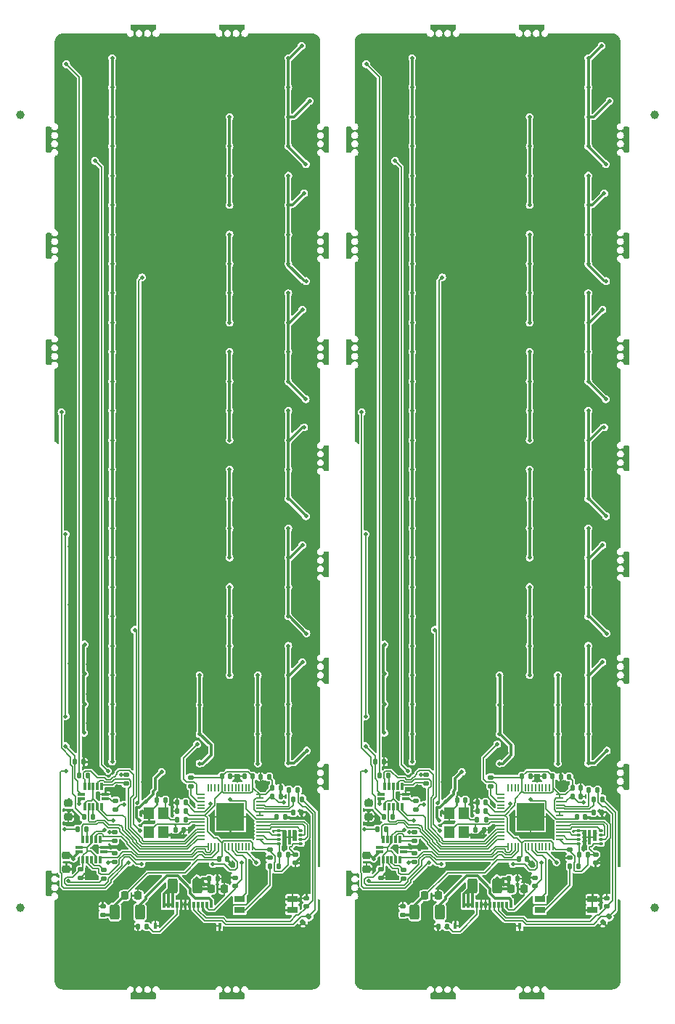
<source format=gbl>
G04 #@! TF.GenerationSoftware,KiCad,Pcbnew,7.0.8*
G04 #@! TF.CreationDate,2023-10-22T17:40:02-04:00*
G04 #@! TF.ProjectId,RGB-Panel,5247422d-5061-46e6-956c-2e6b69636164,V2.6*
G04 #@! TF.SameCoordinates,Original*
G04 #@! TF.FileFunction,Copper,L2,Bot*
G04 #@! TF.FilePolarity,Positive*
%FSLAX46Y46*%
G04 Gerber Fmt 4.6, Leading zero omitted, Abs format (unit mm)*
G04 Created by KiCad (PCBNEW 7.0.8) date 2023-10-22 17:40:02*
%MOMM*%
%LPD*%
G01*
G04 APERTURE LIST*
G04 Aperture macros list*
%AMRoundRect*
0 Rectangle with rounded corners*
0 $1 Rounding radius*
0 $2 $3 $4 $5 $6 $7 $8 $9 X,Y pos of 4 corners*
0 Add a 4 corners polygon primitive as box body*
4,1,4,$2,$3,$4,$5,$6,$7,$8,$9,$2,$3,0*
0 Add four circle primitives for the rounded corners*
1,1,$1+$1,$2,$3*
1,1,$1+$1,$4,$5*
1,1,$1+$1,$6,$7*
1,1,$1+$1,$8,$9*
0 Add four rect primitives between the rounded corners*
20,1,$1+$1,$2,$3,$4,$5,0*
20,1,$1+$1,$4,$5,$6,$7,0*
20,1,$1+$1,$6,$7,$8,$9,0*
20,1,$1+$1,$8,$9,$2,$3,0*%
G04 Aperture macros list end*
G04 #@! TA.AperFunction,SMDPad,CuDef*
%ADD10RoundRect,0.075000X-0.187500X-0.075000X0.187500X-0.075000X0.187500X0.075000X-0.187500X0.075000X0*%
G04 #@! TD*
G04 #@! TA.AperFunction,SMDPad,CuDef*
%ADD11R,0.300000X1.700000*%
G04 #@! TD*
G04 #@! TA.AperFunction,SMDPad,CuDef*
%ADD12RoundRect,0.140000X-0.140000X-0.170000X0.140000X-0.170000X0.140000X0.170000X-0.140000X0.170000X0*%
G04 #@! TD*
G04 #@! TA.AperFunction,SMDPad,CuDef*
%ADD13RoundRect,0.250000X0.312500X0.625000X-0.312500X0.625000X-0.312500X-0.625000X0.312500X-0.625000X0*%
G04 #@! TD*
G04 #@! TA.AperFunction,SMDPad,CuDef*
%ADD14RoundRect,0.225000X-0.250000X0.225000X-0.250000X-0.225000X0.250000X-0.225000X0.250000X0.225000X0*%
G04 #@! TD*
G04 #@! TA.AperFunction,SMDPad,CuDef*
%ADD15RoundRect,0.140000X0.140000X0.170000X-0.140000X0.170000X-0.140000X-0.170000X0.140000X-0.170000X0*%
G04 #@! TD*
G04 #@! TA.AperFunction,SMDPad,CuDef*
%ADD16RoundRect,0.147500X0.147500X0.172500X-0.147500X0.172500X-0.147500X-0.172500X0.147500X-0.172500X0*%
G04 #@! TD*
G04 #@! TA.AperFunction,SMDPad,CuDef*
%ADD17RoundRect,0.135000X-0.135000X-0.185000X0.135000X-0.185000X0.135000X0.185000X-0.135000X0.185000X0*%
G04 #@! TD*
G04 #@! TA.AperFunction,SMDPad,CuDef*
%ADD18RoundRect,0.050000X0.050000X-0.387500X0.050000X0.387500X-0.050000X0.387500X-0.050000X-0.387500X0*%
G04 #@! TD*
G04 #@! TA.AperFunction,SMDPad,CuDef*
%ADD19RoundRect,0.050000X0.387500X-0.050000X0.387500X0.050000X-0.387500X0.050000X-0.387500X-0.050000X0*%
G04 #@! TD*
G04 #@! TA.AperFunction,SMDPad,CuDef*
%ADD20R,3.200000X3.200000*%
G04 #@! TD*
G04 #@! TA.AperFunction,SMDPad,CuDef*
%ADD21RoundRect,0.135000X0.135000X0.185000X-0.135000X0.185000X-0.135000X-0.185000X0.135000X-0.185000X0*%
G04 #@! TD*
G04 #@! TA.AperFunction,SMDPad,CuDef*
%ADD22RoundRect,0.225000X-0.225000X-0.250000X0.225000X-0.250000X0.225000X0.250000X-0.225000X0.250000X0*%
G04 #@! TD*
G04 #@! TA.AperFunction,SMDPad,CuDef*
%ADD23RoundRect,0.147500X-0.172500X0.147500X-0.172500X-0.147500X0.172500X-0.147500X0.172500X0.147500X0*%
G04 #@! TD*
G04 #@! TA.AperFunction,SMDPad,CuDef*
%ADD24RoundRect,0.140000X-0.170000X0.140000X-0.170000X-0.140000X0.170000X-0.140000X0.170000X0.140000X0*%
G04 #@! TD*
G04 #@! TA.AperFunction,SMDPad,CuDef*
%ADD25RoundRect,0.135000X-0.185000X0.135000X-0.185000X-0.135000X0.185000X-0.135000X0.185000X0.135000X0*%
G04 #@! TD*
G04 #@! TA.AperFunction,SMDPad,CuDef*
%ADD26RoundRect,0.135000X0.185000X-0.135000X0.185000X0.135000X-0.185000X0.135000X-0.185000X-0.135000X0*%
G04 #@! TD*
G04 #@! TA.AperFunction,SMDPad,CuDef*
%ADD27RoundRect,0.147500X0.017678X-0.226274X0.226274X-0.017678X-0.017678X0.226274X-0.226274X0.017678X0*%
G04 #@! TD*
G04 #@! TA.AperFunction,SMDPad,CuDef*
%ADD28RoundRect,0.007800X0.422200X0.122200X-0.422200X0.122200X-0.422200X-0.122200X0.422200X-0.122200X0*%
G04 #@! TD*
G04 #@! TA.AperFunction,SMDPad,CuDef*
%ADD29RoundRect,0.007800X-0.122200X0.422200X-0.122200X-0.422200X0.122200X-0.422200X0.122200X0.422200X0*%
G04 #@! TD*
G04 #@! TA.AperFunction,SMDPad,CuDef*
%ADD30C,1.000000*%
G04 #@! TD*
G04 #@! TA.AperFunction,SMDPad,CuDef*
%ADD31R,1.250000X0.760000*%
G04 #@! TD*
G04 #@! TA.AperFunction,SMDPad,CuDef*
%ADD32R,0.300000X0.800000*%
G04 #@! TD*
G04 #@! TA.AperFunction,SMDPad,CuDef*
%ADD33R,0.400000X0.800000*%
G04 #@! TD*
G04 #@! TA.AperFunction,SMDPad,CuDef*
%ADD34R,1.200000X1.400000*%
G04 #@! TD*
G04 #@! TA.AperFunction,ViaPad*
%ADD35C,0.500000*%
G04 #@! TD*
G04 #@! TA.AperFunction,Conductor*
%ADD36C,0.152400*%
G04 #@! TD*
G04 #@! TA.AperFunction,Conductor*
%ADD37C,0.304800*%
G04 #@! TD*
G04 APERTURE END LIST*
D10*
X133120006Y-121393000D03*
X133120006Y-120893000D03*
X133120006Y-120393000D03*
X133120006Y-119893000D03*
X135695006Y-119893000D03*
X135695006Y-120393000D03*
X135695006Y-120893000D03*
X135695006Y-121393000D03*
D11*
X134407506Y-120643000D03*
D12*
X91172899Y-123199892D03*
X92132899Y-123199892D03*
D13*
X81932899Y-129389892D03*
X79007899Y-129389892D03*
D14*
X108600006Y-116700000D03*
X108600006Y-118250000D03*
D12*
X97900006Y-118315000D03*
X98860006Y-118315000D03*
D15*
X87060006Y-119800000D03*
X86100006Y-119800000D03*
D16*
X90985006Y-125500000D03*
X90015006Y-125500000D03*
D17*
X86290006Y-118625000D03*
X87310006Y-118625000D03*
D18*
X95100006Y-121737500D03*
X94700006Y-121737500D03*
X94300006Y-121737500D03*
X93900006Y-121737500D03*
X93500006Y-121737500D03*
X93100006Y-121737500D03*
X92700006Y-121737500D03*
X92300006Y-121737500D03*
X91900006Y-121737500D03*
X91500006Y-121737500D03*
X91100006Y-121737500D03*
X90700006Y-121737500D03*
X90300006Y-121737500D03*
X89900006Y-121737500D03*
D19*
X89062506Y-120900000D03*
X89062506Y-120500000D03*
X89062506Y-120100000D03*
X89062506Y-119700000D03*
X89062506Y-119300000D03*
X89062506Y-118900000D03*
X89062506Y-118500000D03*
X89062506Y-118100000D03*
X89062506Y-117700000D03*
X89062506Y-117300000D03*
X89062506Y-116900000D03*
X89062506Y-116500000D03*
X89062506Y-116100000D03*
X89062506Y-115700000D03*
D18*
X89900006Y-114862500D03*
X90300006Y-114862500D03*
X90700006Y-114862500D03*
X91100006Y-114862500D03*
X91500006Y-114862500D03*
X91900006Y-114862500D03*
X92300006Y-114862500D03*
X92700006Y-114862500D03*
X93100006Y-114862500D03*
X93500006Y-114862500D03*
X93900006Y-114862500D03*
X94300006Y-114862500D03*
X94700006Y-114862500D03*
X95100006Y-114862500D03*
D19*
X95937506Y-115700000D03*
X95937506Y-116100000D03*
X95937506Y-116500000D03*
X95937506Y-116900000D03*
X95937506Y-117300000D03*
X95937506Y-117700000D03*
X95937506Y-118100000D03*
X95937506Y-118500000D03*
X95937506Y-118900000D03*
X95937506Y-119300000D03*
X95937506Y-119700000D03*
X95937506Y-120100000D03*
X95937506Y-120500000D03*
X95937506Y-120900000D03*
D20*
X92500006Y-118300000D03*
D21*
X135880006Y-116223000D03*
X134860006Y-116223000D03*
D22*
X90225006Y-126700000D03*
X91775006Y-126700000D03*
D21*
X111460006Y-118320000D03*
X110440006Y-118320000D03*
D12*
X132400006Y-115900000D03*
X133360006Y-115900000D03*
D23*
X93032899Y-125369892D03*
X93032899Y-126339892D03*
X112622899Y-128709892D03*
X112622899Y-129679892D03*
D24*
X100100006Y-122704000D03*
X100100006Y-123664000D03*
D25*
X77692899Y-124479892D03*
X77692899Y-125499892D03*
D15*
X97000006Y-113643000D03*
X96040006Y-113643000D03*
D22*
X80172899Y-127459892D03*
X81722899Y-127459892D03*
D21*
X75392899Y-111879892D03*
X74372899Y-111879892D03*
D26*
X75042899Y-125419892D03*
X75042899Y-124399892D03*
D21*
X75662899Y-119719892D03*
X74642899Y-119719892D03*
D26*
X110042899Y-125419892D03*
X110042899Y-124399892D03*
D21*
X117742899Y-131049892D03*
X116722899Y-131049892D03*
D27*
X135957005Y-130585786D03*
X136642899Y-129899892D03*
D14*
X73370005Y-122795000D03*
X73370005Y-124345000D03*
D12*
X132400006Y-114893000D03*
X133360006Y-114893000D03*
D26*
X113970005Y-121095000D03*
X113970005Y-120075000D03*
D24*
X135100006Y-122704000D03*
X135100006Y-123664000D03*
D28*
X110065006Y-115650000D03*
D29*
X110500006Y-114715000D03*
X111000006Y-114715000D03*
X111500006Y-114715000D03*
X112000006Y-114715000D03*
X112500006Y-114715000D03*
D28*
X112935006Y-115650000D03*
X112935006Y-116150000D03*
D29*
X112500006Y-117085000D03*
X112000006Y-117085000D03*
X111500006Y-117085000D03*
X111000006Y-117085000D03*
X110500006Y-117085000D03*
D28*
X110065006Y-116150000D03*
D12*
X83940006Y-116350000D03*
X84900006Y-116350000D03*
D21*
X100880006Y-116223000D03*
X99860006Y-116223000D03*
D15*
X132000006Y-113643000D03*
X131040006Y-113643000D03*
D21*
X99220006Y-122684000D03*
X98200006Y-122684000D03*
D24*
X97100006Y-122100000D03*
X97100006Y-123060000D03*
D17*
X121290006Y-118625000D03*
X122310006Y-118625000D03*
D21*
X110900006Y-113500000D03*
X109880006Y-113500000D03*
D15*
X130080006Y-113550000D03*
X129120006Y-113550000D03*
X122260006Y-117600000D03*
X121300006Y-117600000D03*
D30*
X142000003Y-128899995D03*
D25*
X112692899Y-124479892D03*
X112692899Y-125499892D03*
D30*
X142000003Y-36500000D03*
D31*
X134742899Y-127879892D03*
X134742899Y-129149892D03*
X128592899Y-129149892D03*
X128592899Y-127879892D03*
D25*
X122900006Y-113680000D03*
X122900006Y-114700000D03*
X87900006Y-113680000D03*
X87900006Y-114700000D03*
D32*
X119750006Y-128500000D03*
X120250006Y-128500000D03*
X120750006Y-128500000D03*
X121250006Y-128500000D03*
X121750006Y-128500000D03*
X122250006Y-128500000D03*
X122750006Y-128500000D03*
X123250006Y-128500000D03*
X123750006Y-128500000D03*
X124250006Y-128500000D03*
X124750006Y-128500000D03*
X125250006Y-128500000D03*
D33*
X118750006Y-131000000D03*
X126250006Y-131000000D03*
D12*
X91520006Y-113550000D03*
X92480006Y-113550000D03*
X97400006Y-115900000D03*
X98360006Y-115900000D03*
D23*
X77622899Y-128709892D03*
X77622899Y-129679892D03*
D21*
X76460006Y-118320000D03*
X75440006Y-118320000D03*
X110662899Y-119719892D03*
X109642899Y-119719892D03*
D12*
X118940006Y-116350000D03*
X119900006Y-116350000D03*
X97400006Y-114893000D03*
X98360006Y-114893000D03*
D34*
X84714006Y-117835000D03*
X84714006Y-120035000D03*
X83014006Y-120035000D03*
X83014006Y-117835000D03*
D16*
X125985006Y-125500000D03*
X125015006Y-125500000D03*
D22*
X115172899Y-127459892D03*
X116722899Y-127459892D03*
D30*
X67999997Y-36500000D03*
D25*
X79100005Y-116399999D03*
X79100005Y-117419999D03*
D12*
X126520006Y-113550000D03*
X127480006Y-113550000D03*
X126172899Y-123199892D03*
X127132899Y-123199892D03*
D26*
X115350006Y-114413000D03*
X115350006Y-113393000D03*
D25*
X114100005Y-116399999D03*
X114100005Y-117419999D03*
D17*
X97110006Y-124020000D03*
X98130006Y-124020000D03*
D22*
X125225006Y-126700000D03*
X126775006Y-126700000D03*
D15*
X87260006Y-117600000D03*
X86300006Y-117600000D03*
D28*
X74865006Y-121845000D03*
D29*
X75300006Y-120910000D03*
X75800006Y-120910000D03*
X76300006Y-120910000D03*
X76800006Y-120910000D03*
X77300006Y-120910000D03*
D28*
X77735006Y-121845000D03*
X77735006Y-122345000D03*
D29*
X77300006Y-123280000D03*
X76800006Y-123280000D03*
X76300006Y-123280000D03*
X75800006Y-123280000D03*
X75300006Y-123280000D03*
D28*
X74865006Y-122345000D03*
X75065006Y-115650000D03*
D29*
X75500006Y-114715000D03*
X76000006Y-114715000D03*
X76500006Y-114715000D03*
X77000006Y-114715000D03*
X77500006Y-114715000D03*
D28*
X77935006Y-115650000D03*
X77935006Y-116150000D03*
D29*
X77500006Y-117085000D03*
X77000006Y-117085000D03*
X76500006Y-117085000D03*
X76000006Y-117085000D03*
X75500006Y-117085000D03*
D28*
X75065006Y-116150000D03*
D25*
X78970005Y-122495000D03*
X78970005Y-123515000D03*
D12*
X134840006Y-117743000D03*
X135800006Y-117743000D03*
D15*
X95080006Y-113550000D03*
X94120006Y-113550000D03*
D27*
X100957005Y-130585786D03*
X101642899Y-129899892D03*
D21*
X110392899Y-111879892D03*
X109372899Y-111879892D03*
D23*
X128032899Y-125369892D03*
X128032899Y-126339892D03*
D15*
X122060006Y-119800000D03*
X121100006Y-119800000D03*
D26*
X80350006Y-114413000D03*
X80350006Y-113393000D03*
D18*
X130100006Y-121737500D03*
X129700006Y-121737500D03*
X129300006Y-121737500D03*
X128900006Y-121737500D03*
X128500006Y-121737500D03*
X128100006Y-121737500D03*
X127700006Y-121737500D03*
X127300006Y-121737500D03*
X126900006Y-121737500D03*
X126500006Y-121737500D03*
X126100006Y-121737500D03*
X125700006Y-121737500D03*
X125300006Y-121737500D03*
X124900006Y-121737500D03*
D19*
X124062506Y-120900000D03*
X124062506Y-120500000D03*
X124062506Y-120100000D03*
X124062506Y-119700000D03*
X124062506Y-119300000D03*
X124062506Y-118900000D03*
X124062506Y-118500000D03*
X124062506Y-118100000D03*
X124062506Y-117700000D03*
X124062506Y-117300000D03*
X124062506Y-116900000D03*
X124062506Y-116500000D03*
X124062506Y-116100000D03*
X124062506Y-115700000D03*
D18*
X124900006Y-114862500D03*
X125300006Y-114862500D03*
X125700006Y-114862500D03*
X126100006Y-114862500D03*
X126500006Y-114862500D03*
X126900006Y-114862500D03*
X127300006Y-114862500D03*
X127700006Y-114862500D03*
X128100006Y-114862500D03*
X128500006Y-114862500D03*
X128900006Y-114862500D03*
X129300006Y-114862500D03*
X129700006Y-114862500D03*
X130100006Y-114862500D03*
D19*
X130937506Y-115700000D03*
X130937506Y-116100000D03*
X130937506Y-116500000D03*
X130937506Y-116900000D03*
X130937506Y-117300000D03*
X130937506Y-117700000D03*
X130937506Y-118100000D03*
X130937506Y-118500000D03*
X130937506Y-118900000D03*
X130937506Y-119300000D03*
X130937506Y-119700000D03*
X130937506Y-120100000D03*
X130937506Y-120500000D03*
X130937506Y-120900000D03*
D20*
X127500006Y-118300000D03*
D15*
X122260006Y-116625000D03*
X121300006Y-116625000D03*
D13*
X116932899Y-129389892D03*
X114007899Y-129389892D03*
D10*
X98120006Y-121393000D03*
X98120006Y-120893000D03*
X98120006Y-120393000D03*
X98120006Y-119893000D03*
X100695006Y-119893000D03*
X100695006Y-120393000D03*
X100695006Y-120893000D03*
X100695006Y-121393000D03*
D11*
X99407506Y-120643000D03*
D21*
X100340006Y-115173000D03*
X99320006Y-115173000D03*
D13*
X88662506Y-126360000D03*
X85737506Y-126360000D03*
D25*
X113970005Y-122495000D03*
X113970005Y-123515000D03*
D17*
X132110006Y-124020000D03*
X133130006Y-124020000D03*
D13*
X123662506Y-126360000D03*
X120737506Y-126360000D03*
D21*
X135340006Y-115173000D03*
X134320006Y-115173000D03*
X82742899Y-131049892D03*
X81722899Y-131049892D03*
D30*
X67999997Y-128899995D03*
D14*
X73600006Y-116700000D03*
X73600006Y-118250000D03*
D24*
X132100006Y-122100000D03*
X132100006Y-123060000D03*
D12*
X99840006Y-117743000D03*
X100800006Y-117743000D03*
D31*
X99742899Y-127879892D03*
X99742899Y-129149892D03*
X93592899Y-129149892D03*
X93592899Y-127879892D03*
D21*
X134220006Y-122684000D03*
X133200006Y-122684000D03*
D23*
X101392899Y-127749892D03*
X101392899Y-128719892D03*
D28*
X109865006Y-121845000D03*
D29*
X110300006Y-120910000D03*
X110800006Y-120910000D03*
X111300006Y-120910000D03*
X111800006Y-120910000D03*
X112300006Y-120910000D03*
D28*
X112735006Y-121845000D03*
X112735006Y-122345000D03*
D29*
X112300006Y-123280000D03*
X111800006Y-123280000D03*
X111300006Y-123280000D03*
X110800006Y-123280000D03*
X110300006Y-123280000D03*
D28*
X109865006Y-122345000D03*
D26*
X78970005Y-121095000D03*
X78970005Y-120075000D03*
D12*
X132900006Y-118315000D03*
X133860006Y-118315000D03*
D15*
X87260006Y-116625000D03*
X86300006Y-116625000D03*
D23*
X136392899Y-127749892D03*
X136392899Y-128719892D03*
D21*
X75900006Y-113500000D03*
X74880006Y-113500000D03*
D34*
X119714006Y-117835000D03*
X119714006Y-120035000D03*
X118014006Y-120035000D03*
X118014006Y-117835000D03*
D32*
X84750006Y-128500000D03*
X85250006Y-128500000D03*
X85750006Y-128500000D03*
X86250006Y-128500000D03*
X86750006Y-128500000D03*
X87250006Y-128500000D03*
X87750006Y-128500000D03*
X88250006Y-128500000D03*
X88750006Y-128500000D03*
X89250006Y-128500000D03*
X89750006Y-128500000D03*
X90250006Y-128500000D03*
D33*
X83750006Y-131000000D03*
X91250006Y-131000000D03*
D14*
X108370005Y-122795000D03*
X108370005Y-124345000D03*
D35*
X92500006Y-116294100D03*
X98730006Y-116608300D03*
X90141485Y-116773100D03*
X78712006Y-108622000D03*
X75492899Y-101649892D03*
X88900006Y-101797000D03*
X92404006Y-91507000D03*
X99250006Y-64123000D03*
X78712006Y-40162000D03*
X99250006Y-40162000D03*
X100900006Y-59209100D03*
X78712006Y-57277000D03*
X92404006Y-74392000D03*
X92404006Y-81238000D03*
X100810572Y-28472010D03*
X78712006Y-70969000D03*
X101295536Y-69624730D03*
X99250006Y-112045000D03*
X99250006Y-57277000D03*
X75442899Y-108499892D03*
X78712006Y-29893000D03*
X88900006Y-112066000D03*
X92404006Y-47008000D03*
X78712006Y-77815000D03*
X95700006Y-112066000D03*
X92404006Y-98353000D03*
X101367048Y-96910042D03*
X89400006Y-126193000D03*
X78712006Y-36739000D03*
X78712006Y-111849892D03*
X78712006Y-74392000D03*
X99250006Y-33316000D03*
X99250006Y-47008000D03*
X78712006Y-84661000D03*
X78712006Y-81238000D03*
X99250006Y-108622000D03*
X84500006Y-113043000D03*
X99250006Y-105199000D03*
X82650006Y-116518000D03*
X92404006Y-88084000D03*
X81875006Y-118673100D03*
X99250006Y-81238000D03*
X99250006Y-70969000D03*
X99250006Y-74392000D03*
X92404006Y-60700000D03*
X92404006Y-53854000D03*
X88580006Y-125450000D03*
X92404006Y-40162000D03*
X99250006Y-43585000D03*
X95700006Y-108643000D03*
X74888506Y-116749892D03*
X99250006Y-88084000D03*
X92404006Y-43585000D03*
X95700006Y-105220000D03*
X78712006Y-91507000D03*
X74210006Y-123160000D03*
X92404006Y-94930000D03*
X101329048Y-55872042D03*
X92404006Y-101776000D03*
X99250006Y-94930000D03*
X92404006Y-36739000D03*
X88900006Y-105220000D03*
X99250006Y-77815000D03*
X78712006Y-94930000D03*
X100900006Y-86643000D03*
X101100006Y-72901100D03*
X78712006Y-33316000D03*
X78712006Y-88084000D03*
X92404006Y-50431000D03*
X101100006Y-45643000D03*
X99250006Y-91507000D03*
X92404006Y-67546000D03*
X101413048Y-110556042D03*
X101321048Y-83264042D03*
X78712006Y-53854000D03*
X92404006Y-84661000D03*
X78712006Y-60700000D03*
X100900006Y-100285100D03*
X78712006Y-50431000D03*
X99250006Y-29893000D03*
X99250006Y-101776000D03*
X78712006Y-67546000D03*
X88900006Y-108643000D03*
X92404006Y-64123000D03*
X73659844Y-116373000D03*
X99250006Y-67546000D03*
X75492899Y-98199892D03*
X99250006Y-98353000D03*
X101299264Y-42239837D03*
X101740903Y-34883897D03*
X75492899Y-105149892D03*
X78712006Y-64123000D03*
X95700006Y-101797000D03*
X99250006Y-36739000D03*
X99250006Y-60700000D03*
X78712006Y-98353000D03*
X99250006Y-84661000D03*
X99250006Y-53854000D03*
X89280006Y-125560000D03*
X78712006Y-105199000D03*
X92404006Y-70969000D03*
X92404006Y-77815000D03*
X92404006Y-57277000D03*
X78712006Y-43585000D03*
X99250006Y-50431000D03*
X78712006Y-101776000D03*
X78712006Y-47008000D03*
X82130721Y-123792900D03*
X77782074Y-119804884D03*
X78862899Y-118744900D03*
X90457480Y-123800865D03*
X73343924Y-30598867D03*
X78372899Y-120095500D03*
X81335306Y-96501700D03*
X81972899Y-119909892D03*
X78272899Y-123580900D03*
X80651748Y-123619100D03*
X73302899Y-112919892D03*
X73606106Y-125771792D03*
X76700006Y-41852400D03*
X78212899Y-112969892D03*
X79740903Y-113350100D03*
X80090297Y-116838736D03*
X81664597Y-116643000D03*
X82200006Y-55425700D03*
X72800006Y-71143000D03*
X73282106Y-106563706D03*
X73144505Y-119742900D03*
X73282106Y-85349892D03*
X73282106Y-110043000D03*
X88622899Y-109830300D03*
X93823146Y-123631346D03*
X95542899Y-123582300D03*
X99861006Y-100526000D03*
X82746006Y-93680000D03*
X83180006Y-128040000D03*
X73892899Y-79849892D03*
X86169006Y-52604000D03*
X82746006Y-28643000D03*
X82746006Y-32066000D03*
X79323006Y-42335000D03*
X89592006Y-131333000D03*
X93015006Y-38912000D03*
X79323006Y-97103000D03*
X93015006Y-93680000D03*
X89592006Y-49181000D03*
X93015006Y-35489000D03*
X86169006Y-38912000D03*
X89592006Y-59450000D03*
X82746006Y-49181000D03*
X99861006Y-66296000D03*
X96438006Y-93680000D03*
X75900006Y-134756000D03*
X82746006Y-62873000D03*
X82746006Y-52604000D03*
X86169006Y-56027000D03*
X79323006Y-35489000D03*
X82746006Y-86834000D03*
X75900006Y-73142000D03*
X79272899Y-114760900D03*
X96438006Y-79988000D03*
X93015006Y-66296000D03*
X93015006Y-83411000D03*
X75900006Y-42335000D03*
X99861006Y-83411000D03*
X86169006Y-79988000D03*
X93015006Y-28643000D03*
X93015006Y-59450000D03*
X79323006Y-73142000D03*
X74252899Y-124345000D03*
X89592006Y-38912000D03*
X89592006Y-32066000D03*
X75900006Y-107372000D03*
X89592006Y-103949000D03*
X73792899Y-86749892D03*
X86169006Y-69719000D03*
X86169006Y-76565000D03*
X100550006Y-117593000D03*
X79323006Y-45758000D03*
X96438006Y-83411000D03*
X79323006Y-59450000D03*
X93015006Y-97103000D03*
X99861006Y-52604000D03*
X73892899Y-59249892D03*
X93015006Y-107372000D03*
X75900006Y-76565000D03*
X96438006Y-73142000D03*
X89592006Y-42335000D03*
X79300006Y-110843000D03*
X73992899Y-66149892D03*
X82746006Y-35489000D03*
X79323006Y-28643000D03*
X93015006Y-62873000D03*
X99800006Y-114243000D03*
X96438006Y-35489000D03*
X99861006Y-76565000D03*
X79323006Y-49181000D03*
X86169006Y-32066000D03*
X82746006Y-66296000D03*
X75900006Y-62873000D03*
X75900006Y-35489000D03*
X99861006Y-103949000D03*
X99861006Y-28643000D03*
X96438006Y-56027000D03*
X89592006Y-62873000D03*
X82746006Y-69719000D03*
X96438006Y-90257000D03*
X86169006Y-59450000D03*
X75900006Y-79988000D03*
X96438006Y-66296000D03*
X96438006Y-69719000D03*
X79323006Y-93680000D03*
X82746006Y-83411000D03*
X82746006Y-45758000D03*
X76092899Y-131349892D03*
X99861006Y-35489000D03*
X89592006Y-86834000D03*
X86169006Y-86834000D03*
X96438006Y-28643000D03*
X96438006Y-97103000D03*
X100492899Y-127943000D03*
X79323006Y-83411000D03*
X86169006Y-42335000D03*
X99861006Y-62873000D03*
X73992899Y-52449892D03*
X73792899Y-100449892D03*
X86169006Y-49181000D03*
X93015006Y-73142000D03*
X82700006Y-110843000D03*
X86169006Y-28643000D03*
X92000006Y-117643000D03*
X82300006Y-114243000D03*
X93015006Y-76565000D03*
X79323006Y-62873000D03*
X82746006Y-76565000D03*
X89700006Y-110843000D03*
X75900006Y-103949000D03*
X86169006Y-134756000D03*
X86169006Y-73142000D03*
X93015006Y-32066000D03*
X75900006Y-52604000D03*
X82746006Y-38912000D03*
X75900006Y-59450000D03*
X99861006Y-45758000D03*
X89592006Y-66296000D03*
X75900006Y-38912000D03*
X82746006Y-90257000D03*
X86169006Y-97103000D03*
X93100006Y-110843000D03*
X75900006Y-66296000D03*
X86169006Y-83411000D03*
X89592006Y-93680000D03*
X96438006Y-38912000D03*
X79323006Y-76565000D03*
X89592006Y-76565000D03*
X96300006Y-124543000D03*
X79323006Y-103949000D03*
X86169006Y-45758000D03*
X75900006Y-32066000D03*
X96300006Y-114243000D03*
X89592006Y-107372000D03*
X75900006Y-86834000D03*
X96438006Y-100526000D03*
X79323006Y-38912000D03*
X93300006Y-114043000D03*
X99900006Y-110843000D03*
X92820006Y-123992100D03*
X99861006Y-107372000D03*
X96438006Y-59450000D03*
X75900006Y-110795000D03*
X82746006Y-42335000D03*
X75900006Y-93680000D03*
X96438006Y-42335000D03*
X96438006Y-86834000D03*
X93015006Y-56027000D03*
X75900006Y-49181000D03*
X96438006Y-52604000D03*
X82746006Y-134756000D03*
X96438006Y-45758000D03*
X79323006Y-79988000D03*
X82746006Y-103949000D03*
X82210006Y-117693000D03*
X93015006Y-86834000D03*
X86169006Y-62873000D03*
X99861006Y-32066000D03*
X99861006Y-90257000D03*
X85000006Y-114143000D03*
X99861006Y-86834000D03*
X86100006Y-110843000D03*
X89592006Y-83411000D03*
X99861006Y-134756000D03*
X93015006Y-79988000D03*
X93015006Y-100526000D03*
X75900006Y-45758000D03*
X93015006Y-49181000D03*
X86169006Y-100526000D03*
X93015006Y-69719000D03*
X73662806Y-117642500D03*
X73620195Y-107566517D03*
X99861006Y-59450000D03*
X79814693Y-121341385D03*
X99861006Y-42335000D03*
X86169006Y-131333000D03*
X96438006Y-49181000D03*
X75900006Y-56027000D03*
X96438006Y-103949000D03*
X86670006Y-120582100D03*
X86169006Y-66296000D03*
X99861006Y-38912000D03*
X82746006Y-79988000D03*
X93015006Y-52604000D03*
X99861006Y-49181000D03*
X89592006Y-45758000D03*
X89592006Y-90257000D03*
X79323006Y-134756000D03*
X79323006Y-52604000D03*
X89592006Y-134756000D03*
X89592006Y-52604000D03*
X89592006Y-56027000D03*
X99861006Y-79988000D03*
X79323006Y-66296000D03*
X99861006Y-93680000D03*
X82746006Y-73142000D03*
X75900006Y-97103000D03*
X89592006Y-97103000D03*
X86169006Y-103949000D03*
X86169006Y-93680000D03*
X89592006Y-69719000D03*
X89592006Y-73142000D03*
X96438006Y-76565000D03*
X92062899Y-124899892D03*
X75900006Y-100526000D03*
X99861006Y-69719000D03*
X73792899Y-73049892D03*
X99861006Y-56027000D03*
X73992899Y-45549892D03*
X75900006Y-90257000D03*
X96438006Y-107372000D03*
X82746006Y-56027000D03*
X73892899Y-38749892D03*
X86169006Y-90257000D03*
X93015006Y-90257000D03*
X100141038Y-121913949D03*
X93000006Y-117643000D03*
X82746006Y-100526000D03*
X75900006Y-83411000D03*
X82746006Y-107372000D03*
X79323006Y-69719000D03*
X98840006Y-121059200D03*
X93015006Y-103949000D03*
X89592006Y-28643000D03*
X93015006Y-134756000D03*
X75900006Y-28643000D03*
X79323006Y-90257000D03*
X79323006Y-107372000D03*
X86169006Y-35489000D03*
X86169006Y-107372000D03*
X96438006Y-134756000D03*
X96500006Y-110843000D03*
X75900006Y-69719000D03*
X82746006Y-59450000D03*
X73792899Y-93549892D03*
X89592006Y-100526000D03*
X76043142Y-124582981D03*
X79323006Y-32066000D03*
X99861006Y-73142000D03*
X76192899Y-127949892D03*
X96438006Y-32066000D03*
X93015006Y-42335000D03*
X99861006Y-97103000D03*
X96438006Y-62873000D03*
X93015006Y-45758000D03*
X79323006Y-56027000D03*
X89592006Y-35489000D03*
X79323006Y-86834000D03*
X96300006Y-127943000D03*
X79323006Y-100526000D03*
X82746006Y-97103000D03*
X89592006Y-79988000D03*
X127500006Y-116294100D03*
X133730006Y-116608300D03*
X125141485Y-116773100D03*
X113712006Y-50431000D03*
X136740903Y-34883897D03*
X127404006Y-64123000D03*
X124280006Y-125560000D03*
X127404006Y-36739000D03*
X123900006Y-108643000D03*
X119500006Y-113043000D03*
X134250006Y-33316000D03*
X127404006Y-40162000D03*
X113712006Y-40162000D03*
X113712006Y-70969000D03*
X127404006Y-98353000D03*
X134250006Y-105199000D03*
X134250006Y-91507000D03*
X113712006Y-60700000D03*
X134250006Y-47008000D03*
X130700006Y-112066000D03*
X130700006Y-101797000D03*
X130700006Y-108643000D03*
X110492899Y-101649892D03*
X113712006Y-67546000D03*
X134250006Y-67546000D03*
X136413048Y-110556042D03*
X134250006Y-29893000D03*
X113712006Y-29893000D03*
X136299264Y-42239837D03*
X134250006Y-101776000D03*
X127404006Y-43585000D03*
X134250006Y-64123000D03*
X127404006Y-60700000D03*
X113712006Y-81238000D03*
X113712006Y-108622000D03*
X127404006Y-77815000D03*
X110442899Y-108499892D03*
X135900006Y-100285100D03*
X136321048Y-83264042D03*
X134250006Y-98353000D03*
X113712006Y-88084000D03*
X113712006Y-43585000D03*
X123900006Y-101797000D03*
X113712006Y-47008000D03*
X134250006Y-70969000D03*
X116875006Y-118673100D03*
X113712006Y-33316000D03*
X127404006Y-101776000D03*
X127404006Y-91507000D03*
X127404006Y-81238000D03*
X134250006Y-112045000D03*
X134250006Y-74392000D03*
X134250006Y-50431000D03*
X127404006Y-67546000D03*
X113712006Y-57277000D03*
X136367048Y-96910042D03*
X134250006Y-88084000D03*
X134250006Y-84661000D03*
X113712006Y-111849892D03*
X134250006Y-57277000D03*
X135810572Y-28472010D03*
X127404006Y-94930000D03*
X123900006Y-112066000D03*
X127404006Y-88084000D03*
X127404006Y-70969000D03*
X136295536Y-69624730D03*
X113712006Y-94930000D03*
X123580006Y-125450000D03*
X136100006Y-45643000D03*
X135900006Y-86643000D03*
X134250006Y-60700000D03*
X124400006Y-126193000D03*
X109888506Y-116749892D03*
X127404006Y-50431000D03*
X134250006Y-36739000D03*
X134250006Y-77815000D03*
X110492899Y-98199892D03*
X134250006Y-43585000D03*
X113712006Y-98353000D03*
X110492899Y-105149892D03*
X113712006Y-64123000D03*
X113712006Y-74392000D03*
X127404006Y-57277000D03*
X127404006Y-74392000D03*
X134250006Y-94930000D03*
X127404006Y-47008000D03*
X109210006Y-123160000D03*
X134250006Y-40162000D03*
X117650006Y-116518000D03*
X113712006Y-101776000D03*
X134250006Y-53854000D03*
X108659844Y-116373000D03*
X134250006Y-108622000D03*
X136100006Y-72901100D03*
X113712006Y-77815000D03*
X113712006Y-105199000D03*
X136329048Y-55872042D03*
X113712006Y-36739000D03*
X127404006Y-84661000D03*
X113712006Y-53854000D03*
X113712006Y-84661000D03*
X113712006Y-91507000D03*
X134250006Y-81238000D03*
X123900006Y-105220000D03*
X127404006Y-53854000D03*
X135900006Y-59209100D03*
X130700006Y-105220000D03*
X113862899Y-118744900D03*
X112782074Y-119804884D03*
X125457480Y-123800865D03*
X117130721Y-123792900D03*
X108343924Y-30598867D03*
X116335306Y-96501700D03*
X113372899Y-120095500D03*
X116972899Y-119909892D03*
X108302899Y-112919892D03*
X113272899Y-123580900D03*
X115651748Y-123619100D03*
X108606106Y-125771792D03*
X113212899Y-112969892D03*
X111700006Y-41852400D03*
X114740903Y-113350100D03*
X115090297Y-116838736D03*
X117200006Y-55425700D03*
X116664597Y-116643000D03*
X107800006Y-71143000D03*
X108282106Y-85349892D03*
X108282106Y-106563706D03*
X108144505Y-119742900D03*
X123622899Y-109830300D03*
X108282106Y-110043000D03*
X128823146Y-123631346D03*
X130542899Y-123582300D03*
X131438006Y-69719000D03*
X110900006Y-45758000D03*
X128015006Y-79988000D03*
X134861006Y-100526000D03*
X131438006Y-134756000D03*
X108992899Y-45549892D03*
X131300006Y-127943000D03*
X131438006Y-35489000D03*
X110900006Y-35489000D03*
X128015006Y-90257000D03*
X114323006Y-69719000D03*
X114323006Y-86834000D03*
X131438006Y-45758000D03*
X108892899Y-59249892D03*
X121169006Y-100526000D03*
X131438006Y-52604000D03*
X117746006Y-45758000D03*
X121169006Y-38912000D03*
X124592006Y-107372000D03*
X114323006Y-56027000D03*
X110900006Y-79988000D03*
X128015006Y-42335000D03*
X134861006Y-45758000D03*
X117746006Y-32066000D03*
X108892899Y-79849892D03*
X117746006Y-42335000D03*
X121169006Y-86834000D03*
X131438006Y-83411000D03*
X110900006Y-76565000D03*
X131500006Y-110843000D03*
X110900006Y-38912000D03*
X134861006Y-86834000D03*
X131438006Y-42335000D03*
X114323006Y-32066000D03*
X111192899Y-127949892D03*
X128300006Y-114043000D03*
X134861006Y-83411000D03*
X121169006Y-83411000D03*
X131438006Y-107372000D03*
X117210006Y-117693000D03*
X110900006Y-93680000D03*
X131438006Y-56027000D03*
X134861006Y-28643000D03*
X121169006Y-42335000D03*
X110900006Y-97103000D03*
X117746006Y-100526000D03*
X117746006Y-38912000D03*
X124592006Y-45758000D03*
X128015006Y-83411000D03*
X117746006Y-76565000D03*
X114323006Y-90257000D03*
X121100006Y-110843000D03*
X118180006Y-128040000D03*
X117746006Y-79988000D03*
X117746006Y-86834000D03*
X108992899Y-52449892D03*
X131438006Y-103949000D03*
X121169006Y-79988000D03*
X134861006Y-93680000D03*
X117746006Y-66296000D03*
X131438006Y-38912000D03*
X110900006Y-83411000D03*
X110900006Y-110795000D03*
X127062899Y-124899892D03*
X124592006Y-83411000D03*
X128015006Y-73142000D03*
X108792899Y-93549892D03*
X110900006Y-90257000D03*
X124592006Y-52604000D03*
X111043142Y-124582981D03*
X134861006Y-73142000D03*
X121169006Y-28643000D03*
X108620195Y-107566517D03*
X134861006Y-38912000D03*
X110900006Y-103949000D03*
X108662806Y-117642500D03*
X124592006Y-28643000D03*
X134861006Y-76565000D03*
X117700006Y-110843000D03*
X128000006Y-117643000D03*
X117746006Y-35489000D03*
X134861006Y-62873000D03*
X124592006Y-134756000D03*
X114323006Y-42335000D03*
X128015006Y-97103000D03*
X128015006Y-107372000D03*
X134861006Y-35489000D03*
X117746006Y-56027000D03*
X124592006Y-59450000D03*
X131300006Y-114243000D03*
X131438006Y-66296000D03*
X114323006Y-66296000D03*
X110900006Y-69719000D03*
X121169006Y-131333000D03*
X114323006Y-97103000D03*
X121169006Y-97103000D03*
X124592006Y-131333000D03*
X114323006Y-103949000D03*
X110900006Y-28643000D03*
X124700006Y-110843000D03*
X114323006Y-73142000D03*
X131438006Y-28643000D03*
X128015006Y-49181000D03*
X109252899Y-124345000D03*
X128015006Y-103949000D03*
X114323006Y-62873000D03*
X134861006Y-59450000D03*
X114323006Y-38912000D03*
X114323006Y-83411000D03*
X128015006Y-35489000D03*
X108992899Y-66149892D03*
X114814693Y-121341385D03*
X134800006Y-114243000D03*
X131438006Y-93680000D03*
X134900006Y-110843000D03*
X121169006Y-73142000D03*
X117746006Y-83411000D03*
X114323006Y-35489000D03*
X128015006Y-76565000D03*
X110900006Y-66296000D03*
X110900006Y-107372000D03*
X124592006Y-79988000D03*
X131438006Y-73142000D03*
X134861006Y-107372000D03*
X110900006Y-32066000D03*
X117746006Y-52604000D03*
X124592006Y-38912000D03*
X114323006Y-45758000D03*
X117746006Y-69719000D03*
X124592006Y-66296000D03*
X128015006Y-45758000D03*
X131438006Y-97103000D03*
X121169006Y-76565000D03*
X128015006Y-69719000D03*
X131438006Y-49181000D03*
X124592006Y-86834000D03*
X124592006Y-93680000D03*
X134861006Y-97103000D03*
X108792899Y-86749892D03*
X114300006Y-110843000D03*
X131438006Y-32066000D03*
X135141038Y-121913949D03*
X124592006Y-32066000D03*
X110900006Y-73142000D03*
X124592006Y-103949000D03*
X134861006Y-49181000D03*
X110900006Y-42335000D03*
X121169006Y-66296000D03*
X117746006Y-107372000D03*
X110900006Y-59450000D03*
X124592006Y-69719000D03*
X131300006Y-124543000D03*
X121169006Y-35489000D03*
X128015006Y-32066000D03*
X114323006Y-134756000D03*
X117746006Y-59450000D03*
X110900006Y-86834000D03*
X128015006Y-56027000D03*
X134861006Y-103949000D03*
X135492899Y-127943000D03*
X131438006Y-62873000D03*
X110900006Y-49181000D03*
X134861006Y-32066000D03*
X117746006Y-134756000D03*
X121169006Y-69719000D03*
X128015006Y-59450000D03*
X114323006Y-79988000D03*
X121670006Y-120582100D03*
X121169006Y-52604000D03*
X121169006Y-62873000D03*
X124592006Y-42335000D03*
X131438006Y-76565000D03*
X114323006Y-100526000D03*
X117746006Y-73142000D03*
X124592006Y-56027000D03*
X121169006Y-103949000D03*
X124592006Y-90257000D03*
X134861006Y-56027000D03*
X131438006Y-59450000D03*
X124592006Y-97103000D03*
X128100006Y-110843000D03*
X124592006Y-62873000D03*
X117746006Y-49181000D03*
X114323006Y-49181000D03*
X131438006Y-86834000D03*
X128015006Y-62873000D03*
X131438006Y-90257000D03*
X117746006Y-62873000D03*
X114272899Y-114760900D03*
X133840006Y-121059200D03*
X128015006Y-134756000D03*
X131438006Y-79988000D03*
X117746006Y-103949000D03*
X128015006Y-100526000D03*
X134861006Y-69719000D03*
X110900006Y-62873000D03*
X121169006Y-134756000D03*
X121169006Y-56027000D03*
X108892899Y-38749892D03*
X110900006Y-56027000D03*
X117300006Y-114243000D03*
X128015006Y-66296000D03*
X121169006Y-93680000D03*
X117746006Y-97103000D03*
X124592006Y-73142000D03*
X134861006Y-134756000D03*
X134861006Y-79988000D03*
X134861006Y-66296000D03*
X114323006Y-93680000D03*
X117746006Y-28643000D03*
X108792899Y-100449892D03*
X128015006Y-28643000D03*
X134861006Y-42335000D03*
X127000006Y-117643000D03*
X128015006Y-52604000D03*
X121169006Y-107372000D03*
X131438006Y-100526000D03*
X124592006Y-49181000D03*
X121169006Y-90257000D03*
X135550006Y-117593000D03*
X114323006Y-76565000D03*
X128015006Y-93680000D03*
X120000006Y-114143000D03*
X121169006Y-49181000D03*
X111092899Y-131349892D03*
X121169006Y-45758000D03*
X114323006Y-28643000D03*
X114323006Y-52604000D03*
X124592006Y-35489000D03*
X124592006Y-100526000D03*
X110900006Y-52604000D03*
X121169006Y-59450000D03*
X114323006Y-59450000D03*
X114323006Y-107372000D03*
X117746006Y-93680000D03*
X124592006Y-76565000D03*
X128015006Y-38912000D03*
X128015006Y-86834000D03*
X134861006Y-52604000D03*
X134861006Y-90257000D03*
X110900006Y-100526000D03*
X110900006Y-134756000D03*
X121169006Y-32066000D03*
X117746006Y-90257000D03*
X127820006Y-123992100D03*
X108792899Y-73049892D03*
D36*
X96700006Y-116437896D02*
X97237902Y-115900000D01*
X88335006Y-117700000D02*
X87260006Y-116625000D01*
X94328606Y-117328600D02*
X94328606Y-116471600D01*
X98108306Y-116608300D02*
X97400006Y-115900000D01*
X90141485Y-117058521D02*
X89500006Y-117700000D01*
X89062506Y-117700000D02*
X88335006Y-117700000D01*
X96643006Y-116500000D02*
X96700006Y-116443000D01*
X95937506Y-118500000D02*
X95500006Y-118500000D01*
X97237902Y-115900000D02*
X97400006Y-115900000D01*
X94328606Y-116471600D02*
X94300006Y-116443000D01*
X97715006Y-118500000D02*
X95937506Y-118500000D01*
X90141485Y-116773100D02*
X90141485Y-117058521D01*
X94300006Y-116443000D02*
X92648906Y-116443000D01*
X97900006Y-118315000D02*
X97715006Y-118500000D01*
X98730006Y-116608300D02*
X98108306Y-116608300D01*
X96700006Y-116443000D02*
X96700006Y-116437896D01*
X95937506Y-116500000D02*
X96643006Y-116500000D01*
X89500006Y-117700000D02*
X89062506Y-117700000D01*
X95500006Y-118500000D02*
X94328606Y-117328600D01*
X92648906Y-116443000D02*
X92500006Y-116294100D01*
X100100006Y-122704000D02*
X99240006Y-122704000D01*
X91500006Y-113570000D02*
X91520006Y-113550000D01*
X99786106Y-121393000D02*
X100695006Y-121393000D01*
X91300006Y-123040000D02*
X91300006Y-123072785D01*
X91500006Y-121737500D02*
X91500006Y-121300000D01*
X89062506Y-118100000D02*
X89531058Y-118100000D01*
X95937506Y-117700000D02*
X95500006Y-117700000D01*
X97100006Y-122100000D02*
X97100006Y-122228720D01*
X95937506Y-116100000D02*
X95937506Y-115700000D01*
X95271406Y-117471400D02*
X95271406Y-116334600D01*
X95100006Y-113570000D02*
X95080006Y-113550000D01*
D37*
X78717899Y-129679892D02*
X79007899Y-129389892D01*
D36*
X95462506Y-122100000D02*
X97100006Y-122100000D01*
X91520006Y-113550000D02*
X92058606Y-113011400D01*
X99240006Y-122704000D02*
X99220006Y-122684000D01*
X99400006Y-121721600D02*
X99652196Y-121721600D01*
X95937506Y-115700000D02*
X96600006Y-115700000D01*
X94541406Y-113011400D02*
X95080006Y-113550000D01*
X100100006Y-122704000D02*
X99400006Y-122004000D01*
D37*
X79007899Y-129389892D02*
X79007899Y-128624892D01*
D36*
X96600006Y-115700000D02*
X96600006Y-115693000D01*
X95100006Y-121737500D02*
X95462506Y-122100000D01*
X95271406Y-116334600D02*
X95506006Y-116100000D01*
X91500006Y-114862500D02*
X91500006Y-113570000D01*
X91500006Y-115300000D02*
X91728606Y-115528600D01*
X90700006Y-116143000D02*
X91500006Y-115343000D01*
X90700006Y-116576710D02*
X90700006Y-116143000D01*
X95937506Y-115700000D02*
X95100006Y-114862500D01*
X91172899Y-123199892D02*
X91500006Y-122872785D01*
X99400006Y-122004000D02*
X99400006Y-121721600D01*
X89500006Y-118100000D02*
X89062506Y-118100000D01*
X88654791Y-123318000D02*
X87173591Y-124799200D01*
X91390006Y-113680000D02*
X91520006Y-113550000D01*
X95100006Y-121300000D02*
X95100006Y-121737500D01*
X97631406Y-123610000D02*
X97631406Y-124537800D01*
X94871406Y-115528600D02*
X95100006Y-115300000D01*
X95100006Y-115300000D02*
X95100006Y-114862500D01*
X89800006Y-119943000D02*
X89800006Y-118400000D01*
X95937506Y-117700000D02*
X99797006Y-117700000D01*
X97631406Y-124537800D02*
X97743498Y-124649892D01*
X99797006Y-117700000D02*
X99840006Y-117743000D01*
X97701406Y-123540000D02*
X97631406Y-123610000D01*
X91500006Y-122872785D02*
X91500006Y-121737500D01*
X98442899Y-124649892D02*
X99220006Y-123872785D01*
X91728606Y-115528600D02*
X94871406Y-115528600D01*
X97400006Y-114893000D02*
X97400006Y-114043000D01*
X97100006Y-122228720D02*
X97701406Y-122830120D01*
D37*
X77622899Y-129679892D02*
X78717899Y-129679892D01*
D36*
X97743498Y-124649892D02*
X98442899Y-124649892D01*
X91054791Y-123318000D02*
X88654791Y-123318000D01*
X91728606Y-121071400D02*
X94871406Y-121071400D01*
X89531058Y-118100000D02*
X90671406Y-116959652D01*
X90671406Y-116959652D02*
X90671406Y-116605310D01*
X82833591Y-124799200D02*
X80172899Y-127459892D01*
X90600006Y-120743000D02*
X89800006Y-119943000D01*
X91500006Y-121300000D02*
X91728606Y-121071400D01*
X91500006Y-115343000D02*
X91500006Y-114862500D01*
D37*
X79007899Y-128624892D02*
X80172899Y-127459892D01*
D36*
X91500006Y-114862500D02*
X91500006Y-115300000D01*
X87173591Y-124799200D02*
X82833591Y-124799200D01*
X87760006Y-118100000D02*
X89062506Y-118100000D01*
X91500006Y-121300000D02*
X90943006Y-120743000D01*
X87900006Y-113680000D02*
X91390006Y-113680000D01*
X99786106Y-121587690D02*
X99786106Y-121393000D01*
X94871406Y-121071400D02*
X95100006Y-121300000D01*
X97701406Y-122830120D02*
X97701406Y-123540000D01*
X95937506Y-117700000D02*
X95937506Y-118100000D01*
X99652196Y-121721600D02*
X99786106Y-121587690D01*
X87260006Y-117600000D02*
X87760006Y-118100000D01*
X96600006Y-115693000D02*
X97400006Y-114893000D01*
X89800006Y-118400000D02*
X89500006Y-118100000D01*
X97400006Y-114043000D02*
X97000006Y-113643000D01*
X91300006Y-123072785D02*
X91054791Y-123318000D01*
X90671406Y-116605310D02*
X90700006Y-116576710D01*
X95506006Y-116100000D02*
X95937506Y-116100000D01*
X95500006Y-117700000D02*
X95271406Y-117471400D01*
X92058606Y-113011400D02*
X94541406Y-113011400D01*
X90943006Y-120743000D02*
X90600006Y-120743000D01*
X95100006Y-114862500D02*
X95100006Y-113570000D01*
X99220006Y-123872785D02*
X99220006Y-122684000D01*
D37*
X99250006Y-67546000D02*
X99250006Y-67579200D01*
X99735006Y-47008000D02*
X101100006Y-45643000D01*
X99250006Y-70969000D02*
X99250006Y-81238000D01*
X83500006Y-115668000D02*
X83500006Y-115306052D01*
X99250006Y-81238000D02*
X99295006Y-81238000D01*
X78712006Y-43585000D02*
X78712006Y-40162000D01*
X75345206Y-101502199D02*
X75492899Y-101649892D01*
X101740903Y-34883897D02*
X99885800Y-36739000D01*
X89062506Y-126700000D02*
X88662506Y-126300000D01*
X73370005Y-122795000D02*
X73845006Y-122795000D01*
X99295006Y-81238000D02*
X101321048Y-83264042D01*
X89718006Y-126193000D02*
X90225006Y-126700000D01*
X100892169Y-59209100D02*
X99401269Y-60700000D01*
X89280006Y-125560000D02*
X89340006Y-125500000D01*
X82579860Y-116518000D02*
X82650006Y-116518000D01*
X78712006Y-98353000D02*
X78712006Y-111849892D01*
X81563497Y-117201800D02*
X81896060Y-117201800D01*
X75442899Y-108499892D02*
X75345206Y-108402199D01*
X88922899Y-101819893D02*
X88900006Y-101797000D01*
X74210006Y-123000000D02*
X74865006Y-122345000D01*
X99401269Y-60700000D02*
X99250006Y-60700000D01*
X78712006Y-84661000D02*
X78712006Y-81238000D01*
X92404006Y-77815000D02*
X92404006Y-88084000D01*
X88580006Y-125450000D02*
X88580006Y-126217500D01*
X101100006Y-72901100D02*
X100892169Y-72901100D01*
X78712006Y-70969000D02*
X78712006Y-81238000D01*
X89340006Y-125500000D02*
X90015006Y-125500000D01*
X89280006Y-125682500D02*
X88662506Y-126300000D01*
X78712006Y-43585000D02*
X78712006Y-53854000D01*
X100900006Y-59209100D02*
X100892169Y-59209100D01*
X99250006Y-47008000D02*
X99735006Y-47008000D01*
X75345206Y-105002199D02*
X75345206Y-101797585D01*
X89400006Y-126193000D02*
X88769506Y-126193000D01*
X81875006Y-118673100D02*
X81563497Y-118361591D01*
X75345206Y-98347585D02*
X75345206Y-101502199D01*
X99250006Y-101776000D02*
X99409106Y-101776000D01*
X83729806Y-113813200D02*
X84500006Y-113043000D01*
X100892169Y-72901100D02*
X99401269Y-74392000D01*
X99250006Y-67579200D02*
X101295536Y-69624730D01*
X99387006Y-94930000D02*
X101367048Y-96910042D01*
X92404006Y-64123000D02*
X92404006Y-74392000D01*
X101413048Y-110556042D02*
X99924090Y-112045000D01*
X99459006Y-88084000D02*
X100900006Y-86643000D01*
X90015006Y-125500000D02*
X90015006Y-126490000D01*
X90258806Y-111074463D02*
X90258806Y-109935799D01*
X78712006Y-57277000D02*
X78712006Y-67546000D01*
X99250006Y-88084000D02*
X99459006Y-88084000D01*
X99250006Y-53854000D02*
X99250006Y-53993000D01*
X90225006Y-126700000D02*
X89062506Y-126700000D01*
X99250006Y-40190579D02*
X101299264Y-42239837D01*
X99924090Y-112045000D02*
X99250006Y-112045000D01*
X81896060Y-117201800D02*
X82579860Y-116518000D01*
X78712006Y-84661000D02*
X78712006Y-94930000D01*
X92404006Y-91507000D02*
X92404006Y-101776000D01*
X99250006Y-84661000D02*
X99250006Y-94930000D01*
X78712006Y-98353000D02*
X78712006Y-94930000D01*
X99250006Y-57277000D02*
X99250006Y-67546000D01*
X75345206Y-105297585D02*
X75492899Y-105149892D01*
X75492899Y-98199892D02*
X75345206Y-98347585D01*
X88769506Y-126193000D02*
X88662506Y-126300000D01*
X81563497Y-118361591D02*
X81563497Y-117201800D01*
X75345206Y-108402199D02*
X75345206Y-105297585D01*
X95700006Y-101797000D02*
X95700006Y-112066000D01*
X89280006Y-125560000D02*
X89280006Y-125682500D01*
X89400006Y-126193000D02*
X89718006Y-126193000D01*
X92404006Y-36739000D02*
X92404006Y-47008000D01*
X99250006Y-40162000D02*
X99250006Y-40190579D01*
X83729806Y-115076252D02*
X83729806Y-113813200D01*
X99401269Y-29893000D02*
X100810572Y-28483697D01*
X100810572Y-28483697D02*
X100810572Y-28472010D01*
X99250006Y-29893000D02*
X99401269Y-29893000D01*
X90258806Y-109935799D02*
X88922899Y-108599892D01*
X74888506Y-116326500D02*
X75065006Y-116150000D01*
X78712006Y-29893000D02*
X78712006Y-40162000D01*
X75492899Y-105149892D02*
X75345206Y-105002199D01*
X88900006Y-112066000D02*
X89267269Y-112066000D01*
X99409106Y-101776000D02*
X100900006Y-100285100D01*
X74888506Y-116749892D02*
X74888506Y-116326500D01*
X99250006Y-94930000D02*
X99387006Y-94930000D01*
X89267269Y-112066000D02*
X90258806Y-111074463D01*
X83500006Y-115306052D02*
X83729806Y-115076252D01*
X88580006Y-126217500D02*
X88662506Y-126300000D01*
X75345206Y-101797585D02*
X75492899Y-101649892D01*
X74210006Y-123160000D02*
X74210006Y-123000000D01*
X99250006Y-29893000D02*
X99250006Y-40162000D01*
X99250006Y-53993000D02*
X101100006Y-55843000D01*
X89280006Y-126073000D02*
X89400006Y-126193000D01*
X88922899Y-108599892D02*
X88922899Y-101819893D01*
X82650006Y-116518000D02*
X83500006Y-115668000D01*
X99250006Y-43585000D02*
X99250006Y-53854000D01*
X78712006Y-57277000D02*
X78712006Y-53854000D01*
X78712006Y-70969000D02*
X78712006Y-67546000D01*
X99401269Y-74392000D02*
X99250006Y-74392000D01*
X99250006Y-98353000D02*
X99250006Y-112045000D01*
X99885800Y-36739000D02*
X99250006Y-36739000D01*
X89280006Y-125560000D02*
X89280006Y-126073000D01*
X92404006Y-50431000D02*
X92404006Y-60700000D01*
X73845006Y-122795000D02*
X74210006Y-123160000D01*
X90015006Y-126490000D02*
X90225006Y-126700000D01*
D36*
X86250006Y-129642785D02*
X86250006Y-128500000D01*
X82876608Y-131049892D02*
X83455316Y-131628600D01*
X84264191Y-131628600D02*
X86250006Y-129642785D01*
X82620114Y-131049892D02*
X82876608Y-131049892D01*
X83455316Y-131628600D02*
X84264191Y-131628600D01*
X82540006Y-131130000D02*
X82620114Y-131049892D01*
X77079886Y-120251400D02*
X76800006Y-120531280D01*
X90300006Y-122175000D02*
X90071406Y-122403600D01*
X79798847Y-120573600D02*
X77666607Y-120573600D01*
X89571406Y-122240400D02*
X89571406Y-122042300D01*
X81730546Y-122664000D02*
X80475471Y-121408925D01*
X77520126Y-120251400D02*
X77079886Y-120251400D01*
X77658606Y-120389880D02*
X77520126Y-120251400D01*
X77658606Y-120565599D02*
X77658606Y-120389880D01*
X89571406Y-122042300D02*
X88558758Y-122042300D01*
X90300006Y-121737500D02*
X90300006Y-122175000D01*
X87937058Y-122664000D02*
X81730546Y-122664000D01*
X88558758Y-122042300D02*
X87937058Y-122664000D01*
X89734606Y-122403600D02*
X89571406Y-122240400D01*
X76800006Y-120531280D02*
X76800006Y-120910000D01*
X77666607Y-120573600D02*
X77658606Y-120565599D01*
X80475471Y-121250224D02*
X79798847Y-120573600D01*
X90071406Y-122403600D02*
X89734606Y-122403600D01*
X80475471Y-121408925D02*
X80475471Y-121250224D01*
X75950615Y-119173400D02*
X75940003Y-119162788D01*
X79635606Y-119979307D02*
X79635606Y-119649892D01*
X79635606Y-119649892D02*
X79470199Y-119649892D01*
X87810806Y-122359200D02*
X81856798Y-122359200D01*
X88432506Y-121737500D02*
X87810806Y-122359200D01*
X80780271Y-121282673D02*
X80780271Y-121123972D01*
X81856798Y-122359200D02*
X80780271Y-121282673D01*
X75164299Y-120774293D02*
X75300006Y-120910000D01*
X79396707Y-119576400D02*
X78233780Y-119576400D01*
X80780271Y-121123972D02*
X79635606Y-119979307D01*
X75164299Y-119384284D02*
X75164299Y-120774293D01*
X75385795Y-119162788D02*
X75164299Y-119384284D01*
X77662072Y-119004692D02*
X77040574Y-119004692D01*
X78233780Y-119576400D02*
X77662072Y-119004692D01*
X76871866Y-119173400D02*
X75950615Y-119173400D01*
X89900006Y-121737500D02*
X88432506Y-121737500D01*
X77040574Y-119004692D02*
X76871866Y-119173400D01*
X75940003Y-119162788D02*
X75385795Y-119162788D01*
X79470199Y-119649892D02*
X79396707Y-119576400D01*
X89062506Y-120900000D02*
X88662058Y-120900000D01*
X79761858Y-119345092D02*
X79596451Y-119345092D01*
X87507658Y-122054400D02*
X81983050Y-122054400D01*
X75952899Y-117132107D02*
X76000006Y-117085000D01*
X77805126Y-118699892D02*
X76914322Y-118699892D01*
X81983050Y-122054400D02*
X81085071Y-121156421D01*
X79596451Y-119345092D02*
X79474859Y-119223500D01*
X76076867Y-118868600D02*
X75952899Y-118744632D01*
X79474859Y-119223500D02*
X78328734Y-119223500D01*
X79940406Y-119853055D02*
X79940406Y-119523640D01*
X81085071Y-120997720D02*
X79940406Y-119853055D01*
X75952899Y-118744632D02*
X75952899Y-117132107D01*
X76914322Y-118699892D02*
X76745614Y-118868600D01*
X81085071Y-121156421D02*
X81085071Y-120997720D01*
X78328734Y-119223500D02*
X77805126Y-118699892D01*
X79940406Y-119523640D02*
X79761858Y-119345092D01*
X76745614Y-118868600D02*
X76076867Y-118868600D01*
X88662058Y-120900000D02*
X87507658Y-122054400D01*
X81575806Y-121057403D02*
X81575806Y-121216104D01*
X81575806Y-121216104D02*
X82109302Y-121749600D01*
X82109302Y-121749600D02*
X87381406Y-121749600D01*
X77500006Y-117525500D02*
X78096106Y-118121600D01*
X78096106Y-118121600D02*
X79964607Y-118121600D01*
X79964607Y-118121600D02*
X80245206Y-118402199D01*
X80245206Y-118402199D02*
X80245206Y-119726803D01*
X88631006Y-120500000D02*
X89062506Y-120500000D01*
X80245206Y-119726803D02*
X81575806Y-121057403D01*
X77500006Y-117085000D02*
X77500006Y-117525500D01*
X87381406Y-121749600D02*
X88631006Y-120500000D01*
X89062506Y-120100000D02*
X88599954Y-120100000D01*
X80898606Y-114127392D02*
X80685614Y-113914400D01*
X77000006Y-114336280D02*
X77000006Y-114715000D01*
X80572897Y-115024317D02*
X80898606Y-114698608D01*
X78988391Y-113914400D02*
X78637699Y-114265092D01*
X77858606Y-114194880D02*
X77720126Y-114056400D01*
X78637699Y-114265092D02*
X77918099Y-114265092D01*
X80572897Y-119623442D02*
X80572897Y-115024317D01*
X77279886Y-114056400D02*
X77000006Y-114336280D01*
X80898606Y-114698608D02*
X80898606Y-114127392D01*
X81880606Y-121089852D02*
X81880606Y-120931151D01*
X77858606Y-114205599D02*
X77858606Y-114194880D01*
X87255154Y-121444800D02*
X82235554Y-121444800D01*
X80685614Y-113914400D02*
X78988391Y-113914400D01*
X81880606Y-120931151D02*
X80572897Y-119623442D01*
X77918099Y-114265092D02*
X77858606Y-114205599D01*
X77720126Y-114056400D02*
X77279886Y-114056400D01*
X82235554Y-121444800D02*
X81880606Y-121089852D01*
X88599954Y-120100000D02*
X87255154Y-121444800D01*
X78511447Y-113960292D02*
X78055070Y-113960292D01*
X80658714Y-112867500D02*
X79532899Y-112867500D01*
X80877697Y-119497190D02*
X80877697Y-116090509D01*
X81207806Y-113416592D02*
X80658714Y-112867500D01*
X76985814Y-113751600D02*
X76185614Y-112951400D01*
X75492899Y-113927101D02*
X75492899Y-114707893D01*
X77846378Y-113751600D02*
X76985814Y-113751600D01*
X88568902Y-119700000D02*
X87128902Y-121140000D01*
X80877697Y-116090509D02*
X81207806Y-115760400D01*
X78862139Y-113609600D02*
X78511447Y-113960292D01*
X75492899Y-114707893D02*
X75500006Y-114715000D01*
X75401406Y-113835608D02*
X75492899Y-113927101D01*
X82361806Y-121140000D02*
X82185406Y-120963600D01*
X89062506Y-119700000D02*
X88568902Y-119700000D01*
X79258303Y-113329892D02*
X78978595Y-113609600D01*
X79258303Y-113142096D02*
X79258303Y-113329892D01*
X81207806Y-115760400D02*
X81207806Y-113416592D01*
X75614398Y-112951400D02*
X75401406Y-113164392D01*
X79532899Y-112867500D02*
X79258303Y-113142096D01*
X78055070Y-113960292D02*
X77846378Y-113751600D01*
X76185614Y-112951400D02*
X75614398Y-112951400D01*
X87128902Y-121140000D02*
X82361806Y-121140000D01*
X78978595Y-113609600D02*
X78862139Y-113609600D01*
X82185406Y-120963600D02*
X82185406Y-120804899D01*
X75401406Y-113164392D02*
X75401406Y-113835608D01*
X82185406Y-120804899D02*
X80877697Y-119497190D01*
X73821049Y-125309892D02*
X74132899Y-125309892D01*
X77000006Y-117463720D02*
X77000006Y-117085000D01*
X78260373Y-125489892D02*
X78241499Y-125489892D01*
X76300006Y-121340000D02*
X76300006Y-120910000D01*
X78241499Y-125785500D02*
X77777107Y-126249892D01*
X81566290Y-123792900D02*
X80732882Y-122959492D01*
X77000006Y-116706280D02*
X77000006Y-117085000D01*
X75300006Y-124142785D02*
X75300006Y-123280000D01*
X79823405Y-123926860D02*
X78260373Y-125489892D01*
X75795006Y-122293720D02*
X75795006Y-121845000D01*
X75500006Y-117085000D02*
X75500006Y-116706280D01*
X75795006Y-121845000D02*
X76300006Y-121340000D01*
X73127506Y-125970035D02*
X73127506Y-125573549D01*
X92128606Y-122403600D02*
X91900006Y-122175000D01*
X73407863Y-125293192D02*
X73804349Y-125293192D01*
X76500006Y-114715000D02*
X76500006Y-116206280D01*
X82130721Y-123792900D02*
X81566290Y-123792900D01*
X75779886Y-116426400D02*
X76279886Y-116426400D01*
X90486507Y-123829892D02*
X90457480Y-123800865D01*
X73804349Y-125293192D02*
X73821049Y-125309892D01*
X74132899Y-125309892D02*
X75042899Y-124399892D01*
X80732882Y-122959492D02*
X80201825Y-122959492D01*
X76300006Y-120480000D02*
X76300006Y-120910000D01*
X77782074Y-119804884D02*
X77640358Y-119946600D01*
X75750366Y-122338360D02*
X75795006Y-122293720D01*
X76279886Y-116426400D02*
X76500006Y-116206280D01*
X78281186Y-118744900D02*
X77000006Y-117463720D01*
X93018249Y-124470700D02*
X93298606Y-124190343D01*
X80201825Y-122959492D02*
X79823405Y-123337912D01*
X93298606Y-123519307D02*
X92182899Y-122403600D01*
X91802899Y-123829892D02*
X92443707Y-124470700D01*
X76800006Y-122850000D02*
X76243726Y-122293720D01*
X76243726Y-122293720D02*
X75795006Y-122293720D01*
X78862899Y-118744900D02*
X78281186Y-118744900D01*
X77777107Y-126249892D02*
X73407363Y-126249892D01*
X76500006Y-116206280D02*
X77000006Y-116706280D01*
X76833406Y-119946600D02*
X76300006Y-120480000D01*
X77640358Y-119946600D02*
X76833406Y-119946600D01*
X75500006Y-116706280D02*
X75779886Y-116426400D01*
X75042899Y-124399892D02*
X75300006Y-124142785D01*
X92443707Y-124470700D02*
X93018249Y-124470700D01*
X91802899Y-123829892D02*
X90486507Y-123829892D01*
X74865006Y-121845000D02*
X75795006Y-121845000D01*
X91900006Y-122175000D02*
X91900006Y-121737500D01*
X75300006Y-123280000D02*
X75300006Y-122788720D01*
X79823405Y-123337912D02*
X79823405Y-123926860D01*
X78241499Y-125489892D02*
X78241499Y-125785500D01*
X92182899Y-122403600D02*
X92128606Y-122403600D01*
X93298606Y-124190343D02*
X93298606Y-123519307D01*
X73127506Y-125573549D02*
X73407863Y-125293192D01*
X73407363Y-126249892D02*
X73127506Y-125970035D01*
X75300006Y-122788720D02*
X75750366Y-122338360D01*
X76800006Y-123280000D02*
X76800006Y-122850000D01*
X77144299Y-124362344D02*
X77144299Y-124765500D01*
X90323910Y-123013200D02*
X91100006Y-122237104D01*
X79518605Y-123800608D02*
X79518605Y-123211660D01*
X75800006Y-123280000D02*
X75800006Y-123658720D01*
X77144299Y-124765500D02*
X77380091Y-125001292D01*
X76445978Y-124304692D02*
X77086647Y-124304692D01*
X89120802Y-122651900D02*
X89482102Y-123013200D01*
X75800006Y-123658720D02*
X76445978Y-124304692D01*
X88189562Y-123273600D02*
X88811262Y-122651900D01*
X89482102Y-123013200D02*
X90323910Y-123013200D01*
X81478042Y-123273600D02*
X88189562Y-123273600D01*
X79518605Y-123211660D02*
X80075573Y-122654692D01*
X78317921Y-125001292D02*
X79518605Y-123800608D01*
X77086647Y-124304692D02*
X77144299Y-124362344D01*
X88811262Y-122651900D02*
X89120802Y-122651900D01*
X77380091Y-125001292D02*
X78317921Y-125001292D01*
X80075573Y-122654692D02*
X80859134Y-122654692D01*
X80859134Y-122654692D02*
X81478042Y-123273600D01*
X91100006Y-122237104D02*
X91100006Y-121737500D01*
X79949321Y-122349892D02*
X79305613Y-122993600D01*
X90700006Y-122206052D02*
X90197658Y-122708400D01*
X81604294Y-122968800D02*
X80985386Y-122349892D01*
X77580006Y-123000000D02*
X77300006Y-123000000D01*
X88685010Y-122347100D02*
X88063310Y-122968800D01*
X90197658Y-122708400D02*
X89608354Y-122708400D01*
X80985386Y-122349892D02*
X79949321Y-122349892D01*
X90700006Y-121737500D02*
X90700006Y-122206052D01*
X89608354Y-122708400D02*
X89247054Y-122347100D01*
X88063310Y-122968800D02*
X81604294Y-122968800D01*
X77586406Y-122993600D02*
X77580006Y-123000000D01*
X79305613Y-122993600D02*
X77586406Y-122993600D01*
X89247054Y-122347100D02*
X88685010Y-122347100D01*
X74880006Y-32134949D02*
X74880006Y-113500000D01*
X73343924Y-30598867D02*
X74880006Y-32134949D01*
X78949505Y-120095500D02*
X78970005Y-120075000D01*
X81512606Y-96679000D02*
X81335306Y-96501700D01*
X81182497Y-119119490D02*
X81182497Y-116216761D01*
X81182497Y-116216761D02*
X81512606Y-115886652D01*
X78372899Y-120095500D02*
X78949505Y-120095500D01*
X81972899Y-119909892D02*
X81182497Y-119119490D01*
X81512606Y-115886652D02*
X81512606Y-96679000D01*
X72666405Y-124757888D02*
X72822706Y-124914189D01*
X73302899Y-112919892D02*
X72815399Y-112919892D01*
X73071847Y-126569892D02*
X77888159Y-126569892D01*
X72666405Y-113068886D02*
X72666405Y-124757888D01*
X78546299Y-125635018D02*
X80562217Y-123619100D01*
X80562217Y-123619100D02*
X80651748Y-123619100D01*
X78546299Y-125911752D02*
X78546299Y-125635018D01*
X77888159Y-126569892D02*
X78546299Y-125911752D01*
X72822706Y-126320751D02*
X73071847Y-126569892D01*
X78338799Y-123515000D02*
X78272899Y-123580900D01*
X72822706Y-124914189D02*
X72822706Y-126320751D01*
X72815399Y-112919892D02*
X72666405Y-113068886D01*
X78970005Y-123515000D02*
X78338799Y-123515000D01*
X77247699Y-125945092D02*
X77692899Y-125499892D01*
X73779406Y-125945092D02*
X77247699Y-125945092D01*
X73606106Y-125771792D02*
X73779406Y-125945092D01*
X78212899Y-112969892D02*
X77462899Y-112219892D01*
X79740903Y-113350100D02*
X80050006Y-113350100D01*
X77462899Y-42615293D02*
X76700006Y-41852400D01*
X77462899Y-112219892D02*
X77462899Y-42615293D01*
X80050006Y-113350100D02*
X80100006Y-113400100D01*
X81817406Y-116519014D02*
X81817406Y-55808300D01*
X81693420Y-116643000D02*
X81817406Y-116519014D01*
X81817406Y-55808300D02*
X82200006Y-55425700D01*
X79681268Y-116838736D02*
X79100005Y-117419999D01*
X80090297Y-116838736D02*
X79681268Y-116838736D01*
X81664597Y-116643000D02*
X81693420Y-116643000D01*
X73874299Y-112215500D02*
X73874299Y-111331292D01*
X74406406Y-117286400D02*
X74406406Y-115895985D01*
X74076606Y-115566185D02*
X74076606Y-112417807D01*
X74076606Y-112417807D02*
X73874299Y-112215500D01*
X75440006Y-118320000D02*
X74406406Y-117286400D01*
X72800006Y-110256999D02*
X72800006Y-71143000D01*
X74406406Y-115895985D02*
X74076606Y-115566185D01*
X73874299Y-111331292D02*
X72800006Y-110256999D01*
X73144505Y-119742900D02*
X73192405Y-119695000D01*
X73282106Y-100283842D02*
X73282106Y-85349892D01*
X73282106Y-106563706D02*
X73282106Y-100283842D01*
X73192405Y-119695000D02*
X74750006Y-119695000D01*
X101186106Y-120331400D02*
X101124506Y-120393000D01*
X100971606Y-119171600D02*
X101186106Y-119386100D01*
X97241406Y-119171600D02*
X100971606Y-119171600D01*
X97113006Y-119300000D02*
X97241406Y-119171600D01*
X95937506Y-119300000D02*
X97113006Y-119300000D01*
X101124506Y-120393000D02*
X100695006Y-120393000D01*
X101186106Y-119386100D02*
X101186106Y-120331400D01*
X97144058Y-119700000D02*
X95937506Y-119700000D01*
X97329658Y-119514400D02*
X97144058Y-119700000D01*
X100316406Y-119514400D02*
X97329658Y-119514400D01*
X100695006Y-119893000D02*
X100316406Y-119514400D01*
X98287006Y-120893000D02*
X96762006Y-120893000D01*
X96762006Y-120893000D02*
X96369006Y-120500000D01*
X96369006Y-120500000D02*
X95937506Y-120500000D01*
X97352006Y-120393000D02*
X97059006Y-120100000D01*
X98120006Y-120393000D02*
X97352006Y-120393000D01*
X97059006Y-120100000D02*
X95937506Y-120100000D01*
X101490906Y-120609100D02*
X101207006Y-120893000D01*
X101207006Y-120893000D02*
X100695006Y-120893000D01*
X101490906Y-119259848D02*
X101490906Y-120609100D01*
X95937506Y-118900000D02*
X95970706Y-118866800D01*
X101097858Y-118866800D02*
X101490906Y-119259848D01*
X95970706Y-118866800D02*
X101097858Y-118866800D01*
X98120006Y-121393000D02*
X96430506Y-121393000D01*
X98200006Y-123700000D02*
X98200006Y-122684000D01*
X98200006Y-121473000D02*
X98120006Y-121393000D01*
X96430506Y-121393000D02*
X95937506Y-120900000D01*
X98200006Y-122684000D02*
X98200006Y-121473000D01*
X88750006Y-129185038D02*
X88750006Y-128500000D01*
X100184299Y-129758492D02*
X99492899Y-130449892D01*
X101342899Y-128769892D02*
X101342899Y-128878182D01*
X99492899Y-130449892D02*
X92054240Y-130449892D01*
X92054240Y-130449892D02*
X91670948Y-130066600D01*
X100462589Y-129758492D02*
X100184299Y-129758492D01*
X102100506Y-128012285D02*
X101342899Y-128769892D01*
X91670948Y-130066600D02*
X90829064Y-130066600D01*
X100381406Y-115214400D02*
X100381406Y-116558608D01*
X90829064Y-130066600D02*
X90800572Y-130095092D01*
X100340006Y-115173000D02*
X100381406Y-115214400D01*
X101342899Y-128878182D02*
X100462589Y-129758492D01*
X101244554Y-117091600D02*
X102100506Y-117947552D01*
X102100506Y-117947552D02*
X102100506Y-128012285D01*
X90800572Y-130095092D02*
X89660060Y-130095092D01*
X89660060Y-130095092D02*
X88750006Y-129185038D01*
X100914398Y-117091600D02*
X101244554Y-117091600D01*
X100381406Y-116558608D02*
X100914398Y-117091600D01*
X90955316Y-130371400D02*
X91544696Y-130371400D01*
X89533808Y-130399892D02*
X90926824Y-130399892D01*
X88250006Y-129116090D02*
X89533808Y-130399892D01*
X101642899Y-129899892D02*
X100752241Y-129899892D01*
X91544696Y-130371400D02*
X91973188Y-130799892D01*
X90926824Y-130399892D02*
X90955316Y-130371400D01*
X100752241Y-129899892D02*
X99852241Y-130799892D01*
X102405306Y-117748300D02*
X100880006Y-116223000D01*
X88250006Y-128500000D02*
X88250006Y-129116090D01*
X99852241Y-130799892D02*
X91973188Y-130799892D01*
X102405306Y-129137485D02*
X102405306Y-117748300D01*
X101642899Y-129899892D02*
X102405306Y-129137485D01*
X87869214Y-118900000D02*
X89062506Y-118900000D01*
X87595614Y-119173600D02*
X87869214Y-118900000D01*
X86100006Y-119300000D02*
X85973606Y-119173600D01*
X83014006Y-120035000D02*
X83942606Y-119106400D01*
X85973606Y-119173600D02*
X87595614Y-119173600D01*
X86100006Y-119800000D02*
X86100006Y-119300000D01*
X85906406Y-119106400D02*
X85973606Y-119173600D01*
X83942606Y-119106400D02*
X85906406Y-119106400D01*
X87435006Y-118500000D02*
X89062506Y-118500000D01*
X87310006Y-118625000D02*
X87435006Y-118500000D01*
X94306711Y-127166080D02*
X93592899Y-127879892D01*
X92700006Y-121737500D02*
X92700006Y-122200052D01*
X92700006Y-122200052D02*
X93244646Y-122744692D01*
X94306711Y-123158504D02*
X94306711Y-127166080D01*
X93892899Y-122744692D02*
X94306711Y-123158504D01*
X93244646Y-122744692D02*
X93892899Y-122744692D01*
X73282106Y-110043000D02*
X74381406Y-111142300D01*
X74381406Y-111142300D02*
X74381406Y-113835608D01*
X88622899Y-109830300D02*
X87012899Y-111440300D01*
X74381406Y-113835608D02*
X74650006Y-114104208D01*
X87360011Y-114201400D02*
X88235614Y-114201400D01*
X87012899Y-113854288D02*
X87360011Y-114201400D01*
X74650006Y-115235000D02*
X75065006Y-115650000D01*
X87012899Y-111440300D02*
X87012899Y-113854288D01*
X88653007Y-115700000D02*
X89062506Y-115700000D01*
X88532899Y-114498685D02*
X88532899Y-115579892D01*
X74650006Y-114104208D02*
X74650006Y-115235000D01*
X88235614Y-114201400D02*
X88532899Y-114498685D01*
X88532899Y-115579892D02*
X88653007Y-115700000D01*
X95542899Y-123582300D02*
X94400491Y-122439892D01*
X94400491Y-122439892D02*
X93370898Y-122439892D01*
X90005316Y-129128600D02*
X90584849Y-129128600D01*
X93100006Y-122169000D02*
X93100006Y-121737500D01*
X89750006Y-128500000D02*
X89750006Y-128873290D01*
X93032899Y-126680550D02*
X93032899Y-126339892D01*
X93370898Y-122439892D02*
X93100006Y-122169000D01*
X89750006Y-128873290D02*
X90005316Y-129128600D01*
X93823146Y-125549645D02*
X93032899Y-126339892D01*
X93823146Y-123631346D02*
X93823146Y-125549645D01*
X90584849Y-129128600D02*
X93032899Y-126680550D01*
X94217899Y-129149892D02*
X97110006Y-126257785D01*
X93592899Y-129149892D02*
X94217899Y-129149892D01*
X97110006Y-126257785D02*
X97110006Y-124020000D01*
X78872899Y-113029892D02*
X78872899Y-112989892D01*
D37*
X84714006Y-120035000D02*
X85093806Y-120414800D01*
D36*
X101140058Y-118477948D02*
X99022954Y-118477948D01*
X94342899Y-128499892D02*
X96300006Y-126542785D01*
D37*
X86445206Y-120414800D02*
X87060006Y-119800000D01*
D36*
X75879810Y-124582981D02*
X76043142Y-124582981D01*
X101400006Y-122364000D02*
X101400006Y-121131052D01*
X92914609Y-128499892D02*
X94342899Y-128499892D01*
X75392899Y-111879892D02*
X76272899Y-111879892D01*
X101400006Y-121131052D02*
X101795706Y-120735352D01*
X101795706Y-119133596D02*
X101140058Y-118477948D01*
X78383799Y-115650000D02*
X77935006Y-115650000D01*
X101140058Y-118477948D02*
X100800006Y-118137896D01*
X100800006Y-118137896D02*
X100800006Y-117743000D01*
D37*
X83014006Y-117835000D02*
X82352006Y-117835000D01*
D36*
X83014006Y-117835000D02*
X83940006Y-116909000D01*
X76272899Y-111879892D02*
X77642899Y-113249892D01*
X78402899Y-113499892D02*
X78872899Y-113029892D01*
D37*
X85093806Y-120414800D02*
X86445206Y-120414800D01*
D36*
X75042899Y-125419892D02*
X75879810Y-124582981D01*
X100492899Y-127943000D02*
X99806007Y-127943000D01*
X101795706Y-120735352D02*
X101795706Y-119133596D01*
X78025722Y-113499892D02*
X78402899Y-113499892D01*
D37*
X100141038Y-121913949D02*
X100420955Y-121913949D01*
X79311078Y-121845000D02*
X79814693Y-121341385D01*
X99022954Y-118477948D02*
X98860006Y-118315000D01*
D36*
X89783406Y-129433400D02*
X91981101Y-129433400D01*
D37*
X101135506Y-122628500D02*
X100100006Y-123664000D01*
D36*
X89250006Y-128500000D02*
X89250006Y-128900000D01*
X77642899Y-113249892D02*
X77712899Y-113319892D01*
X79272899Y-114760900D02*
X78383799Y-115650000D01*
D37*
X74252899Y-124345000D02*
X73370005Y-124345000D01*
D36*
X99742899Y-127879892D02*
X99742899Y-129149892D01*
X77775722Y-113249892D02*
X78025722Y-113499892D01*
D37*
X100650006Y-117593000D02*
X100800006Y-117743000D01*
D36*
X89250006Y-128900000D02*
X89783406Y-129433400D01*
X99806007Y-127943000D02*
X99742899Y-127879892D01*
X77642899Y-113249892D02*
X77775722Y-113249892D01*
X101135506Y-122628500D02*
X101400006Y-122364000D01*
X96300006Y-126542785D02*
X96300006Y-124543000D01*
D37*
X92132899Y-123199892D02*
X92132899Y-123304993D01*
X100420955Y-121913949D02*
X101135506Y-122628500D01*
X82352006Y-117835000D02*
X82210006Y-117693000D01*
X100550006Y-117593000D02*
X100650006Y-117593000D01*
X77735006Y-121845000D02*
X79311078Y-121845000D01*
X92132899Y-123304993D02*
X92820006Y-123992100D01*
D36*
X83940006Y-116909000D02*
X83940006Y-116350000D01*
X91981101Y-129433400D02*
X92914609Y-128499892D01*
X85504006Y-118625000D02*
X84714006Y-117835000D01*
X84900006Y-116350000D02*
X84900006Y-117649000D01*
X86290006Y-118625000D02*
X85504006Y-118625000D01*
X84900006Y-117649000D02*
X84714006Y-117835000D01*
D37*
X85250006Y-126787500D02*
X85737506Y-126300000D01*
X85250006Y-128500000D02*
X85250006Y-126787500D01*
X84750006Y-128500000D02*
X85250006Y-128500000D01*
X84750006Y-127287500D02*
X85737506Y-126300000D01*
X84750006Y-128500000D02*
X84750006Y-127287500D01*
X85750006Y-126312500D02*
X85737506Y-126300000D01*
X85750006Y-128500000D02*
X85250006Y-128500000D01*
X85750006Y-128500000D02*
X85750006Y-126312500D01*
X86325514Y-125180200D02*
X87795206Y-126649892D01*
X82625206Y-127617585D02*
X85062591Y-125180200D01*
X82625206Y-127822585D02*
X82625206Y-127617585D01*
X90026258Y-127795200D02*
X90250006Y-128018948D01*
X85062591Y-125180200D02*
X86325514Y-125180200D01*
X81932899Y-128514892D02*
X82625206Y-127822585D01*
X87795206Y-126649892D02*
X87795206Y-127214806D01*
X90250006Y-128018948D02*
X90250006Y-128500000D01*
X88375600Y-127795200D02*
X90026258Y-127795200D01*
X81932899Y-129389892D02*
X81932899Y-128514892D01*
X87795206Y-127214806D02*
X88375600Y-127795200D01*
D36*
X95937506Y-116900000D02*
X96431110Y-116900000D01*
X96431110Y-116900000D02*
X96621510Y-117090400D01*
X96621510Y-117090400D02*
X99230980Y-117090400D01*
X99320006Y-117001374D02*
X99320006Y-115173000D01*
X99230980Y-117090400D02*
X99320006Y-117001374D01*
X99860006Y-116223000D02*
X99860006Y-116891720D01*
X95937506Y-117300000D02*
X96400058Y-117300000D01*
X96400058Y-117300000D02*
X96495258Y-117395200D01*
X96495258Y-117395200D02*
X99356526Y-117395200D01*
X99860006Y-116891720D02*
X99356526Y-117395200D01*
X75900006Y-113500000D02*
X76000006Y-113600000D01*
X76000006Y-113600000D02*
X76000006Y-114715000D01*
X80350006Y-114413000D02*
X80215306Y-114278300D01*
X78781407Y-114569892D02*
X77645114Y-114569892D01*
X79072999Y-114278300D02*
X78781407Y-114569892D01*
X77645114Y-114569892D02*
X77500007Y-114714999D01*
X80215306Y-114278300D02*
X79072999Y-114278300D01*
X77935114Y-116149892D02*
X77935006Y-116150000D01*
X78392899Y-116149892D02*
X77935114Y-116149892D01*
X78643006Y-116399999D02*
X78392899Y-116149892D01*
X79100005Y-116399999D02*
X78643006Y-116399999D01*
X76500006Y-117085000D02*
X76500006Y-118280000D01*
X76500006Y-118280000D02*
X76460006Y-118320000D01*
X75800005Y-120910000D02*
X75800005Y-119724999D01*
X75800005Y-119724999D02*
X75770006Y-119695000D01*
X77485005Y-121095000D02*
X77300005Y-120910000D01*
X78970005Y-121095000D02*
X77485005Y-121095000D01*
X77735005Y-122345000D02*
X78820005Y-122345000D01*
X78820005Y-122345000D02*
X78970005Y-122495000D01*
X76641178Y-123999892D02*
X77212899Y-123999892D01*
X77212899Y-123999892D02*
X77692899Y-124479892D01*
X76300006Y-123658720D02*
X76641178Y-123999892D01*
X76300006Y-123280000D02*
X76300006Y-123658720D01*
X87900006Y-114700000D02*
X87900006Y-115775000D01*
X88625006Y-116500000D02*
X89062506Y-116500000D01*
X87900006Y-115775000D02*
X88625006Y-116500000D01*
X124062506Y-117700000D02*
X123335006Y-117700000D01*
X133108306Y-116608300D02*
X132400006Y-115900000D01*
X125141485Y-117058521D02*
X124500006Y-117700000D01*
X129328606Y-116471600D02*
X129300006Y-116443000D01*
X130937506Y-118500000D02*
X130500006Y-118500000D01*
X129328606Y-117328600D02*
X129328606Y-116471600D01*
X127648906Y-116443000D02*
X127500006Y-116294100D01*
X125141485Y-116773100D02*
X125141485Y-117058521D01*
X132900006Y-118315000D02*
X132715006Y-118500000D01*
X132715006Y-118500000D02*
X130937506Y-118500000D01*
X130500006Y-118500000D02*
X129328606Y-117328600D01*
X124500006Y-117700000D02*
X124062506Y-117700000D01*
X130937506Y-116500000D02*
X131643006Y-116500000D01*
X131700006Y-116443000D02*
X131700006Y-116437896D01*
X131700006Y-116437896D02*
X132237902Y-115900000D01*
X132237902Y-115900000D02*
X132400006Y-115900000D01*
X133730006Y-116608300D02*
X133108306Y-116608300D01*
X123335006Y-117700000D02*
X122260006Y-116625000D01*
X129300006Y-116443000D02*
X127648906Y-116443000D01*
X131643006Y-116500000D02*
X131700006Y-116443000D01*
X124800006Y-118400000D02*
X124500006Y-118100000D01*
X125943006Y-120743000D02*
X125600006Y-120743000D01*
X134786106Y-121587690D02*
X134786106Y-121393000D01*
X125700006Y-116143000D02*
X126500006Y-115343000D01*
X132743498Y-124649892D02*
X133442899Y-124649892D01*
X124800006Y-119943000D02*
X124800006Y-118400000D01*
X117833591Y-124799200D02*
X115172899Y-127459892D01*
X126728606Y-115528600D02*
X129871406Y-115528600D01*
X126500006Y-113570000D02*
X126520006Y-113550000D01*
X126728606Y-121071400D02*
X129871406Y-121071400D01*
X126500006Y-114862500D02*
X126500006Y-113570000D01*
X126500006Y-122872785D02*
X126500006Y-121737500D01*
X131600006Y-115700000D02*
X131600006Y-115693000D01*
X125671406Y-116605310D02*
X125700006Y-116576710D01*
X134220006Y-123872785D02*
X134220006Y-122684000D01*
X130462506Y-122100000D02*
X132100006Y-122100000D01*
X126172899Y-123199892D02*
X126500006Y-122872785D01*
D37*
X113717899Y-129679892D02*
X114007899Y-129389892D01*
D36*
X130937506Y-117700000D02*
X130937506Y-118100000D01*
X132701406Y-122830120D02*
X132701406Y-123540000D01*
X130271406Y-116334600D02*
X130506006Y-116100000D01*
X132631406Y-124537800D02*
X132743498Y-124649892D01*
X132100006Y-122100000D02*
X132100006Y-122228720D01*
X129871406Y-115528600D02*
X130100006Y-115300000D01*
X126500006Y-115343000D02*
X126500006Y-114862500D01*
X135100006Y-122704000D02*
X134400006Y-122004000D01*
X125700006Y-116576710D02*
X125700006Y-116143000D01*
X131600006Y-115693000D02*
X132400006Y-114893000D01*
X134240006Y-122704000D02*
X134220006Y-122684000D01*
X122760006Y-118100000D02*
X124062506Y-118100000D01*
X125671406Y-116959652D02*
X125671406Y-116605310D01*
X134786106Y-121393000D02*
X135695006Y-121393000D01*
X132631406Y-123610000D02*
X132631406Y-124537800D01*
X135100006Y-122704000D02*
X134240006Y-122704000D01*
X134797006Y-117700000D02*
X134840006Y-117743000D01*
X126500006Y-121300000D02*
X125943006Y-120743000D01*
X126500006Y-114862500D02*
X126500006Y-115300000D01*
X122900006Y-113680000D02*
X126390006Y-113680000D01*
X130937506Y-116100000D02*
X130937506Y-115700000D01*
X134652196Y-121721600D02*
X134786106Y-121587690D01*
X123654791Y-123318000D02*
X122173591Y-124799200D01*
X130937506Y-117700000D02*
X130500006Y-117700000D01*
X125600006Y-120743000D02*
X124800006Y-119943000D01*
X132400006Y-114043000D02*
X132000006Y-113643000D01*
X132701406Y-123540000D02*
X132631406Y-123610000D01*
X130100006Y-114862500D02*
X130100006Y-113570000D01*
X126500006Y-121300000D02*
X126728606Y-121071400D01*
D37*
X114007899Y-129389892D02*
X114007899Y-128624892D01*
D36*
X130506006Y-116100000D02*
X130937506Y-116100000D01*
X126500006Y-121737500D02*
X126500006Y-121300000D01*
X124500006Y-118100000D02*
X124062506Y-118100000D01*
X130100006Y-121300000D02*
X130100006Y-121737500D01*
X122173591Y-124799200D02*
X117833591Y-124799200D01*
X130937506Y-115700000D02*
X130100006Y-114862500D01*
X130937506Y-115700000D02*
X131600006Y-115700000D01*
X130271406Y-117471400D02*
X130271406Y-116334600D01*
X122260006Y-117600000D02*
X122760006Y-118100000D01*
X124531058Y-118100000D02*
X125671406Y-116959652D01*
X129871406Y-121071400D02*
X130100006Y-121300000D01*
X126500006Y-115300000D02*
X126728606Y-115528600D01*
X132100006Y-122228720D02*
X132701406Y-122830120D01*
X126390006Y-113680000D02*
X126520006Y-113550000D01*
X126300006Y-123040000D02*
X126300006Y-123072785D01*
X126520006Y-113550000D02*
X127058606Y-113011400D01*
X133442899Y-124649892D02*
X134220006Y-123872785D01*
X127058606Y-113011400D02*
X129541406Y-113011400D01*
X129541406Y-113011400D02*
X130080006Y-113550000D01*
X124062506Y-118100000D02*
X124531058Y-118100000D01*
X130500006Y-117700000D02*
X130271406Y-117471400D01*
X132400006Y-114893000D02*
X132400006Y-114043000D01*
X130100006Y-115300000D02*
X130100006Y-114862500D01*
X130937506Y-117700000D02*
X134797006Y-117700000D01*
X126300006Y-123072785D02*
X126054791Y-123318000D01*
D37*
X114007899Y-128624892D02*
X115172899Y-127459892D01*
D36*
X126054791Y-123318000D02*
X123654791Y-123318000D01*
X130100006Y-113570000D02*
X130080006Y-113550000D01*
X134400006Y-121721600D02*
X134652196Y-121721600D01*
X130100006Y-121737500D02*
X130462506Y-122100000D01*
D37*
X112622899Y-129679892D02*
X113717899Y-129679892D01*
D36*
X134400006Y-122004000D02*
X134400006Y-121721600D01*
D37*
X113712006Y-57277000D02*
X113712006Y-53854000D01*
X134250006Y-70969000D02*
X134250006Y-81238000D01*
X134250006Y-43585000D02*
X134250006Y-53854000D01*
X110345206Y-101797585D02*
X110492899Y-101649892D01*
X136413048Y-110556042D02*
X134924090Y-112045000D01*
X118729806Y-115076252D02*
X118729806Y-113813200D01*
X110345206Y-105002199D02*
X110345206Y-101797585D01*
X113712006Y-29893000D02*
X113712006Y-40162000D01*
X134250006Y-29893000D02*
X134401269Y-29893000D01*
X135892169Y-59209100D02*
X134401269Y-60700000D01*
X134250006Y-84661000D02*
X134250006Y-94930000D01*
X134250006Y-98353000D02*
X134250006Y-112045000D01*
X125015006Y-126490000D02*
X125225006Y-126700000D01*
X134409106Y-101776000D02*
X135900006Y-100285100D01*
X113712006Y-98353000D02*
X113712006Y-111849892D01*
X113712006Y-43585000D02*
X113712006Y-40162000D01*
X123580006Y-126217500D02*
X123662506Y-126300000D01*
X134295006Y-81238000D02*
X136321048Y-83264042D01*
X134250006Y-67546000D02*
X134250006Y-67579200D01*
X113712006Y-98353000D02*
X113712006Y-94930000D01*
X125258806Y-109935799D02*
X123922899Y-108599892D01*
X113712006Y-70969000D02*
X113712006Y-81238000D01*
X109210006Y-123000000D02*
X109865006Y-122345000D01*
X124280006Y-125560000D02*
X124280006Y-126073000D01*
X134250006Y-67579200D02*
X136295536Y-69624730D01*
X116563497Y-118361591D02*
X116563497Y-117201800D01*
X110442899Y-108499892D02*
X110345206Y-108402199D01*
X124280006Y-125560000D02*
X124340006Y-125500000D01*
X118500006Y-115306052D02*
X118729806Y-115076252D01*
X124280006Y-125682500D02*
X123662506Y-126300000D01*
X125015006Y-125500000D02*
X125015006Y-126490000D01*
X116563497Y-117201800D02*
X116896060Y-117201800D01*
X125225006Y-126700000D02*
X124062506Y-126700000D01*
X134401269Y-29893000D02*
X135810572Y-28483697D01*
X113712006Y-57277000D02*
X113712006Y-67546000D01*
X134459006Y-88084000D02*
X135900006Y-86643000D01*
X117650006Y-116518000D02*
X118500006Y-115668000D01*
X124267269Y-112066000D02*
X125258806Y-111074463D01*
X127404006Y-91507000D02*
X127404006Y-101776000D01*
X134250006Y-47008000D02*
X134735006Y-47008000D01*
X135810572Y-28483697D02*
X135810572Y-28472010D01*
X134250006Y-40162000D02*
X134250006Y-40190579D01*
X113712006Y-70969000D02*
X113712006Y-67546000D01*
X134924090Y-112045000D02*
X134250006Y-112045000D01*
X113712006Y-84661000D02*
X113712006Y-94930000D01*
X110492899Y-98199892D02*
X110345206Y-98347585D01*
X135892169Y-72901100D02*
X134401269Y-74392000D01*
X116896060Y-117201800D02*
X117579860Y-116518000D01*
X124280006Y-125560000D02*
X124280006Y-125682500D01*
X124400006Y-126193000D02*
X123769506Y-126193000D01*
X127404006Y-36739000D02*
X127404006Y-47008000D01*
X108845006Y-122795000D02*
X109210006Y-123160000D01*
X134250006Y-88084000D02*
X134459006Y-88084000D01*
X110345206Y-108402199D02*
X110345206Y-105297585D01*
X124718006Y-126193000D02*
X125225006Y-126700000D01*
X123580006Y-125450000D02*
X123580006Y-126217500D01*
X127404006Y-77815000D02*
X127404006Y-88084000D01*
X118500006Y-115668000D02*
X118500006Y-115306052D01*
X110345206Y-105297585D02*
X110492899Y-105149892D01*
X136740903Y-34883897D02*
X134885800Y-36739000D01*
X134401269Y-74392000D02*
X134250006Y-74392000D01*
X124280006Y-126073000D02*
X124400006Y-126193000D01*
X134250006Y-53854000D02*
X134250006Y-53993000D01*
X110492899Y-105149892D02*
X110345206Y-105002199D01*
X117579860Y-116518000D02*
X117650006Y-116518000D01*
X134885800Y-36739000D02*
X134250006Y-36739000D01*
X134250006Y-57277000D02*
X134250006Y-67546000D01*
X135900006Y-59209100D02*
X135892169Y-59209100D01*
X127404006Y-50431000D02*
X127404006Y-60700000D01*
X110345206Y-101502199D02*
X110492899Y-101649892D01*
X113712006Y-84661000D02*
X113712006Y-81238000D01*
X134401269Y-60700000D02*
X134250006Y-60700000D01*
X124340006Y-125500000D02*
X125015006Y-125500000D01*
X124062506Y-126700000D02*
X123662506Y-126300000D01*
X125258806Y-111074463D02*
X125258806Y-109935799D01*
X116875006Y-118673100D02*
X116563497Y-118361591D01*
X134250006Y-53993000D02*
X136100006Y-55843000D01*
X123769506Y-126193000D02*
X123662506Y-126300000D01*
X123922899Y-101819893D02*
X123900006Y-101797000D01*
X109888506Y-116326500D02*
X110065006Y-116150000D01*
X134250006Y-40190579D02*
X136299264Y-42239837D01*
X108370005Y-122795000D02*
X108845006Y-122795000D01*
X134250006Y-81238000D02*
X134295006Y-81238000D01*
X127404006Y-64123000D02*
X127404006Y-74392000D01*
X113712006Y-43585000D02*
X113712006Y-53854000D01*
X134250006Y-101776000D02*
X134409106Y-101776000D01*
X134387006Y-94930000D02*
X136367048Y-96910042D01*
X109888506Y-116749892D02*
X109888506Y-116326500D01*
X124400006Y-126193000D02*
X124718006Y-126193000D01*
X118729806Y-113813200D02*
X119500006Y-113043000D01*
X109210006Y-123160000D02*
X109210006Y-123000000D01*
X134250006Y-94930000D02*
X134387006Y-94930000D01*
X134250006Y-29893000D02*
X134250006Y-40162000D01*
X130700006Y-101797000D02*
X130700006Y-112066000D01*
X134735006Y-47008000D02*
X136100006Y-45643000D01*
X123900006Y-112066000D02*
X124267269Y-112066000D01*
X136100006Y-72901100D02*
X135892169Y-72901100D01*
X123922899Y-108599892D02*
X123922899Y-101819893D01*
X110345206Y-98347585D02*
X110345206Y-101502199D01*
D36*
X117540006Y-131130000D02*
X117620114Y-131049892D01*
X117620114Y-131049892D02*
X117876608Y-131049892D01*
X117876608Y-131049892D02*
X118455316Y-131628600D01*
X119264191Y-131628600D02*
X121250006Y-129642785D01*
X118455316Y-131628600D02*
X119264191Y-131628600D01*
X121250006Y-129642785D02*
X121250006Y-128500000D01*
X124571406Y-122240400D02*
X124571406Y-122042300D01*
X112079886Y-120251400D02*
X111800006Y-120531280D01*
X112658606Y-120565599D02*
X112658606Y-120389880D01*
X112666607Y-120573600D02*
X112658606Y-120565599D01*
X116730546Y-122664000D02*
X115475471Y-121408925D01*
X122937058Y-122664000D02*
X116730546Y-122664000D01*
X123558758Y-122042300D02*
X122937058Y-122664000D01*
X112520126Y-120251400D02*
X112079886Y-120251400D01*
X124734606Y-122403600D02*
X124571406Y-122240400D01*
X115475471Y-121250224D02*
X114798847Y-120573600D01*
X112658606Y-120389880D02*
X112520126Y-120251400D01*
X111800006Y-120531280D02*
X111800006Y-120910000D01*
X114798847Y-120573600D02*
X112666607Y-120573600D01*
X115475471Y-121408925D02*
X115475471Y-121250224D01*
X125300006Y-121737500D02*
X125300006Y-122175000D01*
X125071406Y-122403600D02*
X124734606Y-122403600D01*
X124571406Y-122042300D02*
X123558758Y-122042300D01*
X125300006Y-122175000D02*
X125071406Y-122403600D01*
X114396707Y-119576400D02*
X113233780Y-119576400D01*
X114635606Y-119979307D02*
X114635606Y-119649892D01*
X110385795Y-119162788D02*
X110164299Y-119384284D01*
X110950615Y-119173400D02*
X110940003Y-119162788D01*
X113233780Y-119576400D02*
X112662072Y-119004692D01*
X110164299Y-119384284D02*
X110164299Y-120774293D01*
X110164299Y-120774293D02*
X110300006Y-120910000D01*
X115780271Y-121282673D02*
X115780271Y-121123972D01*
X124900006Y-121737500D02*
X123432506Y-121737500D01*
X111871866Y-119173400D02*
X110950615Y-119173400D01*
X116856798Y-122359200D02*
X115780271Y-121282673D01*
X114635606Y-119649892D02*
X114470199Y-119649892D01*
X114470199Y-119649892D02*
X114396707Y-119576400D01*
X110940003Y-119162788D02*
X110385795Y-119162788D01*
X122810806Y-122359200D02*
X116856798Y-122359200D01*
X112040574Y-119004692D02*
X111871866Y-119173400D01*
X112662072Y-119004692D02*
X112040574Y-119004692D01*
X115780271Y-121123972D02*
X114635606Y-119979307D01*
X123432506Y-121737500D02*
X122810806Y-122359200D01*
X116085071Y-120997720D02*
X114940406Y-119853055D01*
X114940406Y-119523640D02*
X114761858Y-119345092D01*
X111914322Y-118699892D02*
X111745614Y-118868600D01*
X114596451Y-119345092D02*
X114474859Y-119223500D01*
X112805126Y-118699892D02*
X111914322Y-118699892D01*
X114761858Y-119345092D02*
X114596451Y-119345092D01*
X111076867Y-118868600D02*
X110952899Y-118744632D01*
X123662058Y-120900000D02*
X122507658Y-122054400D01*
X116983050Y-122054400D02*
X116085071Y-121156421D01*
X110952899Y-118744632D02*
X110952899Y-117132107D01*
X114940406Y-119853055D02*
X114940406Y-119523640D01*
X114474859Y-119223500D02*
X113328734Y-119223500D01*
X122507658Y-122054400D02*
X116983050Y-122054400D01*
X124062506Y-120900000D02*
X123662058Y-120900000D01*
X113328734Y-119223500D02*
X112805126Y-118699892D01*
X116085071Y-121156421D02*
X116085071Y-120997720D01*
X110952899Y-117132107D02*
X111000006Y-117085000D01*
X111745614Y-118868600D02*
X111076867Y-118868600D01*
X116575806Y-121057403D02*
X116575806Y-121216104D01*
X115245206Y-119726803D02*
X116575806Y-121057403D01*
X114964607Y-118121600D02*
X115245206Y-118402199D01*
X113096106Y-118121600D02*
X114964607Y-118121600D01*
X115245206Y-118402199D02*
X115245206Y-119726803D01*
X112500006Y-117085000D02*
X112500006Y-117525500D01*
X112500006Y-117525500D02*
X113096106Y-118121600D01*
X117109302Y-121749600D02*
X122381406Y-121749600D01*
X123631006Y-120500000D02*
X124062506Y-120500000D01*
X116575806Y-121216104D02*
X117109302Y-121749600D01*
X122381406Y-121749600D02*
X123631006Y-120500000D01*
X112858606Y-114205599D02*
X112858606Y-114194880D01*
X112720126Y-114056400D02*
X112279886Y-114056400D01*
X117235554Y-121444800D02*
X116880606Y-121089852D01*
X116880606Y-121089852D02*
X116880606Y-120931151D01*
X123599954Y-120100000D02*
X122255154Y-121444800D01*
X115572897Y-119623442D02*
X115572897Y-115024317D01*
X113637699Y-114265092D02*
X112918099Y-114265092D01*
X112918099Y-114265092D02*
X112858606Y-114205599D01*
X113988391Y-113914400D02*
X113637699Y-114265092D01*
X116880606Y-120931151D02*
X115572897Y-119623442D01*
X112000006Y-114336280D02*
X112000006Y-114715000D01*
X112279886Y-114056400D02*
X112000006Y-114336280D01*
X115898606Y-114698608D02*
X115898606Y-114127392D01*
X115572897Y-115024317D02*
X115898606Y-114698608D01*
X115685614Y-113914400D02*
X113988391Y-113914400D01*
X115898606Y-114127392D02*
X115685614Y-113914400D01*
X124062506Y-120100000D02*
X123599954Y-120100000D01*
X122255154Y-121444800D02*
X117235554Y-121444800D01*
X112858606Y-114194880D02*
X112720126Y-114056400D01*
X117185406Y-120804899D02*
X115877697Y-119497190D01*
X116207806Y-115760400D02*
X116207806Y-113416592D01*
X110492899Y-113927101D02*
X110492899Y-114707893D01*
X110401406Y-113835608D02*
X110492899Y-113927101D01*
X116207806Y-113416592D02*
X115658714Y-112867500D01*
X124062506Y-119700000D02*
X123568902Y-119700000D01*
X110401406Y-113164392D02*
X110401406Y-113835608D01*
X122128902Y-121140000D02*
X117361806Y-121140000D01*
X114258303Y-113329892D02*
X113978595Y-113609600D01*
X114532899Y-112867500D02*
X114258303Y-113142096D01*
X113055070Y-113960292D02*
X112846378Y-113751600D01*
X113978595Y-113609600D02*
X113862139Y-113609600D01*
X115658714Y-112867500D02*
X114532899Y-112867500D01*
X110492899Y-114707893D02*
X110500006Y-114715000D01*
X115877697Y-116090509D02*
X116207806Y-115760400D01*
X117185406Y-120963600D02*
X117185406Y-120804899D01*
X111185614Y-112951400D02*
X110614398Y-112951400D01*
X111985814Y-113751600D02*
X111185614Y-112951400D01*
X113511447Y-113960292D02*
X113055070Y-113960292D01*
X113862139Y-113609600D02*
X113511447Y-113960292D01*
X110614398Y-112951400D02*
X110401406Y-113164392D01*
X123568902Y-119700000D02*
X122128902Y-121140000D01*
X112846378Y-113751600D02*
X111985814Y-113751600D01*
X115877697Y-119497190D02*
X115877697Y-116090509D01*
X114258303Y-113142096D02*
X114258303Y-113329892D01*
X117361806Y-121140000D02*
X117185406Y-120963600D01*
X127443707Y-124470700D02*
X128018249Y-124470700D01*
X108804349Y-125293192D02*
X108821049Y-125309892D01*
X111300006Y-121340000D02*
X111300006Y-120910000D01*
X116566290Y-123792900D02*
X115732882Y-122959492D01*
X110750366Y-122338360D02*
X110795006Y-122293720D01*
X114823405Y-123926860D02*
X113260373Y-125489892D01*
X109132899Y-125309892D02*
X110042899Y-124399892D01*
X112777107Y-126249892D02*
X108407363Y-126249892D01*
X108407363Y-126249892D02*
X108127506Y-125970035D01*
X113241499Y-125489892D02*
X113241499Y-125785500D01*
X111800006Y-123280000D02*
X111800006Y-122850000D01*
X108127506Y-125573549D02*
X108407863Y-125293192D01*
X113260373Y-125489892D02*
X113241499Y-125489892D01*
X114823405Y-123337912D02*
X114823405Y-123926860D01*
X109865006Y-121845000D02*
X110795006Y-121845000D01*
X111500006Y-114715000D02*
X111500006Y-116206280D01*
X128018249Y-124470700D02*
X128298606Y-124190343D01*
X111243726Y-122293720D02*
X110795006Y-122293720D01*
X126802899Y-123829892D02*
X127443707Y-124470700D01*
X113241499Y-125785500D02*
X112777107Y-126249892D01*
X110795006Y-122293720D02*
X110795006Y-121845000D01*
X111500006Y-116206280D02*
X112000006Y-116706280D01*
X108127506Y-125970035D02*
X108127506Y-125573549D01*
X126900006Y-122175000D02*
X126900006Y-121737500D01*
X117130721Y-123792900D02*
X116566290Y-123792900D01*
X110795006Y-121845000D02*
X111300006Y-121340000D01*
X111279886Y-116426400D02*
X111500006Y-116206280D01*
X110779886Y-116426400D02*
X111279886Y-116426400D01*
X110500006Y-117085000D02*
X110500006Y-116706280D01*
X115732882Y-122959492D02*
X115201825Y-122959492D01*
X110300006Y-124142785D02*
X110300006Y-123280000D01*
X110042899Y-124399892D02*
X110300006Y-124142785D01*
X108407863Y-125293192D02*
X108804349Y-125293192D01*
X111800006Y-122850000D02*
X111243726Y-122293720D01*
X113281186Y-118744900D02*
X112000006Y-117463720D01*
X110300006Y-122788720D02*
X110750366Y-122338360D01*
X112000006Y-117463720D02*
X112000006Y-117085000D01*
X128298606Y-123519307D02*
X127182899Y-122403600D01*
X111833406Y-119946600D02*
X111300006Y-120480000D01*
X110500006Y-116706280D02*
X110779886Y-116426400D01*
X127182899Y-122403600D02*
X127128606Y-122403600D01*
X110300006Y-123280000D02*
X110300006Y-122788720D01*
X108821049Y-125309892D02*
X109132899Y-125309892D01*
X126802899Y-123829892D02*
X125486507Y-123829892D01*
X127128606Y-122403600D02*
X126900006Y-122175000D01*
X128298606Y-124190343D02*
X128298606Y-123519307D01*
X112782074Y-119804884D02*
X112640358Y-119946600D01*
X125486507Y-123829892D02*
X125457480Y-123800865D01*
X112000006Y-116706280D02*
X112000006Y-117085000D01*
X113862899Y-118744900D02*
X113281186Y-118744900D01*
X112640358Y-119946600D02*
X111833406Y-119946600D01*
X115201825Y-122959492D02*
X114823405Y-123337912D01*
X111300006Y-120480000D02*
X111300006Y-120910000D01*
X123811262Y-122651900D02*
X124120802Y-122651900D01*
X124120802Y-122651900D02*
X124482102Y-123013200D01*
X113317921Y-125001292D02*
X114518605Y-123800608D01*
X112144299Y-124765500D02*
X112380091Y-125001292D01*
X124482102Y-123013200D02*
X125323910Y-123013200D01*
X114518605Y-123800608D02*
X114518605Y-123211660D01*
X116478042Y-123273600D02*
X123189562Y-123273600D01*
X110800006Y-123280000D02*
X110800006Y-123658720D01*
X114518605Y-123211660D02*
X115075573Y-122654692D01*
X125323910Y-123013200D02*
X126100006Y-122237104D01*
X112086647Y-124304692D02*
X112144299Y-124362344D01*
X123189562Y-123273600D02*
X123811262Y-122651900D01*
X110800006Y-123658720D02*
X111445978Y-124304692D01*
X112380091Y-125001292D02*
X113317921Y-125001292D01*
X115859134Y-122654692D02*
X116478042Y-123273600D01*
X112144299Y-124362344D02*
X112144299Y-124765500D01*
X115075573Y-122654692D02*
X115859134Y-122654692D01*
X111445978Y-124304692D02*
X112086647Y-124304692D01*
X126100006Y-122237104D02*
X126100006Y-121737500D01*
X112580006Y-123000000D02*
X112300006Y-123000000D01*
X125700006Y-121737500D02*
X125700006Y-122206052D01*
X115985386Y-122349892D02*
X114949321Y-122349892D01*
X114949321Y-122349892D02*
X114305613Y-122993600D01*
X112586406Y-122993600D02*
X112580006Y-123000000D01*
X123063310Y-122968800D02*
X116604294Y-122968800D01*
X125700006Y-122206052D02*
X125197658Y-122708400D01*
X123685010Y-122347100D02*
X123063310Y-122968800D01*
X124247054Y-122347100D02*
X123685010Y-122347100D01*
X125197658Y-122708400D02*
X124608354Y-122708400D01*
X116604294Y-122968800D02*
X115985386Y-122349892D01*
X114305613Y-122993600D02*
X112586406Y-122993600D01*
X124608354Y-122708400D02*
X124247054Y-122347100D01*
X109880006Y-32134949D02*
X109880006Y-113500000D01*
X108343924Y-30598867D02*
X109880006Y-32134949D01*
X113372899Y-120095500D02*
X113949505Y-120095500D01*
X113949505Y-120095500D02*
X113970005Y-120075000D01*
X116512606Y-96679000D02*
X116335306Y-96501700D01*
X116512606Y-115886652D02*
X116512606Y-96679000D01*
X116182497Y-116216761D02*
X116512606Y-115886652D01*
X116972899Y-119909892D02*
X116182497Y-119119490D01*
X116182497Y-119119490D02*
X116182497Y-116216761D01*
X113970005Y-123515000D02*
X113338799Y-123515000D01*
X107666405Y-124757888D02*
X107822706Y-124914189D01*
X107815399Y-112919892D02*
X107666405Y-113068886D01*
X113546299Y-125635018D02*
X115562217Y-123619100D01*
X113338799Y-123515000D02*
X113272899Y-123580900D01*
X113546299Y-125911752D02*
X113546299Y-125635018D01*
X108302899Y-112919892D02*
X107815399Y-112919892D01*
X112888159Y-126569892D02*
X113546299Y-125911752D01*
X107822706Y-124914189D02*
X107822706Y-126320751D01*
X107822706Y-126320751D02*
X108071847Y-126569892D01*
X115562217Y-123619100D02*
X115651748Y-123619100D01*
X108071847Y-126569892D02*
X112888159Y-126569892D01*
X107666405Y-113068886D02*
X107666405Y-124757888D01*
X108606106Y-125771792D02*
X108779406Y-125945092D01*
X112247699Y-125945092D02*
X112692899Y-125499892D01*
X108779406Y-125945092D02*
X112247699Y-125945092D01*
X113212899Y-112969892D02*
X112462899Y-112219892D01*
X112462899Y-42615293D02*
X111700006Y-41852400D01*
X114740903Y-113350100D02*
X115050006Y-113350100D01*
X115050006Y-113350100D02*
X115100006Y-113400100D01*
X112462899Y-112219892D02*
X112462899Y-42615293D01*
X114681268Y-116838736D02*
X114100005Y-117419999D01*
X116693420Y-116643000D02*
X116817406Y-116519014D01*
X116817406Y-55808300D02*
X117200006Y-55425700D01*
X115090297Y-116838736D02*
X114681268Y-116838736D01*
X116817406Y-116519014D02*
X116817406Y-55808300D01*
X116664597Y-116643000D02*
X116693420Y-116643000D01*
X109406406Y-115895985D02*
X109076606Y-115566185D01*
X109406406Y-117286400D02*
X109406406Y-115895985D01*
X109076606Y-112417807D02*
X108874299Y-112215500D01*
X108874299Y-111331292D02*
X107800006Y-110256999D01*
X108874299Y-112215500D02*
X108874299Y-111331292D01*
X110440006Y-118320000D02*
X109406406Y-117286400D01*
X107800006Y-110256999D02*
X107800006Y-71143000D01*
X109076606Y-115566185D02*
X109076606Y-112417807D01*
X108282106Y-106563706D02*
X108282106Y-100283842D01*
X108192405Y-119695000D02*
X109750006Y-119695000D01*
X108282106Y-100283842D02*
X108282106Y-85349892D01*
X108144505Y-119742900D02*
X108192405Y-119695000D01*
X135971606Y-119171600D02*
X136186106Y-119386100D01*
X132241406Y-119171600D02*
X135971606Y-119171600D01*
X132113006Y-119300000D02*
X132241406Y-119171600D01*
X136186106Y-119386100D02*
X136186106Y-120331400D01*
X130937506Y-119300000D02*
X132113006Y-119300000D01*
X136124506Y-120393000D02*
X135695006Y-120393000D01*
X136186106Y-120331400D02*
X136124506Y-120393000D01*
X132329658Y-119514400D02*
X132144058Y-119700000D01*
X135695006Y-119893000D02*
X135316406Y-119514400D01*
X132144058Y-119700000D02*
X130937506Y-119700000D01*
X135316406Y-119514400D02*
X132329658Y-119514400D01*
X133287006Y-120893000D02*
X131762006Y-120893000D01*
X131762006Y-120893000D02*
X131369006Y-120500000D01*
X131369006Y-120500000D02*
X130937506Y-120500000D01*
X132352006Y-120393000D02*
X132059006Y-120100000D01*
X132059006Y-120100000D02*
X130937506Y-120100000D01*
X133120006Y-120393000D02*
X132352006Y-120393000D01*
X136490906Y-120609100D02*
X136207006Y-120893000D01*
X136207006Y-120893000D02*
X135695006Y-120893000D01*
X130937506Y-118900000D02*
X130970706Y-118866800D01*
X136490906Y-119259848D02*
X136490906Y-120609100D01*
X136097858Y-118866800D02*
X136490906Y-119259848D01*
X130970706Y-118866800D02*
X136097858Y-118866800D01*
X133200006Y-121473000D02*
X133120006Y-121393000D01*
X133200006Y-123700000D02*
X133200006Y-122684000D01*
X131430506Y-121393000D02*
X130937506Y-120900000D01*
X133200006Y-122684000D02*
X133200006Y-121473000D01*
X133120006Y-121393000D02*
X131430506Y-121393000D01*
X124660060Y-130095092D02*
X123750006Y-129185038D01*
X126670948Y-130066600D02*
X125829064Y-130066600D01*
X136342899Y-128769892D02*
X136342899Y-128878182D01*
X136342899Y-128878182D02*
X135462589Y-129758492D01*
X135184299Y-129758492D02*
X134492899Y-130449892D01*
X135381406Y-115214400D02*
X135381406Y-116558608D01*
X135381406Y-116558608D02*
X135914398Y-117091600D01*
X123750006Y-129185038D02*
X123750006Y-128500000D01*
X135340006Y-115173000D02*
X135381406Y-115214400D01*
X135462589Y-129758492D02*
X135184299Y-129758492D01*
X134492899Y-130449892D02*
X127054240Y-130449892D01*
X137100506Y-128012285D02*
X136342899Y-128769892D01*
X125800572Y-130095092D02*
X124660060Y-130095092D01*
X136244554Y-117091600D02*
X137100506Y-117947552D01*
X135914398Y-117091600D02*
X136244554Y-117091600D01*
X127054240Y-130449892D02*
X126670948Y-130066600D01*
X125829064Y-130066600D02*
X125800572Y-130095092D01*
X137100506Y-117947552D02*
X137100506Y-128012285D01*
X136642899Y-129899892D02*
X137405306Y-129137485D01*
X124533808Y-130399892D02*
X125926824Y-130399892D01*
X125955316Y-130371400D02*
X126544696Y-130371400D01*
X137405306Y-117748300D02*
X135880006Y-116223000D01*
X134852241Y-130799892D02*
X126973188Y-130799892D01*
X135752241Y-129899892D02*
X134852241Y-130799892D01*
X126544696Y-130371400D02*
X126973188Y-130799892D01*
X137405306Y-129137485D02*
X137405306Y-117748300D01*
X125926824Y-130399892D02*
X125955316Y-130371400D01*
X123250006Y-128500000D02*
X123250006Y-129116090D01*
X136642899Y-129899892D02*
X135752241Y-129899892D01*
X123250006Y-129116090D02*
X124533808Y-130399892D01*
X118014006Y-120035000D02*
X118942606Y-119106400D01*
X118942606Y-119106400D02*
X120906406Y-119106400D01*
X122869214Y-118900000D02*
X124062506Y-118900000D01*
X120906406Y-119106400D02*
X120973606Y-119173600D01*
X122595614Y-119173600D02*
X122869214Y-118900000D01*
X121100006Y-119800000D02*
X121100006Y-119300000D01*
X121100006Y-119300000D02*
X120973606Y-119173600D01*
X120973606Y-119173600D02*
X122595614Y-119173600D01*
X122310006Y-118625000D02*
X122435006Y-118500000D01*
X122435006Y-118500000D02*
X124062506Y-118500000D01*
X127700006Y-121737500D02*
X127700006Y-122200052D01*
X128892899Y-122744692D02*
X129306711Y-123158504D01*
X129306711Y-123158504D02*
X129306711Y-127166080D01*
X129306711Y-127166080D02*
X128592899Y-127879892D01*
X127700006Y-122200052D02*
X128244646Y-122744692D01*
X128244646Y-122744692D02*
X128892899Y-122744692D01*
X122012899Y-111440300D02*
X122012899Y-113854288D01*
X108282106Y-110043000D02*
X109381406Y-111142300D01*
X123532899Y-115579892D02*
X123653007Y-115700000D01*
X109381406Y-111142300D02*
X109381406Y-113835608D01*
X122012899Y-113854288D02*
X122360011Y-114201400D01*
X123532899Y-114498685D02*
X123532899Y-115579892D01*
X109650006Y-115235000D02*
X110065006Y-115650000D01*
X123622899Y-109830300D02*
X122012899Y-111440300D01*
X123235614Y-114201400D02*
X123532899Y-114498685D01*
X109381406Y-113835608D02*
X109650006Y-114104208D01*
X123653007Y-115700000D02*
X124062506Y-115700000D01*
X122360011Y-114201400D02*
X123235614Y-114201400D01*
X109650006Y-114104208D02*
X109650006Y-115235000D01*
X124750006Y-128500000D02*
X124750006Y-128873290D01*
X128370898Y-122439892D02*
X128100006Y-122169000D01*
X125005316Y-129128600D02*
X125584849Y-129128600D01*
X129400491Y-122439892D02*
X128370898Y-122439892D01*
X130542899Y-123582300D02*
X129400491Y-122439892D01*
X128823146Y-125549645D02*
X128032899Y-126339892D01*
X125584849Y-129128600D02*
X128032899Y-126680550D01*
X128100006Y-122169000D02*
X128100006Y-121737500D01*
X128032899Y-126680550D02*
X128032899Y-126339892D01*
X128823146Y-123631346D02*
X128823146Y-125549645D01*
X124750006Y-128873290D02*
X125005316Y-129128600D01*
X129217899Y-129149892D02*
X132110006Y-126257785D01*
X132110006Y-126257785D02*
X132110006Y-124020000D01*
X128592899Y-129149892D02*
X129217899Y-129149892D01*
X113383799Y-115650000D02*
X112935006Y-115650000D01*
X118014006Y-117835000D02*
X118940006Y-116909000D01*
D37*
X109252899Y-124345000D02*
X108370005Y-124345000D01*
X135550006Y-117593000D02*
X135650006Y-117593000D01*
D36*
X136140058Y-118477948D02*
X134022954Y-118477948D01*
X110879810Y-124582981D02*
X111043142Y-124582981D01*
X113025722Y-113499892D02*
X113402899Y-113499892D01*
X124250006Y-128500000D02*
X124250006Y-128900000D01*
D37*
X134022954Y-118477948D02*
X133860006Y-118315000D01*
D36*
X129342899Y-128499892D02*
X131300006Y-126542785D01*
D37*
X112735006Y-121845000D02*
X114311078Y-121845000D01*
D36*
X110392899Y-111879892D02*
X111272899Y-111879892D01*
X131300006Y-126542785D02*
X131300006Y-124543000D01*
X134742899Y-127879892D02*
X134742899Y-129149892D01*
D37*
X135141038Y-121913949D02*
X135420955Y-121913949D01*
D36*
X127914609Y-128499892D02*
X129342899Y-128499892D01*
D37*
X117352006Y-117835000D02*
X117210006Y-117693000D01*
D36*
X134806007Y-127943000D02*
X134742899Y-127879892D01*
X136795706Y-119133596D02*
X136140058Y-118477948D01*
X135492899Y-127943000D02*
X134806007Y-127943000D01*
D37*
X127132899Y-123199892D02*
X127132899Y-123304993D01*
D36*
X112642899Y-113249892D02*
X112775722Y-113249892D01*
D37*
X135650006Y-117593000D02*
X135800006Y-117743000D01*
X127132899Y-123304993D02*
X127820006Y-123992100D01*
D36*
X126981101Y-129433400D02*
X127914609Y-128499892D01*
X136400006Y-122364000D02*
X136400006Y-121131052D01*
D37*
X136135506Y-122628500D02*
X135100006Y-123664000D01*
X135420955Y-121913949D02*
X136135506Y-122628500D01*
D36*
X110042899Y-125419892D02*
X110879810Y-124582981D01*
X111272899Y-111879892D02*
X112642899Y-113249892D01*
X112775722Y-113249892D02*
X113025722Y-113499892D01*
X113402899Y-113499892D02*
X113872899Y-113029892D01*
X113872899Y-113029892D02*
X113872899Y-112989892D01*
X112642899Y-113249892D02*
X112712899Y-113319892D01*
D37*
X121445206Y-120414800D02*
X122060006Y-119800000D01*
D36*
X124783406Y-129433400D02*
X126981101Y-129433400D01*
X136795706Y-120735352D02*
X136795706Y-119133596D01*
X118940006Y-116909000D02*
X118940006Y-116350000D01*
X135800006Y-118137896D02*
X135800006Y-117743000D01*
D37*
X118014006Y-117835000D02*
X117352006Y-117835000D01*
D36*
X114272899Y-114760900D02*
X113383799Y-115650000D01*
X136140058Y-118477948D02*
X135800006Y-118137896D01*
D37*
X114311078Y-121845000D02*
X114814693Y-121341385D01*
D36*
X136135506Y-122628500D02*
X136400006Y-122364000D01*
D37*
X120093806Y-120414800D02*
X121445206Y-120414800D01*
D36*
X136400006Y-121131052D02*
X136795706Y-120735352D01*
D37*
X119714006Y-120035000D02*
X120093806Y-120414800D01*
D36*
X124250006Y-128900000D02*
X124783406Y-129433400D01*
X119900006Y-116350000D02*
X119900006Y-117649000D01*
X119900006Y-117649000D02*
X119714006Y-117835000D01*
X121290006Y-118625000D02*
X120504006Y-118625000D01*
X120504006Y-118625000D02*
X119714006Y-117835000D01*
D37*
X119750006Y-127287500D02*
X120737506Y-126300000D01*
X120250006Y-128500000D02*
X120250006Y-126787500D01*
X120750006Y-128500000D02*
X120250006Y-128500000D01*
X120750006Y-126312500D02*
X120737506Y-126300000D01*
X120750006Y-128500000D02*
X120750006Y-126312500D01*
X120250006Y-126787500D02*
X120737506Y-126300000D01*
X119750006Y-128500000D02*
X119750006Y-127287500D01*
X119750006Y-128500000D02*
X120250006Y-128500000D01*
X125250006Y-128018948D02*
X125250006Y-128500000D01*
X116932899Y-128514892D02*
X117625206Y-127822585D01*
X120062591Y-125180200D02*
X121325514Y-125180200D01*
X117625206Y-127617585D02*
X120062591Y-125180200D01*
X125026258Y-127795200D02*
X125250006Y-128018948D01*
X116932899Y-129389892D02*
X116932899Y-128514892D01*
X121325514Y-125180200D02*
X122795206Y-126649892D01*
X122795206Y-126649892D02*
X122795206Y-127214806D01*
X117625206Y-127822585D02*
X117625206Y-127617585D01*
X123375600Y-127795200D02*
X125026258Y-127795200D01*
X122795206Y-127214806D02*
X123375600Y-127795200D01*
D36*
X131431110Y-116900000D02*
X131621510Y-117090400D01*
X134230980Y-117090400D02*
X134320006Y-117001374D01*
X134320006Y-117001374D02*
X134320006Y-115173000D01*
X131621510Y-117090400D02*
X134230980Y-117090400D01*
X130937506Y-116900000D02*
X131431110Y-116900000D01*
X130937506Y-117300000D02*
X131400058Y-117300000D01*
X131495258Y-117395200D02*
X134356526Y-117395200D01*
X134860006Y-116223000D02*
X134860006Y-116891720D01*
X131400058Y-117300000D02*
X131495258Y-117395200D01*
X134860006Y-116891720D02*
X134356526Y-117395200D01*
X110900006Y-113500000D02*
X111000006Y-113600000D01*
X111000006Y-113600000D02*
X111000006Y-114715000D01*
X114072999Y-114278300D02*
X113781407Y-114569892D01*
X115350006Y-114413000D02*
X115215306Y-114278300D01*
X113781407Y-114569892D02*
X112645114Y-114569892D01*
X115215306Y-114278300D02*
X114072999Y-114278300D01*
X112645114Y-114569892D02*
X112500007Y-114714999D01*
X113643006Y-116399999D02*
X113392899Y-116149892D01*
X112935114Y-116149892D02*
X112935006Y-116150000D01*
X113392899Y-116149892D02*
X112935114Y-116149892D01*
X114100005Y-116399999D02*
X113643006Y-116399999D01*
X111500006Y-117085000D02*
X111500006Y-118280000D01*
X111500006Y-118280000D02*
X111460006Y-118320000D01*
X110800005Y-119724999D02*
X110770006Y-119695000D01*
X110800005Y-120910000D02*
X110800005Y-119724999D01*
X112485005Y-121095000D02*
X112300005Y-120910000D01*
X113970005Y-121095000D02*
X112485005Y-121095000D01*
X112735005Y-122345000D02*
X113820005Y-122345000D01*
X113820005Y-122345000D02*
X113970005Y-122495000D01*
X112212899Y-123999892D02*
X112692899Y-124479892D01*
X111300006Y-123658720D02*
X111641178Y-123999892D01*
X111641178Y-123999892D02*
X112212899Y-123999892D01*
X111300006Y-123280000D02*
X111300006Y-123658720D01*
X122900006Y-114700000D02*
X122900006Y-115775000D01*
X123625006Y-116500000D02*
X124062506Y-116500000D01*
X122900006Y-115775000D02*
X123625006Y-116500000D01*
G04 #@! TA.AperFunction,Conductor*
G36*
X87850361Y-123569207D02*
G01*
X87886325Y-123618707D01*
X87886325Y-123679893D01*
X87862174Y-123719304D01*
X87087974Y-124493504D01*
X87033457Y-124521281D01*
X87017970Y-124522500D01*
X82890922Y-124522500D01*
X82884074Y-124522025D01*
X82872478Y-124520406D01*
X82835135Y-124522133D01*
X82828346Y-124522447D01*
X82826069Y-124522500D01*
X82807949Y-124522500D01*
X82804995Y-124523052D01*
X82798186Y-124523841D01*
X82769146Y-124525183D01*
X82769140Y-124525184D01*
X82761689Y-124528474D01*
X82739908Y-124535219D01*
X82731906Y-124536715D01*
X82731899Y-124536718D01*
X82707179Y-124552023D01*
X82701112Y-124555221D01*
X82674509Y-124566968D01*
X82674507Y-124566969D01*
X82668753Y-124572724D01*
X82650872Y-124586888D01*
X82643948Y-124591175D01*
X82626425Y-124614379D01*
X82621920Y-124619555D01*
X80486081Y-126755396D01*
X80431564Y-126783173D01*
X80416077Y-126784392D01*
X79914409Y-126784392D01*
X79814773Y-126800173D01*
X79814766Y-126800175D01*
X79694681Y-126861362D01*
X79599369Y-126956674D01*
X79538182Y-127076759D01*
X79538180Y-127076766D01*
X79522399Y-127176402D01*
X79522399Y-127570308D01*
X79503492Y-127628499D01*
X79493403Y-127640312D01*
X78848319Y-128285396D01*
X78793802Y-128313173D01*
X78778315Y-128314392D01*
X78641124Y-128314392D01*
X78610704Y-128317245D01*
X78610695Y-128317247D01*
X78482515Y-128362099D01*
X78373254Y-128442737D01*
X78373247Y-128442744D01*
X78314718Y-128522048D01*
X78264950Y-128557640D01*
X78203766Y-128557182D01*
X78154537Y-128520848D01*
X78136909Y-128476173D01*
X78136236Y-128471062D01*
X78084447Y-128360001D01*
X77997789Y-128273343D01*
X77886725Y-128221553D01*
X77886727Y-128221553D01*
X77836124Y-128214892D01*
X77727900Y-128214892D01*
X77727899Y-128214893D01*
X77727899Y-128715892D01*
X77708992Y-128774083D01*
X77659492Y-128810047D01*
X77628899Y-128814892D01*
X77102900Y-128814892D01*
X77102899Y-128814893D01*
X77102899Y-128898117D01*
X77109560Y-128948719D01*
X77161350Y-129059782D01*
X77226102Y-129124534D01*
X77253879Y-129179051D01*
X77244308Y-129239483D01*
X77226102Y-129264541D01*
X77163263Y-129327380D01*
X77112254Y-129431720D01*
X77112254Y-129431722D01*
X77102399Y-129499364D01*
X77102399Y-129860420D01*
X77112254Y-129928062D01*
X77163263Y-130032403D01*
X77245388Y-130114528D01*
X77349729Y-130165537D01*
X77417371Y-130175392D01*
X77417374Y-130175392D01*
X77828423Y-130175392D01*
X77828427Y-130175392D01*
X77896069Y-130165537D01*
X78000410Y-130114528D01*
X78029448Y-130085490D01*
X78053151Y-130061788D01*
X78107668Y-130034011D01*
X78123154Y-130032792D01*
X78154135Y-130032792D01*
X78212326Y-130051699D01*
X78247579Y-130099094D01*
X78292606Y-130227775D01*
X78373244Y-130337036D01*
X78373246Y-130337038D01*
X78373249Y-130337042D01*
X78373252Y-130337044D01*
X78373254Y-130337046D01*
X78482515Y-130417684D01*
X78482516Y-130417684D01*
X78482517Y-130417685D01*
X78610700Y-130462538D01*
X78641124Y-130465391D01*
X78641126Y-130465392D01*
X78641133Y-130465392D01*
X79374672Y-130465392D01*
X79374672Y-130465391D01*
X79405098Y-130462538D01*
X79533281Y-130417685D01*
X79642549Y-130337042D01*
X79723192Y-130227774D01*
X79768045Y-130099591D01*
X79770898Y-130069165D01*
X79770899Y-130069165D01*
X79770899Y-128710619D01*
X79770898Y-128710617D01*
X79768045Y-128680193D01*
X79723192Y-128552010D01*
X79712917Y-128538088D01*
X79693575Y-128480043D01*
X79712045Y-128421712D01*
X79722562Y-128409303D01*
X79967479Y-128164388D01*
X80021995Y-128136611D01*
X80037482Y-128135392D01*
X80431389Y-128135392D01*
X80452784Y-128132003D01*
X80531025Y-128119611D01*
X80651119Y-128058420D01*
X80746427Y-127963112D01*
X80807618Y-127843018D01*
X80821500Y-127755365D01*
X80823399Y-127743381D01*
X80823399Y-127241713D01*
X80842306Y-127183522D01*
X80852395Y-127171709D01*
X80903895Y-127120209D01*
X80958412Y-127092432D01*
X81018844Y-127102003D01*
X81062109Y-127145268D01*
X81072899Y-127190213D01*
X81072899Y-127354891D01*
X81072900Y-127354892D01*
X81617898Y-127354892D01*
X81617899Y-127354891D01*
X81617899Y-126784893D01*
X81617898Y-126784892D01*
X81478219Y-126784892D01*
X81420028Y-126765985D01*
X81384064Y-126716485D01*
X81384064Y-126655299D01*
X81408213Y-126615890D01*
X82919208Y-125104896D01*
X82973725Y-125077119D01*
X82989212Y-125075900D01*
X84428807Y-125075900D01*
X84486998Y-125094807D01*
X84522962Y-125144307D01*
X84522962Y-125205493D01*
X84498811Y-125244904D01*
X82536865Y-127206848D01*
X82482348Y-127234625D01*
X82421916Y-127225054D01*
X82378651Y-127181789D01*
X82369080Y-127152330D01*
X82357138Y-127076926D01*
X82357136Y-127076922D01*
X82296017Y-126956970D01*
X82200820Y-126861773D01*
X82080868Y-126800654D01*
X82080869Y-126800654D01*
X81981353Y-126784892D01*
X81827900Y-126784892D01*
X81827899Y-126784893D01*
X81827899Y-127465892D01*
X81808992Y-127524083D01*
X81759492Y-127560047D01*
X81728899Y-127564892D01*
X81072901Y-127564892D01*
X81072900Y-127564893D01*
X81072900Y-127743345D01*
X81072899Y-127743345D01*
X81088659Y-127842857D01*
X81088661Y-127842861D01*
X81149780Y-127962813D01*
X81244977Y-128058010D01*
X81364929Y-128119129D01*
X81364928Y-128119129D01*
X81464443Y-128134891D01*
X81474158Y-128134891D01*
X81532350Y-128153794D01*
X81568317Y-128203291D01*
X81568322Y-128264477D01*
X81532362Y-128313979D01*
X81506864Y-128327335D01*
X81407514Y-128362099D01*
X81298254Y-128442737D01*
X81298244Y-128442747D01*
X81217606Y-128552008D01*
X81172754Y-128680188D01*
X81172752Y-128680197D01*
X81169899Y-128710617D01*
X81169899Y-130069166D01*
X81172752Y-130099586D01*
X81172754Y-130099595D01*
X81217606Y-130227775D01*
X81298244Y-130337036D01*
X81298246Y-130337038D01*
X81298249Y-130337042D01*
X81298252Y-130337044D01*
X81298253Y-130337045D01*
X81407693Y-130417815D01*
X81443286Y-130467582D01*
X81442828Y-130528766D01*
X81406495Y-130577995D01*
X81394853Y-130584795D01*
X81392790Y-130586240D01*
X81309248Y-130669782D01*
X81259324Y-130776844D01*
X81259322Y-130776851D01*
X81252899Y-130825638D01*
X81252899Y-130944891D01*
X81252900Y-130944892D01*
X81728899Y-130944892D01*
X81787090Y-130963799D01*
X81823054Y-131013299D01*
X81827899Y-131043892D01*
X81827899Y-131569890D01*
X81827900Y-131569891D01*
X81897150Y-131569891D01*
X81897159Y-131569890D01*
X81945940Y-131563469D01*
X82053008Y-131513542D01*
X82136548Y-131430002D01*
X82142896Y-131416389D01*
X82184622Y-131371639D01*
X82244683Y-131359961D01*
X82300137Y-131385817D01*
X82322345Y-131416382D01*
X82328832Y-131430293D01*
X82328833Y-131430294D01*
X82328834Y-131430296D01*
X82412495Y-131513957D01*
X82412496Y-131513957D01*
X82412497Y-131513958D01*
X82519723Y-131563959D01*
X82519724Y-131563959D01*
X82519726Y-131563960D01*
X82568583Y-131570392D01*
X82568584Y-131570392D01*
X82917213Y-131570392D01*
X82917215Y-131570392D01*
X82947085Y-131566459D01*
X83007244Y-131577608D01*
X83030011Y-131594608D01*
X83219121Y-131783719D01*
X83223627Y-131788897D01*
X83230679Y-131798236D01*
X83263322Y-131827994D01*
X83264974Y-131829572D01*
X83277786Y-131842384D01*
X83277790Y-131842387D01*
X83280255Y-131844075D01*
X83285641Y-131848340D01*
X83307126Y-131867928D01*
X83307127Y-131867928D01*
X83307129Y-131867930D01*
X83314718Y-131870869D01*
X83334906Y-131881511D01*
X83341616Y-131886108D01*
X83369933Y-131892768D01*
X83376467Y-131894791D01*
X83403592Y-131905300D01*
X83411728Y-131905300D01*
X83434393Y-131907929D01*
X83442316Y-131909793D01*
X83465024Y-131906625D01*
X83471120Y-131905775D01*
X83477966Y-131905300D01*
X84206860Y-131905300D01*
X84213708Y-131905775D01*
X84225299Y-131907392D01*
X84225301Y-131907393D01*
X84225302Y-131907392D01*
X84225303Y-131907393D01*
X84238936Y-131906762D01*
X84269435Y-131905352D01*
X84271713Y-131905300D01*
X84289826Y-131905300D01*
X84289831Y-131905300D01*
X84292779Y-131904748D01*
X84299581Y-131903958D01*
X84328639Y-131902616D01*
X84336080Y-131899329D01*
X84357878Y-131892579D01*
X84365878Y-131891084D01*
X84390606Y-131875772D01*
X84396658Y-131872581D01*
X84423273Y-131860831D01*
X84429021Y-131855081D01*
X84446914Y-131840908D01*
X84453832Y-131836626D01*
X84471361Y-131813411D01*
X84475858Y-131808245D01*
X84864403Y-131419700D01*
X90850006Y-131419700D01*
X90861609Y-131478036D01*
X90905812Y-131544189D01*
X90905816Y-131544193D01*
X90971969Y-131588396D01*
X91030305Y-131599999D01*
X91030309Y-131600000D01*
X91145005Y-131600000D01*
X91145006Y-131599999D01*
X91145006Y-131105001D01*
X91145005Y-131105000D01*
X90850007Y-131105000D01*
X90850006Y-131105001D01*
X90850006Y-131419700D01*
X84864403Y-131419700D01*
X85422546Y-130861557D01*
X86405129Y-129878973D01*
X86410303Y-129874473D01*
X86419638Y-129867423D01*
X86419643Y-129867421D01*
X86449416Y-129834760D01*
X86450970Y-129833132D01*
X86463793Y-129820311D01*
X86465488Y-129817834D01*
X86469736Y-129812469D01*
X86489336Y-129790972D01*
X86492275Y-129783383D01*
X86502915Y-129763197D01*
X86507514Y-129756485D01*
X86514173Y-129728169D01*
X86516195Y-129721638D01*
X86526706Y-129694509D01*
X86526706Y-129686373D01*
X86529337Y-129663703D01*
X86531199Y-129655787D01*
X86527181Y-129626978D01*
X86526706Y-129620132D01*
X86526706Y-129199000D01*
X86545613Y-129140809D01*
X86595113Y-129104845D01*
X86625706Y-129100000D01*
X86645005Y-129100000D01*
X86645006Y-129099999D01*
X86855006Y-129099999D01*
X86855007Y-129100000D01*
X86919703Y-129100000D01*
X86919706Y-129099999D01*
X86980692Y-129087869D01*
X87019320Y-129087869D01*
X87080305Y-129099999D01*
X87080309Y-129100000D01*
X87145005Y-129100000D01*
X87145006Y-129099999D01*
X87355006Y-129099999D01*
X87355007Y-129100000D01*
X87419703Y-129100000D01*
X87419706Y-129099999D01*
X87480692Y-129087869D01*
X87519320Y-129087869D01*
X87580305Y-129099999D01*
X87580309Y-129100000D01*
X87645005Y-129100000D01*
X87645006Y-129099999D01*
X87645006Y-128605001D01*
X87645005Y-128605000D01*
X87355007Y-128605000D01*
X87355006Y-128605001D01*
X87355006Y-129099999D01*
X87145006Y-129099999D01*
X87145006Y-128605001D01*
X87145005Y-128605000D01*
X86855007Y-128605000D01*
X86855006Y-128605001D01*
X86855006Y-129099999D01*
X86645006Y-129099999D01*
X86645006Y-128394999D01*
X86855006Y-128394999D01*
X86855007Y-128395000D01*
X87145005Y-128395000D01*
X87145006Y-128394999D01*
X87355006Y-128394999D01*
X87355007Y-128395000D01*
X87645005Y-128395000D01*
X87645006Y-128394999D01*
X87645006Y-127900001D01*
X87645005Y-127900000D01*
X87580305Y-127900000D01*
X87519320Y-127912131D01*
X87480692Y-127912131D01*
X87419706Y-127900000D01*
X87355007Y-127900000D01*
X87355006Y-127900001D01*
X87355006Y-128394999D01*
X87145006Y-128394999D01*
X87145006Y-127900001D01*
X87145005Y-127900000D01*
X87080305Y-127900000D01*
X87019320Y-127912131D01*
X86980692Y-127912131D01*
X86919706Y-127900000D01*
X86855007Y-127900000D01*
X86855006Y-127900001D01*
X86855006Y-128394999D01*
X86645006Y-128394999D01*
X86645006Y-127900001D01*
X86645005Y-127900000D01*
X86580303Y-127900000D01*
X86520599Y-127911876D01*
X86481972Y-127911876D01*
X86419756Y-127899500D01*
X86419754Y-127899500D01*
X86201906Y-127899500D01*
X86143715Y-127880593D01*
X86107751Y-127831093D01*
X86102906Y-127800500D01*
X86102906Y-127514017D01*
X86121813Y-127455826D01*
X86169209Y-127420573D01*
X86234381Y-127397768D01*
X86262888Y-127387793D01*
X86372156Y-127307150D01*
X86452799Y-127197882D01*
X86497652Y-127069699D01*
X86500505Y-127039273D01*
X86500506Y-127039273D01*
X86500506Y-126093276D01*
X86519413Y-126035085D01*
X86568913Y-125999121D01*
X86630099Y-125999121D01*
X86669510Y-126023272D01*
X87413310Y-126767072D01*
X87441087Y-126821589D01*
X87442306Y-126837076D01*
X87442306Y-127167939D01*
X87440200Y-127188247D01*
X87437732Y-127200021D01*
X87441295Y-127228609D01*
X87441926Y-127233665D01*
X87442306Y-127239793D01*
X87442306Y-127244049D01*
X87445918Y-127265694D01*
X87448264Y-127284512D01*
X87452300Y-127316895D01*
X87454409Y-127323977D01*
X87456812Y-127330977D01*
X87481366Y-127376351D01*
X87504025Y-127422700D01*
X87508338Y-127428740D01*
X87512869Y-127434561D01*
X87550830Y-127469506D01*
X87848161Y-127766838D01*
X87875938Y-127821354D01*
X87866367Y-127881786D01*
X87855006Y-127897423D01*
X87855006Y-129099999D01*
X87855007Y-129100000D01*
X87878631Y-129100000D01*
X87936822Y-129118907D01*
X87972786Y-129168407D01*
X87975002Y-129176335D01*
X87975991Y-129180542D01*
X87979279Y-129187989D01*
X87986025Y-129209773D01*
X87986831Y-129214083D01*
X87987522Y-129217777D01*
X88002826Y-129242494D01*
X88006025Y-129248563D01*
X88017774Y-129275170D01*
X88017775Y-129275172D01*
X88023532Y-129280929D01*
X88037698Y-129298815D01*
X88041979Y-129305730D01*
X88041980Y-129305731D01*
X88065180Y-129323251D01*
X88070359Y-129327757D01*
X89297613Y-130555011D01*
X89302119Y-130560189D01*
X89309171Y-130569528D01*
X89309172Y-130569529D01*
X89320989Y-130580302D01*
X89341814Y-130599286D01*
X89343466Y-130600864D01*
X89356280Y-130613677D01*
X89356282Y-130613679D01*
X89358758Y-130615375D01*
X89364125Y-130619626D01*
X89385621Y-130639222D01*
X89385622Y-130639222D01*
X89385623Y-130639223D01*
X89393209Y-130642162D01*
X89413390Y-130652799D01*
X89420105Y-130657399D01*
X89420107Y-130657400D01*
X89448423Y-130664059D01*
X89454962Y-130666084D01*
X89482084Y-130676592D01*
X89490220Y-130676592D01*
X89512885Y-130679221D01*
X89520808Y-130681085D01*
X89543516Y-130677917D01*
X89549612Y-130677067D01*
X89556458Y-130676592D01*
X90751006Y-130676592D01*
X90809197Y-130695499D01*
X90845161Y-130744999D01*
X90850006Y-130775592D01*
X90850006Y-130894999D01*
X90850007Y-130895000D01*
X91256006Y-130895000D01*
X91314197Y-130913907D01*
X91350161Y-130963407D01*
X91355006Y-130994000D01*
X91355006Y-131599999D01*
X91355007Y-131600000D01*
X91469703Y-131600000D01*
X91469706Y-131599999D01*
X91528042Y-131588396D01*
X91594195Y-131544193D01*
X91594199Y-131544189D01*
X91638402Y-131478036D01*
X91650005Y-131419700D01*
X91650006Y-131419697D01*
X91650006Y-131103906D01*
X91668913Y-131045715D01*
X91718413Y-131009751D01*
X91779599Y-131009751D01*
X91815699Y-131030742D01*
X91822117Y-131036593D01*
X91825002Y-131039223D01*
X91832589Y-131042162D01*
X91852770Y-131052799D01*
X91859485Y-131057399D01*
X91859487Y-131057400D01*
X91887803Y-131064059D01*
X91894342Y-131066084D01*
X91921464Y-131076592D01*
X91929600Y-131076592D01*
X91952265Y-131079221D01*
X91960188Y-131081085D01*
X91982896Y-131077917D01*
X91988992Y-131077067D01*
X91995838Y-131076592D01*
X99794910Y-131076592D01*
X99801758Y-131077067D01*
X99813349Y-131078684D01*
X99813351Y-131078685D01*
X99813352Y-131078684D01*
X99813353Y-131078685D01*
X99826986Y-131078054D01*
X99857485Y-131076644D01*
X99859763Y-131076592D01*
X99877876Y-131076592D01*
X99877881Y-131076592D01*
X99880829Y-131076040D01*
X99887631Y-131075250D01*
X99916689Y-131073908D01*
X99924130Y-131070621D01*
X99945928Y-131063871D01*
X99953928Y-131062376D01*
X99978656Y-131047064D01*
X99984708Y-131043873D01*
X100011323Y-131032123D01*
X100017071Y-131026373D01*
X100034964Y-131012200D01*
X100038438Y-131010050D01*
X100681234Y-131010050D01*
X100757758Y-131086574D01*
X100798251Y-131117646D01*
X100798258Y-131117649D01*
X100913406Y-131159560D01*
X100913408Y-131159561D01*
X101035955Y-131159561D01*
X101151113Y-131117647D01*
X101151115Y-131117645D01*
X101191607Y-131086574D01*
X101191615Y-131086567D01*
X101250453Y-131027727D01*
X100957005Y-130734279D01*
X100681234Y-131010050D01*
X100038438Y-131010050D01*
X100041882Y-131007918D01*
X100059414Y-130984699D01*
X100063904Y-130979540D01*
X100290514Y-130752930D01*
X100345027Y-130725155D01*
X100405459Y-130734726D01*
X100439056Y-130762669D01*
X100456213Y-130785029D01*
X100532741Y-130861557D01*
X100887000Y-130507298D01*
X100941517Y-130479520D01*
X101001949Y-130489091D01*
X101027007Y-130507297D01*
X101398945Y-130879235D01*
X101457786Y-130820396D01*
X101457793Y-130820388D01*
X101488864Y-130779896D01*
X101488866Y-130779894D01*
X101530780Y-130664736D01*
X101530780Y-130573167D01*
X101549687Y-130514976D01*
X101599187Y-130479012D01*
X101629780Y-130474167D01*
X101718646Y-130474167D01*
X101718648Y-130474167D01*
X101828497Y-130436455D01*
X101883296Y-130395594D01*
X102138601Y-130140289D01*
X102179462Y-130085490D01*
X102217174Y-129975641D01*
X102217174Y-129859499D01*
X102200802Y-129811813D01*
X102199791Y-129750639D01*
X102224433Y-129709668D01*
X102560425Y-129373676D01*
X102565599Y-129369176D01*
X102574939Y-129362122D01*
X102574943Y-129362121D01*
X102604747Y-129329426D01*
X102606281Y-129327820D01*
X102619092Y-129315011D01*
X102620779Y-129312546D01*
X102625035Y-129307171D01*
X102644636Y-129285672D01*
X102647575Y-129278082D01*
X102658221Y-129257890D01*
X102660274Y-129254893D01*
X102662814Y-129251186D01*
X102669474Y-129222866D01*
X102671498Y-129216331D01*
X102682006Y-129189209D01*
X102682006Y-129181073D01*
X102684637Y-129158403D01*
X102686499Y-129150487D01*
X102682481Y-129121680D01*
X102682006Y-129114834D01*
X102682006Y-127973929D01*
X102700913Y-127915738D01*
X102750413Y-127879774D01*
X102811599Y-127879774D01*
X102825938Y-127885713D01*
X102873946Y-127910175D01*
X102915988Y-127916833D01*
X102970504Y-127944610D01*
X102998282Y-127999126D01*
X102999501Y-128014614D01*
X102999502Y-137400001D01*
X102998166Y-137450992D01*
X102998031Y-137453579D01*
X102994128Y-137503174D01*
X102993857Y-137505754D01*
X102987365Y-137555063D01*
X102986959Y-137557623D01*
X102977894Y-137606533D01*
X102977355Y-137609068D01*
X102965745Y-137657425D01*
X102965074Y-137659928D01*
X102950945Y-137707629D01*
X102950143Y-137710096D01*
X102933545Y-137756962D01*
X102932617Y-137759380D01*
X102913584Y-137805329D01*
X102912530Y-137807698D01*
X102891107Y-137852612D01*
X102889930Y-137854919D01*
X102866207Y-137898612D01*
X102864921Y-137900840D01*
X102838916Y-137943273D01*
X102837505Y-137945445D01*
X102809354Y-137986407D01*
X102807830Y-137988505D01*
X102777545Y-138027972D01*
X102775914Y-138029985D01*
X102743613Y-138067806D01*
X102741878Y-138069733D01*
X102707647Y-138105805D01*
X102705814Y-138107639D01*
X102669738Y-138141873D01*
X102667812Y-138143606D01*
X102629996Y-138175905D01*
X102627981Y-138177537D01*
X102588520Y-138207817D01*
X102586423Y-138209340D01*
X102545432Y-138237513D01*
X102543258Y-138238925D01*
X102526633Y-138249113D01*
X102500851Y-138264911D01*
X102498618Y-138266201D01*
X102454897Y-138289939D01*
X102452587Y-138291116D01*
X102407711Y-138312520D01*
X102405344Y-138313574D01*
X102359374Y-138332617D01*
X102356952Y-138333546D01*
X102310100Y-138350136D01*
X102307636Y-138350937D01*
X102259934Y-138365067D01*
X102257430Y-138365738D01*
X102209070Y-138377348D01*
X102206536Y-138377887D01*
X102157639Y-138386950D01*
X102155079Y-138387356D01*
X102105758Y-138393850D01*
X102103178Y-138394121D01*
X102053586Y-138398024D01*
X102050999Y-138398159D01*
X102001298Y-138399461D01*
X102000006Y-138399495D01*
X94659064Y-138399495D01*
X94600873Y-138380588D01*
X94564909Y-138331088D01*
X94561283Y-138315983D01*
X94558481Y-138298291D01*
X94554624Y-138273940D01*
X94554623Y-138273938D01*
X94554623Y-138273937D01*
X94554622Y-138273936D01*
X94496684Y-138160226D01*
X94496683Y-138160224D01*
X94406438Y-138069979D01*
X94406435Y-138069977D01*
X94292728Y-138012040D01*
X94292723Y-138012038D01*
X94292722Y-138012038D01*
X94261273Y-138007057D01*
X94198377Y-137997095D01*
X94198375Y-137997095D01*
X94134959Y-137997095D01*
X94134957Y-137997095D01*
X94040612Y-138012038D01*
X94040605Y-138012040D01*
X93926898Y-138069977D01*
X93836649Y-138160226D01*
X93778712Y-138273933D01*
X93778710Y-138273940D01*
X93764448Y-138363987D01*
X93746852Y-138398519D01*
X93754877Y-138406544D01*
X93764448Y-138436002D01*
X93778710Y-138526049D01*
X93778712Y-138526056D01*
X93836649Y-138639763D01*
X93836651Y-138639766D01*
X93926896Y-138730011D01*
X93926898Y-138730012D01*
X94040605Y-138787949D01*
X94040609Y-138787950D01*
X94040612Y-138787952D01*
X94082654Y-138794610D01*
X94137170Y-138822387D01*
X94164948Y-138876903D01*
X94166167Y-138892391D01*
X94166167Y-139401000D01*
X94147260Y-139459191D01*
X94097760Y-139495155D01*
X94067167Y-139500000D01*
X91266167Y-139500000D01*
X91207976Y-139481093D01*
X91172012Y-139431593D01*
X91167167Y-139401000D01*
X91167167Y-138892391D01*
X91186074Y-138834200D01*
X91235574Y-138798236D01*
X91250673Y-138794611D01*
X91292722Y-138787952D01*
X91406438Y-138730011D01*
X91496683Y-138639766D01*
X91554624Y-138526050D01*
X91568886Y-138436001D01*
X91586480Y-138401468D01*
X91583531Y-138398519D01*
X91746852Y-138398519D01*
X91754877Y-138406544D01*
X91764448Y-138436002D01*
X91778710Y-138526049D01*
X91778712Y-138526056D01*
X91836649Y-138639763D01*
X91836651Y-138639766D01*
X91926896Y-138730011D01*
X91926898Y-138730012D01*
X92040605Y-138787949D01*
X92040607Y-138787949D01*
X92040612Y-138787952D01*
X92112260Y-138799300D01*
X92134957Y-138802895D01*
X92134959Y-138802895D01*
X92198377Y-138802895D01*
X92218635Y-138799685D01*
X92292722Y-138787952D01*
X92406438Y-138730011D01*
X92496683Y-138639766D01*
X92554624Y-138526050D01*
X92568886Y-138436001D01*
X92586480Y-138401468D01*
X92583531Y-138398519D01*
X92746852Y-138398519D01*
X92754877Y-138406544D01*
X92764448Y-138436002D01*
X92778710Y-138526049D01*
X92778712Y-138526056D01*
X92836649Y-138639763D01*
X92836651Y-138639766D01*
X92926896Y-138730011D01*
X92926898Y-138730012D01*
X93040605Y-138787949D01*
X93040607Y-138787949D01*
X93040612Y-138787952D01*
X93112260Y-138799300D01*
X93134957Y-138802895D01*
X93134959Y-138802895D01*
X93198377Y-138802895D01*
X93218635Y-138799685D01*
X93292722Y-138787952D01*
X93406438Y-138730011D01*
X93496683Y-138639766D01*
X93554624Y-138526050D01*
X93568886Y-138436001D01*
X93586480Y-138401468D01*
X93578457Y-138393445D01*
X93568886Y-138363987D01*
X93567406Y-138354641D01*
X93554624Y-138273940D01*
X93554621Y-138273935D01*
X93554621Y-138273933D01*
X93496684Y-138160226D01*
X93496683Y-138160224D01*
X93406438Y-138069979D01*
X93406435Y-138069977D01*
X93292728Y-138012040D01*
X93292723Y-138012038D01*
X93292722Y-138012038D01*
X93261273Y-138007057D01*
X93198377Y-137997095D01*
X93198375Y-137997095D01*
X93134959Y-137997095D01*
X93134957Y-137997095D01*
X93040612Y-138012038D01*
X93040605Y-138012040D01*
X92926898Y-138069977D01*
X92836649Y-138160226D01*
X92778712Y-138273933D01*
X92778710Y-138273940D01*
X92764448Y-138363987D01*
X92746852Y-138398519D01*
X92583531Y-138398519D01*
X92578457Y-138393445D01*
X92568886Y-138363987D01*
X92567406Y-138354641D01*
X92554624Y-138273940D01*
X92554621Y-138273935D01*
X92554621Y-138273933D01*
X92496684Y-138160226D01*
X92496683Y-138160224D01*
X92406438Y-138069979D01*
X92406435Y-138069977D01*
X92292728Y-138012040D01*
X92292723Y-138012038D01*
X92292722Y-138012038D01*
X92261273Y-138007057D01*
X92198377Y-137997095D01*
X92198375Y-137997095D01*
X92134959Y-137997095D01*
X92134957Y-137997095D01*
X92040612Y-138012038D01*
X92040605Y-138012040D01*
X91926898Y-138069977D01*
X91836649Y-138160226D01*
X91778712Y-138273933D01*
X91778710Y-138273940D01*
X91764448Y-138363987D01*
X91746852Y-138398519D01*
X91583531Y-138398519D01*
X91578457Y-138393445D01*
X91568886Y-138363987D01*
X91567406Y-138354641D01*
X91554624Y-138273940D01*
X91554621Y-138273935D01*
X91554621Y-138273933D01*
X91496684Y-138160226D01*
X91496683Y-138160224D01*
X91406438Y-138069979D01*
X91406435Y-138069977D01*
X91292728Y-138012040D01*
X91292723Y-138012038D01*
X91292722Y-138012038D01*
X91261273Y-138007057D01*
X91198377Y-137997095D01*
X91198375Y-137997095D01*
X91134959Y-137997095D01*
X91134957Y-137997095D01*
X91040612Y-138012038D01*
X91040605Y-138012040D01*
X90926898Y-138069977D01*
X90836649Y-138160226D01*
X90778711Y-138273936D01*
X90778710Y-138273937D01*
X90772051Y-138315983D01*
X90744273Y-138370499D01*
X90689756Y-138398276D01*
X90674270Y-138399495D01*
X84325729Y-138399495D01*
X84267538Y-138380588D01*
X84231574Y-138331088D01*
X84227948Y-138315983D01*
X84225146Y-138298291D01*
X84221289Y-138273940D01*
X84221288Y-138273938D01*
X84221288Y-138273937D01*
X84221287Y-138273936D01*
X84163349Y-138160226D01*
X84163348Y-138160224D01*
X84073103Y-138069979D01*
X84073100Y-138069977D01*
X83959393Y-138012040D01*
X83959388Y-138012038D01*
X83959387Y-138012038D01*
X83927938Y-138007057D01*
X83865042Y-137997095D01*
X83865040Y-137997095D01*
X83801624Y-137997095D01*
X83801622Y-137997095D01*
X83707277Y-138012038D01*
X83707270Y-138012040D01*
X83593563Y-138069977D01*
X83503314Y-138160226D01*
X83445377Y-138273933D01*
X83445375Y-138273940D01*
X83431113Y-138363987D01*
X83413517Y-138398519D01*
X83421542Y-138406544D01*
X83431113Y-138436002D01*
X83445375Y-138526049D01*
X83445377Y-138526056D01*
X83503314Y-138639763D01*
X83503316Y-138639766D01*
X83593561Y-138730011D01*
X83593563Y-138730012D01*
X83707270Y-138787949D01*
X83707274Y-138787950D01*
X83707277Y-138787952D01*
X83749318Y-138794610D01*
X83803834Y-138822387D01*
X83831612Y-138876903D01*
X83832831Y-138892391D01*
X83832831Y-139401000D01*
X83813924Y-139459191D01*
X83764424Y-139495155D01*
X83733831Y-139500000D01*
X80932831Y-139500000D01*
X80874640Y-139481093D01*
X80838676Y-139431593D01*
X80833831Y-139401000D01*
X80833831Y-138892392D01*
X80852738Y-138834201D01*
X80902238Y-138798237D01*
X80917343Y-138794611D01*
X80959387Y-138787952D01*
X81073103Y-138730011D01*
X81163348Y-138639766D01*
X81221289Y-138526050D01*
X81235551Y-138436001D01*
X81253145Y-138401468D01*
X81250196Y-138398519D01*
X81413517Y-138398519D01*
X81421542Y-138406544D01*
X81431113Y-138436002D01*
X81445375Y-138526049D01*
X81445377Y-138526056D01*
X81503314Y-138639763D01*
X81503316Y-138639766D01*
X81593561Y-138730011D01*
X81593563Y-138730012D01*
X81707270Y-138787949D01*
X81707272Y-138787949D01*
X81707277Y-138787952D01*
X81778925Y-138799300D01*
X81801622Y-138802895D01*
X81801624Y-138802895D01*
X81865042Y-138802895D01*
X81885300Y-138799685D01*
X81959387Y-138787952D01*
X82073103Y-138730011D01*
X82163348Y-138639766D01*
X82221289Y-138526050D01*
X82235551Y-138436001D01*
X82253145Y-138401468D01*
X82250196Y-138398519D01*
X82413517Y-138398519D01*
X82421542Y-138406544D01*
X82431113Y-138436002D01*
X82445375Y-138526049D01*
X82445377Y-138526056D01*
X82503314Y-138639763D01*
X82503316Y-138639766D01*
X82593561Y-138730011D01*
X82593563Y-138730012D01*
X82707270Y-138787949D01*
X82707272Y-138787949D01*
X82707277Y-138787952D01*
X82778925Y-138799300D01*
X82801622Y-138802895D01*
X82801624Y-138802895D01*
X82865042Y-138802895D01*
X82885300Y-138799685D01*
X82959387Y-138787952D01*
X83073103Y-138730011D01*
X83163348Y-138639766D01*
X83221289Y-138526050D01*
X83235551Y-138436001D01*
X83253145Y-138401468D01*
X83245122Y-138393445D01*
X83235551Y-138363987D01*
X83234071Y-138354641D01*
X83221289Y-138273940D01*
X83221286Y-138273935D01*
X83221286Y-138273933D01*
X83163349Y-138160226D01*
X83163348Y-138160224D01*
X83073103Y-138069979D01*
X83073100Y-138069977D01*
X82959393Y-138012040D01*
X82959388Y-138012038D01*
X82959387Y-138012038D01*
X82927938Y-138007057D01*
X82865042Y-137997095D01*
X82865040Y-137997095D01*
X82801624Y-137997095D01*
X82801622Y-137997095D01*
X82707277Y-138012038D01*
X82707270Y-138012040D01*
X82593563Y-138069977D01*
X82503314Y-138160226D01*
X82445377Y-138273933D01*
X82445375Y-138273940D01*
X82431113Y-138363987D01*
X82413517Y-138398519D01*
X82250196Y-138398519D01*
X82245122Y-138393445D01*
X82235551Y-138363987D01*
X82234071Y-138354641D01*
X82221289Y-138273940D01*
X82221286Y-138273935D01*
X82221286Y-138273933D01*
X82163349Y-138160226D01*
X82163348Y-138160224D01*
X82073103Y-138069979D01*
X82073100Y-138069977D01*
X81959393Y-138012040D01*
X81959388Y-138012038D01*
X81959387Y-138012038D01*
X81927938Y-138007057D01*
X81865042Y-137997095D01*
X81865040Y-137997095D01*
X81801624Y-137997095D01*
X81801622Y-137997095D01*
X81707277Y-138012038D01*
X81707270Y-138012040D01*
X81593563Y-138069977D01*
X81503314Y-138160226D01*
X81445377Y-138273933D01*
X81445375Y-138273940D01*
X81431113Y-138363987D01*
X81413517Y-138398519D01*
X81250196Y-138398519D01*
X81245122Y-138393445D01*
X81235551Y-138363987D01*
X81234071Y-138354641D01*
X81221289Y-138273940D01*
X81221286Y-138273935D01*
X81221286Y-138273933D01*
X81163349Y-138160226D01*
X81163348Y-138160224D01*
X81073103Y-138069979D01*
X81073100Y-138069977D01*
X80959393Y-138012040D01*
X80959388Y-138012038D01*
X80959387Y-138012038D01*
X80927938Y-138007057D01*
X80865042Y-137997095D01*
X80865040Y-137997095D01*
X80801624Y-137997095D01*
X80801622Y-137997095D01*
X80707277Y-138012038D01*
X80707270Y-138012040D01*
X80593563Y-138069977D01*
X80503314Y-138160226D01*
X80445376Y-138273936D01*
X80445375Y-138273937D01*
X80438716Y-138315983D01*
X80410938Y-138370499D01*
X80356421Y-138398276D01*
X80340935Y-138399495D01*
X72999999Y-138399495D01*
X72950633Y-138398242D01*
X72948130Y-138398115D01*
X72900148Y-138394462D01*
X72897652Y-138394208D01*
X72849881Y-138388124D01*
X72847401Y-138387744D01*
X72800047Y-138379257D01*
X72797590Y-138378752D01*
X72750697Y-138367870D01*
X72748270Y-138367242D01*
X72701991Y-138354001D01*
X72699597Y-138353249D01*
X72654051Y-138337681D01*
X72651700Y-138336811D01*
X72608159Y-138319420D01*
X72607002Y-138318958D01*
X72604703Y-138317971D01*
X72560944Y-138297861D01*
X72558696Y-138296759D01*
X72516065Y-138274492D01*
X72513871Y-138273274D01*
X72472389Y-138248856D01*
X72470261Y-138247529D01*
X72430058Y-138221035D01*
X72427998Y-138219601D01*
X72389359Y-138191227D01*
X72389196Y-138191107D01*
X72387245Y-138189598D01*
X72365032Y-138171486D01*
X72349914Y-138159159D01*
X72348010Y-138157524D01*
X72312322Y-138125280D01*
X72310505Y-138123553D01*
X72276434Y-138089482D01*
X72274706Y-138087664D01*
X72242447Y-138051958D01*
X72240825Y-138050067D01*
X72210407Y-138012763D01*
X72208873Y-138010780D01*
X72192149Y-137988006D01*
X72180389Y-137971992D01*
X72178957Y-137969935D01*
X72152463Y-137929734D01*
X72151150Y-137927628D01*
X72126707Y-137886106D01*
X72125525Y-137883976D01*
X72103230Y-137841298D01*
X72102134Y-137839066D01*
X72082017Y-137795282D01*
X72081043Y-137793015D01*
X72063176Y-137748287D01*
X72062308Y-137745941D01*
X72046740Y-137700395D01*
X72045989Y-137698002D01*
X72035094Y-137659928D01*
X72032747Y-137651724D01*
X72032122Y-137649309D01*
X72021240Y-137602414D01*
X72020740Y-137599985D01*
X72012238Y-137552552D01*
X72011869Y-137550144D01*
X72005778Y-137502325D01*
X72005533Y-137499919D01*
X72001872Y-137451858D01*
X72001747Y-137449399D01*
X72000496Y-137400002D01*
X72000496Y-131274152D01*
X81252900Y-131274152D01*
X81259321Y-131322933D01*
X81309248Y-131430001D01*
X81392789Y-131513542D01*
X81499851Y-131563466D01*
X81499858Y-131563468D01*
X81548644Y-131569891D01*
X81617898Y-131569890D01*
X81617899Y-131569890D01*
X81617899Y-131154893D01*
X81617898Y-131154892D01*
X81252901Y-131154892D01*
X81252900Y-131154893D01*
X81252900Y-131274152D01*
X72000496Y-131274152D01*
X72000496Y-128604891D01*
X77102899Y-128604891D01*
X77102900Y-128604892D01*
X77517898Y-128604892D01*
X77517899Y-128604891D01*
X77517899Y-128214893D01*
X77517898Y-128214892D01*
X77409673Y-128214892D01*
X77359071Y-128221553D01*
X77248008Y-128273343D01*
X77161350Y-128360001D01*
X77109560Y-128471064D01*
X77102899Y-128521666D01*
X77102899Y-128604891D01*
X72000496Y-128604891D01*
X72000496Y-128014614D01*
X72019403Y-127956424D01*
X72068903Y-127920460D01*
X72084008Y-127916834D01*
X72126052Y-127910175D01*
X72239768Y-127852234D01*
X72330013Y-127761989D01*
X72387954Y-127648273D01*
X72407919Y-127522218D01*
X72407072Y-127516873D01*
X72401263Y-127480194D01*
X72387954Y-127396163D01*
X72387951Y-127396158D01*
X72387951Y-127396156D01*
X72330014Y-127282449D01*
X72330013Y-127282447D01*
X72239768Y-127192202D01*
X72239765Y-127192200D01*
X72126058Y-127134263D01*
X72126053Y-127134261D01*
X72126052Y-127134261D01*
X72087026Y-127128079D01*
X72036006Y-127119999D01*
X72001469Y-127102401D01*
X71993443Y-127110428D01*
X71963987Y-127119999D01*
X71873942Y-127134261D01*
X71873935Y-127134263D01*
X71760228Y-127192200D01*
X71669979Y-127282449D01*
X71612041Y-127396159D01*
X71612040Y-127396160D01*
X71605381Y-127438206D01*
X71577603Y-127492722D01*
X71523086Y-127520499D01*
X71507600Y-127521718D01*
X71099006Y-127521718D01*
X71040815Y-127502811D01*
X71004851Y-127453311D01*
X71000006Y-127422718D01*
X71000006Y-124621718D01*
X71018913Y-124563527D01*
X71068413Y-124527563D01*
X71099006Y-124522718D01*
X71507601Y-124522718D01*
X71565792Y-124541625D01*
X71601756Y-124591125D01*
X71605382Y-124606230D01*
X71612041Y-124648275D01*
X71612042Y-124648276D01*
X71666475Y-124755107D01*
X71669982Y-124761989D01*
X71760227Y-124852234D01*
X71760229Y-124852235D01*
X71873936Y-124910172D01*
X71873938Y-124910172D01*
X71873943Y-124910175D01*
X71939888Y-124920619D01*
X71963988Y-124924437D01*
X71998523Y-124942034D01*
X72006550Y-124934008D01*
X72036007Y-124924437D01*
X72049662Y-124922274D01*
X72126053Y-124910175D01*
X72239769Y-124852234D01*
X72249963Y-124842039D01*
X72304477Y-124814261D01*
X72364909Y-124823831D01*
X72404138Y-124859927D01*
X72413107Y-124874412D01*
X72419225Y-124884293D01*
X72422424Y-124890362D01*
X72433630Y-124915738D01*
X72434174Y-124916970D01*
X72439931Y-124922727D01*
X72454097Y-124940613D01*
X72458378Y-124947528D01*
X72458379Y-124947529D01*
X72481579Y-124965049D01*
X72486758Y-124969555D01*
X72517010Y-124999806D01*
X72544787Y-125054323D01*
X72546006Y-125069810D01*
X72546006Y-125293991D01*
X72527099Y-125352182D01*
X72477599Y-125388146D01*
X72416413Y-125388146D01*
X72366913Y-125352182D01*
X72358797Y-125338936D01*
X72330015Y-125282449D01*
X72330014Y-125282447D01*
X72239769Y-125192202D01*
X72239766Y-125192200D01*
X72126059Y-125134263D01*
X72126054Y-125134261D01*
X72126053Y-125134261D01*
X72087027Y-125128079D01*
X72036007Y-125119999D01*
X72001470Y-125102401D01*
X71993444Y-125110428D01*
X71963988Y-125119999D01*
X71873943Y-125134261D01*
X71873936Y-125134263D01*
X71760229Y-125192200D01*
X71669980Y-125282449D01*
X71612043Y-125396156D01*
X71612041Y-125396163D01*
X71592076Y-125522218D01*
X71611295Y-125643566D01*
X71612041Y-125648272D01*
X71612043Y-125648279D01*
X71669980Y-125761986D01*
X71669982Y-125761989D01*
X71760227Y-125852234D01*
X71760229Y-125852235D01*
X71873936Y-125910172D01*
X71873938Y-125910172D01*
X71873943Y-125910175D01*
X71963988Y-125924436D01*
X71998523Y-125942033D01*
X72006549Y-125934008D01*
X72036007Y-125924437D01*
X72049662Y-125922274D01*
X72126053Y-125910175D01*
X72239769Y-125852234D01*
X72330014Y-125761989D01*
X72358798Y-125705496D01*
X72402061Y-125662234D01*
X72462493Y-125652663D01*
X72517009Y-125680440D01*
X72544787Y-125734957D01*
X72546006Y-125750444D01*
X72546006Y-126263419D01*
X72545531Y-126270267D01*
X72543912Y-126281861D01*
X72544099Y-126285890D01*
X72527896Y-126344891D01*
X72480107Y-126383100D01*
X72418987Y-126385923D01*
X72367881Y-126352280D01*
X72356997Y-126335408D01*
X72330013Y-126282447D01*
X72239768Y-126192202D01*
X72239765Y-126192200D01*
X72126058Y-126134263D01*
X72126053Y-126134261D01*
X72126052Y-126134261D01*
X72087026Y-126128079D01*
X72036006Y-126119999D01*
X72001469Y-126102401D01*
X71993445Y-126110426D01*
X71963988Y-126119998D01*
X71873942Y-126134261D01*
X71873935Y-126134263D01*
X71760228Y-126192200D01*
X71669979Y-126282449D01*
X71612042Y-126396156D01*
X71612040Y-126396163D01*
X71592905Y-126516980D01*
X71592075Y-126522218D01*
X71603602Y-126595000D01*
X71612040Y-126648272D01*
X71612042Y-126648279D01*
X71669979Y-126761986D01*
X71669981Y-126761989D01*
X71760226Y-126852234D01*
X71760228Y-126852235D01*
X71873935Y-126910172D01*
X71873937Y-126910172D01*
X71873942Y-126910175D01*
X71939887Y-126920619D01*
X71963987Y-126924437D01*
X71998522Y-126942034D01*
X72006549Y-126934008D01*
X72036006Y-126924437D01*
X72049661Y-126922274D01*
X72126052Y-126910175D01*
X72135844Y-126905186D01*
X72137151Y-126904519D01*
X72239768Y-126852234D01*
X72330013Y-126761989D01*
X72387954Y-126648273D01*
X72407919Y-126522218D01*
X72407918Y-126522216D01*
X72408748Y-126516980D01*
X72436525Y-126462464D01*
X72491042Y-126434686D01*
X72551474Y-126444257D01*
X72588200Y-126476514D01*
X72590469Y-126479826D01*
X72590474Y-126479831D01*
X72590475Y-126479833D01*
X72596232Y-126485590D01*
X72610398Y-126503476D01*
X72614679Y-126510391D01*
X72614680Y-126510392D01*
X72637880Y-126527912D01*
X72643059Y-126532418D01*
X72835652Y-126725011D01*
X72840158Y-126730189D01*
X72847210Y-126739528D01*
X72847211Y-126739529D01*
X72871848Y-126761989D01*
X72879853Y-126769286D01*
X72881505Y-126770864D01*
X72894317Y-126783676D01*
X72894321Y-126783679D01*
X72896786Y-126785367D01*
X72902172Y-126789632D01*
X72923657Y-126809220D01*
X72923658Y-126809220D01*
X72923660Y-126809222D01*
X72931249Y-126812161D01*
X72951437Y-126822803D01*
X72958147Y-126827400D01*
X72986464Y-126834060D01*
X72992998Y-126836083D01*
X73020123Y-126846592D01*
X73028259Y-126846592D01*
X73050924Y-126849221D01*
X73058847Y-126851085D01*
X73083712Y-126847616D01*
X73087652Y-126847067D01*
X73094498Y-126846592D01*
X77830828Y-126846592D01*
X77837676Y-126847067D01*
X77849267Y-126848684D01*
X77849269Y-126848685D01*
X77849270Y-126848684D01*
X77849271Y-126848685D01*
X77862904Y-126848054D01*
X77893403Y-126846644D01*
X77895681Y-126846592D01*
X77913794Y-126846592D01*
X77913799Y-126846592D01*
X77916747Y-126846040D01*
X77923549Y-126845250D01*
X77952607Y-126843908D01*
X77960048Y-126840621D01*
X77981846Y-126833871D01*
X77989846Y-126832376D01*
X78014574Y-126817064D01*
X78020626Y-126813873D01*
X78047241Y-126802123D01*
X78052989Y-126796373D01*
X78070882Y-126782200D01*
X78077800Y-126777918D01*
X78095329Y-126754703D01*
X78099826Y-126749537D01*
X78400437Y-126448926D01*
X78701422Y-126147940D01*
X78706596Y-126143440D01*
X78715931Y-126136390D01*
X78715936Y-126136388D01*
X78745709Y-126103727D01*
X78747263Y-126102099D01*
X78760086Y-126089278D01*
X78761781Y-126086801D01*
X78766029Y-126081436D01*
X78785629Y-126059939D01*
X78788568Y-126052350D01*
X78799208Y-126032164D01*
X78803807Y-126025452D01*
X78810466Y-125997136D01*
X78812488Y-125990605D01*
X78822999Y-125963476D01*
X78822999Y-125955340D01*
X78825630Y-125932670D01*
X78827492Y-125924754D01*
X78827462Y-125924541D01*
X78825237Y-125908588D01*
X78823474Y-125895945D01*
X78822999Y-125889099D01*
X78822999Y-125790638D01*
X78841906Y-125732447D01*
X78851989Y-125720640D01*
X80480550Y-124092078D01*
X80535065Y-124064303D01*
X80578443Y-124067094D01*
X80586976Y-124069600D01*
X80586978Y-124069600D01*
X80716518Y-124069600D01*
X80716520Y-124069600D01*
X80840817Y-124033104D01*
X80949797Y-123963067D01*
X81034630Y-123865163D01*
X81042052Y-123848910D01*
X81083420Y-123803834D01*
X81143387Y-123791681D01*
X81199044Y-123817096D01*
X81202109Y-123820032D01*
X81330095Y-123948019D01*
X81334601Y-123953197D01*
X81341653Y-123962536D01*
X81341654Y-123962537D01*
X81372311Y-123990485D01*
X81374296Y-123992294D01*
X81375948Y-123993872D01*
X81383121Y-124001044D01*
X81388764Y-124006687D01*
X81391240Y-124008383D01*
X81396607Y-124012634D01*
X81418103Y-124032230D01*
X81418104Y-124032230D01*
X81418105Y-124032231D01*
X81425691Y-124035170D01*
X81445872Y-124045807D01*
X81452587Y-124050407D01*
X81452589Y-124050408D01*
X81480905Y-124057067D01*
X81487444Y-124059092D01*
X81495705Y-124062293D01*
X81514276Y-124069488D01*
X81514566Y-124069600D01*
X81522702Y-124069600D01*
X81545367Y-124072229D01*
X81553290Y-124074093D01*
X81575998Y-124070925D01*
X81582094Y-124070075D01*
X81588940Y-124069600D01*
X81729174Y-124069600D01*
X81787365Y-124088507D01*
X81803993Y-124103769D01*
X81817466Y-124119318D01*
X81832671Y-124136866D01*
X81832672Y-124136867D01*
X81923525Y-124195255D01*
X81941652Y-124206904D01*
X82065949Y-124243400D01*
X82065951Y-124243400D01*
X82195491Y-124243400D01*
X82195493Y-124243400D01*
X82319790Y-124206904D01*
X82428770Y-124136867D01*
X82513603Y-124038963D01*
X82567418Y-123921126D01*
X82584709Y-123800865D01*
X82585854Y-123792902D01*
X82585854Y-123792897D01*
X82567234Y-123663389D01*
X82577667Y-123603100D01*
X82621545Y-123560457D01*
X82665226Y-123550300D01*
X87792170Y-123550300D01*
X87850361Y-123569207D01*
G37*
G04 #@! TD.AperFunction*
G04 #@! TA.AperFunction,Conductor*
G36*
X84920451Y-125918159D02*
G01*
X84963716Y-125961424D01*
X84974506Y-126006369D01*
X84974506Y-126522916D01*
X84955599Y-126581107D01*
X84945509Y-126592920D01*
X84533606Y-127004822D01*
X84517757Y-127017694D01*
X84507688Y-127024273D01*
X84507684Y-127024277D01*
X84486863Y-127051027D01*
X84482809Y-127055619D01*
X84479795Y-127058634D01*
X84479785Y-127058645D01*
X84471317Y-127070506D01*
X84467038Y-127076499D01*
X84461881Y-127083125D01*
X84435349Y-127117214D01*
X84431828Y-127123720D01*
X84428581Y-127130363D01*
X84428580Y-127130365D01*
X84424691Y-127143427D01*
X84413856Y-127179817D01*
X84397106Y-127228609D01*
X84395885Y-127235923D01*
X84394973Y-127243246D01*
X84397106Y-127294808D01*
X84397106Y-128483349D01*
X84396937Y-128487438D01*
X84393448Y-128529543D01*
X84393448Y-128529547D01*
X84396477Y-128541507D01*
X84399506Y-128565808D01*
X84399506Y-128919746D01*
X84399507Y-128919758D01*
X84411138Y-128978227D01*
X84411140Y-128978233D01*
X84452449Y-129040055D01*
X84455454Y-129044552D01*
X84521775Y-129088867D01*
X84558178Y-129096108D01*
X84580247Y-129100498D01*
X84580252Y-129100498D01*
X84580258Y-129100500D01*
X84580259Y-129100500D01*
X84919753Y-129100500D01*
X84919754Y-129100500D01*
X84958148Y-129092863D01*
X84980691Y-129088379D01*
X85019321Y-129088379D01*
X85080247Y-129100498D01*
X85080252Y-129100498D01*
X85080258Y-129100500D01*
X85080259Y-129100500D01*
X85419753Y-129100500D01*
X85419754Y-129100500D01*
X85458148Y-129092863D01*
X85480691Y-129088379D01*
X85519321Y-129088379D01*
X85580247Y-129100498D01*
X85580252Y-129100498D01*
X85580258Y-129100500D01*
X85580259Y-129100500D01*
X85874306Y-129100500D01*
X85932497Y-129119407D01*
X85968461Y-129168907D01*
X85973306Y-129199500D01*
X85973306Y-129487164D01*
X85954399Y-129545355D01*
X85944310Y-129557168D01*
X84319010Y-131182468D01*
X84264493Y-131210245D01*
X84204061Y-131200674D01*
X84160796Y-131157409D01*
X84150006Y-131112464D01*
X84150006Y-131105001D01*
X84150005Y-131105000D01*
X83744006Y-131105000D01*
X83685815Y-131086093D01*
X83649851Y-131036593D01*
X83645006Y-131006000D01*
X83645006Y-130894999D01*
X83855006Y-130894999D01*
X83855007Y-130895000D01*
X84150005Y-130895000D01*
X84150006Y-130894999D01*
X84150006Y-130580302D01*
X84150005Y-130580299D01*
X84138402Y-130521963D01*
X84094199Y-130455810D01*
X84094195Y-130455806D01*
X84028042Y-130411603D01*
X83969706Y-130400000D01*
X83855007Y-130400000D01*
X83855006Y-130400001D01*
X83855006Y-130894999D01*
X83645006Y-130894999D01*
X83645006Y-130400001D01*
X83645005Y-130400000D01*
X83530305Y-130400000D01*
X83471969Y-130411603D01*
X83405816Y-130455806D01*
X83405812Y-130455810D01*
X83361609Y-130521963D01*
X83350006Y-130580299D01*
X83350006Y-130636907D01*
X83331099Y-130695098D01*
X83281599Y-130731062D01*
X83220413Y-130731062D01*
X83170913Y-130695098D01*
X83161282Y-130678748D01*
X83156964Y-130669489D01*
X83156964Y-130669488D01*
X83073303Y-130585827D01*
X83073301Y-130585826D01*
X83073300Y-130585825D01*
X82966074Y-130535824D01*
X82933500Y-130531536D01*
X82917215Y-130529392D01*
X82607781Y-130529392D01*
X82549590Y-130510485D01*
X82513626Y-130460985D01*
X82513626Y-130399799D01*
X82548991Y-130350737D01*
X82567549Y-130337042D01*
X82648192Y-130227774D01*
X82693045Y-130099591D01*
X82695898Y-130069165D01*
X82695899Y-130069165D01*
X82695899Y-128710619D01*
X82695898Y-128710617D01*
X82693045Y-128680193D01*
X82648192Y-128552010D01*
X82646875Y-128550225D01*
X82591208Y-128474798D01*
X82571866Y-128416750D01*
X82590337Y-128358420D01*
X82600853Y-128346012D01*
X82841609Y-128105256D01*
X82857459Y-128092386D01*
X82867524Y-128085812D01*
X82888351Y-128059051D01*
X82892409Y-128054457D01*
X82895422Y-128051445D01*
X82899668Y-128045498D01*
X82908174Y-128033585D01*
X82934994Y-127999126D01*
X82939864Y-127992869D01*
X82939864Y-127992866D01*
X82943380Y-127986371D01*
X82946633Y-127979717D01*
X82961355Y-127930267D01*
X82963892Y-127922876D01*
X82978106Y-127881474D01*
X82978106Y-127881469D01*
X82979327Y-127874157D01*
X82980237Y-127866845D01*
X82980239Y-127866840D01*
X82978106Y-127815277D01*
X82978106Y-127804769D01*
X82997013Y-127746578D01*
X83007102Y-127734765D01*
X84805502Y-125936365D01*
X84860019Y-125908588D01*
X84920451Y-125918159D01*
G37*
G04 #@! TD.AperFunction*
G04 #@! TA.AperFunction,Conductor*
G36*
X101781511Y-120828113D02*
G01*
X101818381Y-120876941D01*
X101823806Y-120909264D01*
X101823806Y-127184065D01*
X101804899Y-127242256D01*
X101755399Y-127278220D01*
X101694213Y-127278220D01*
X101682967Y-127273790D01*
X101656725Y-127261553D01*
X101606124Y-127254892D01*
X101497900Y-127254892D01*
X101497899Y-127254893D01*
X101497899Y-127755892D01*
X101478992Y-127814083D01*
X101429492Y-127850047D01*
X101398899Y-127854892D01*
X100872900Y-127854892D01*
X100872899Y-127854893D01*
X100872899Y-127938117D01*
X100879560Y-127988719D01*
X100931350Y-128099782D01*
X100996102Y-128164534D01*
X101023879Y-128219051D01*
X101014308Y-128279483D01*
X100996102Y-128304541D01*
X100933263Y-128367380D01*
X100882254Y-128471720D01*
X100880560Y-128483349D01*
X100873830Y-128529547D01*
X100872399Y-128539367D01*
X100872399Y-128900415D01*
X100872400Y-128900437D01*
X100872482Y-128900997D01*
X100872453Y-128901164D01*
X100872658Y-128903988D01*
X100871960Y-128904038D01*
X100862147Y-128961303D01*
X100844517Y-128985248D01*
X100736903Y-129092863D01*
X100682386Y-129120641D01*
X100621954Y-129111070D01*
X100578690Y-129067805D01*
X100567899Y-129022860D01*
X100567899Y-128750194D01*
X100567898Y-128750191D01*
X100556295Y-128691855D01*
X100512092Y-128625702D01*
X100512089Y-128625699D01*
X100469449Y-128597208D01*
X100431569Y-128549158D01*
X100429167Y-128488019D01*
X100463160Y-128437146D01*
X100469449Y-128432576D01*
X100512089Y-128404084D01*
X100512092Y-128404081D01*
X100556295Y-128337928D01*
X100567898Y-128279592D01*
X100567899Y-128279589D01*
X100567899Y-127984893D01*
X100567898Y-127984892D01*
X98917900Y-127984892D01*
X98917899Y-127984893D01*
X98917899Y-128279592D01*
X98929502Y-128337928D01*
X98973705Y-128404081D01*
X98973710Y-128404086D01*
X99016349Y-128432577D01*
X99054228Y-128480627D01*
X99056630Y-128541765D01*
X99022637Y-128592639D01*
X99016349Y-128597207D01*
X98973710Y-128625697D01*
X98973705Y-128625702D01*
X98929502Y-128691855D01*
X98917899Y-128750191D01*
X98917899Y-129044891D01*
X98917900Y-129044892D01*
X99748899Y-129044892D01*
X99807090Y-129063799D01*
X99843054Y-129113299D01*
X99847899Y-129143892D01*
X99847899Y-129155892D01*
X99828992Y-129214083D01*
X99779492Y-129250047D01*
X99748899Y-129254892D01*
X98917900Y-129254892D01*
X98917899Y-129254893D01*
X98917899Y-129549592D01*
X98929502Y-129607928D01*
X98973705Y-129674081D01*
X98973709Y-129674085D01*
X99039862Y-129718288D01*
X99098198Y-129729891D01*
X99098202Y-129729892D01*
X99582578Y-129729892D01*
X99640769Y-129748799D01*
X99676733Y-129798299D01*
X99676733Y-129859485D01*
X99652582Y-129898895D01*
X99407283Y-130144195D01*
X99352766Y-130171973D01*
X99337279Y-130173192D01*
X92209861Y-130173192D01*
X92151670Y-130154285D01*
X92139857Y-130144196D01*
X91907141Y-129911479D01*
X91902635Y-129906301D01*
X91895583Y-129896961D01*
X91862940Y-129867204D01*
X91861288Y-129865626D01*
X91848474Y-129852813D01*
X91848472Y-129852811D01*
X91845998Y-129851116D01*
X91840619Y-129846855D01*
X91819134Y-129827269D01*
X91811539Y-129824326D01*
X91791363Y-129813691D01*
X91784648Y-129809091D01*
X91756339Y-129802432D01*
X91749785Y-129800403D01*
X91722673Y-129789900D01*
X91722672Y-129789900D01*
X91714536Y-129789900D01*
X91691870Y-129787270D01*
X91683948Y-129785407D01*
X91683947Y-129785407D01*
X91655144Y-129789425D01*
X91648298Y-129789900D01*
X90886395Y-129789900D01*
X90879547Y-129789425D01*
X90867951Y-129787806D01*
X90830608Y-129789533D01*
X90823819Y-129789847D01*
X90821542Y-129789900D01*
X90803422Y-129789900D01*
X90800468Y-129790452D01*
X90793659Y-129791241D01*
X90764619Y-129792583D01*
X90764613Y-129792584D01*
X90757162Y-129795874D01*
X90735380Y-129802619D01*
X90727379Y-129804115D01*
X90718823Y-129807430D01*
X90718411Y-129806368D01*
X90676152Y-129818392D01*
X89815681Y-129818392D01*
X89757490Y-129799485D01*
X89745677Y-129789396D01*
X89170647Y-129214366D01*
X89142870Y-129159849D01*
X89145854Y-129141007D01*
X89145006Y-129141007D01*
X89145006Y-128494000D01*
X89163913Y-128435809D01*
X89213413Y-128399845D01*
X89244006Y-128395000D01*
X89256006Y-128395000D01*
X89314197Y-128413907D01*
X89350161Y-128463407D01*
X89355006Y-128494000D01*
X89355006Y-129099999D01*
X89355007Y-129100000D01*
X89419703Y-129100000D01*
X89419713Y-129099998D01*
X89479409Y-129088124D01*
X89518038Y-129088123D01*
X89521773Y-129088866D01*
X89521775Y-129088867D01*
X89557850Y-129096042D01*
X89608539Y-129123136D01*
X89769121Y-129283719D01*
X89773627Y-129288897D01*
X89780679Y-129298236D01*
X89780680Y-129298237D01*
X89812649Y-129327381D01*
X89813322Y-129327994D01*
X89814974Y-129329572D01*
X89822028Y-129336625D01*
X89827790Y-129342387D01*
X89830266Y-129344083D01*
X89835633Y-129348334D01*
X89857129Y-129367930D01*
X89857130Y-129367930D01*
X89857131Y-129367931D01*
X89864717Y-129370870D01*
X89884898Y-129381507D01*
X89891613Y-129386107D01*
X89891615Y-129386108D01*
X89919931Y-129392767D01*
X89926470Y-129394792D01*
X89953592Y-129405300D01*
X89961728Y-129405300D01*
X89984393Y-129407929D01*
X89992316Y-129409793D01*
X90015024Y-129406625D01*
X90021120Y-129405775D01*
X90027966Y-129405300D01*
X90527518Y-129405300D01*
X90534366Y-129405775D01*
X90545957Y-129407392D01*
X90545959Y-129407393D01*
X90545960Y-129407392D01*
X90545961Y-129407393D01*
X90559594Y-129406762D01*
X90590093Y-129405352D01*
X90592371Y-129405300D01*
X90610484Y-129405300D01*
X90610489Y-129405300D01*
X90613437Y-129404748D01*
X90620239Y-129403958D01*
X90649297Y-129402616D01*
X90656738Y-129399329D01*
X90678536Y-129392579D01*
X90686536Y-129391084D01*
X90711264Y-129375772D01*
X90717316Y-129372581D01*
X90743931Y-129360831D01*
X90749679Y-129355081D01*
X90767572Y-129340908D01*
X90774490Y-129336626D01*
X90792019Y-129313411D01*
X90796516Y-129308245D01*
X92598395Y-127506366D01*
X92652912Y-127478589D01*
X92713344Y-127488160D01*
X92756609Y-127531425D01*
X92767399Y-127576370D01*
X92767399Y-128279638D01*
X92767400Y-128279650D01*
X92779031Y-128338119D01*
X92779033Y-128338125D01*
X92823344Y-128404440D01*
X92823347Y-128404444D01*
X92823350Y-128404446D01*
X92865450Y-128432577D01*
X92903329Y-128480627D01*
X92905731Y-128541766D01*
X92871737Y-128592639D01*
X92865450Y-128597207D01*
X92823350Y-128625337D01*
X92823344Y-128625343D01*
X92779033Y-128691658D01*
X92779031Y-128691664D01*
X92767400Y-128750133D01*
X92767399Y-128750145D01*
X92767399Y-129549638D01*
X92767400Y-129549650D01*
X92779031Y-129608119D01*
X92779033Y-129608125D01*
X92816170Y-129663703D01*
X92823347Y-129674444D01*
X92889668Y-129718759D01*
X92934130Y-129727603D01*
X92948140Y-129730390D01*
X92948145Y-129730390D01*
X92948151Y-129730392D01*
X92948152Y-129730392D01*
X94237646Y-129730392D01*
X94237647Y-129730392D01*
X94296130Y-129718759D01*
X94362451Y-129674444D01*
X94406766Y-129608123D01*
X94418399Y-129549640D01*
X94418399Y-129381712D01*
X94437306Y-129323521D01*
X94447395Y-129311708D01*
X95984212Y-127774891D01*
X98917899Y-127774891D01*
X98917900Y-127774892D01*
X99637898Y-127774892D01*
X99637899Y-127774891D01*
X99847899Y-127774891D01*
X99847900Y-127774892D01*
X100567898Y-127774892D01*
X100567899Y-127774891D01*
X100567899Y-127644891D01*
X100872899Y-127644891D01*
X100872900Y-127644892D01*
X101287898Y-127644892D01*
X101287899Y-127644891D01*
X101287899Y-127254893D01*
X101287898Y-127254892D01*
X101179673Y-127254892D01*
X101129071Y-127261553D01*
X101018008Y-127313343D01*
X100931350Y-127400001D01*
X100879560Y-127511064D01*
X100872899Y-127561666D01*
X100872899Y-127644891D01*
X100567899Y-127644891D01*
X100567899Y-127480194D01*
X100567898Y-127480191D01*
X100556295Y-127421855D01*
X100512092Y-127355702D01*
X100512088Y-127355698D01*
X100445935Y-127311495D01*
X100387599Y-127299892D01*
X99847900Y-127299892D01*
X99847899Y-127299893D01*
X99847899Y-127774891D01*
X99637899Y-127774891D01*
X99637899Y-127299893D01*
X99637898Y-127299892D01*
X99098198Y-127299892D01*
X99039862Y-127311495D01*
X98973709Y-127355698D01*
X98973705Y-127355702D01*
X98929502Y-127421855D01*
X98917899Y-127480191D01*
X98917899Y-127774891D01*
X95984212Y-127774891D01*
X97265122Y-126493981D01*
X97270303Y-126489473D01*
X97279638Y-126482423D01*
X97279643Y-126482421D01*
X97309416Y-126449760D01*
X97310970Y-126448132D01*
X97323793Y-126435311D01*
X97325484Y-126432841D01*
X97329748Y-126427458D01*
X97349336Y-126405972D01*
X97352277Y-126398378D01*
X97362917Y-126378196D01*
X97367514Y-126371486D01*
X97374174Y-126343166D01*
X97376198Y-126336631D01*
X97386706Y-126309509D01*
X97386706Y-126301373D01*
X97389337Y-126278703D01*
X97391199Y-126270787D01*
X97391126Y-126270267D01*
X97387181Y-126241980D01*
X97386706Y-126235134D01*
X97386706Y-124923420D01*
X97405613Y-124865229D01*
X97455113Y-124829265D01*
X97516299Y-124829265D01*
X97555707Y-124853414D01*
X97565972Y-124863679D01*
X97568448Y-124865375D01*
X97573815Y-124869626D01*
X97595311Y-124889222D01*
X97595312Y-124889222D01*
X97595313Y-124889223D01*
X97602899Y-124892162D01*
X97623080Y-124902799D01*
X97629795Y-124907399D01*
X97629797Y-124907400D01*
X97658113Y-124914059D01*
X97664652Y-124916084D01*
X97681272Y-124922523D01*
X97686585Y-124924582D01*
X97691774Y-124926592D01*
X97699910Y-124926592D01*
X97722575Y-124929221D01*
X97730498Y-124931085D01*
X97753206Y-124927917D01*
X97759302Y-124927067D01*
X97766148Y-124926592D01*
X98385568Y-124926592D01*
X98392416Y-124927067D01*
X98404007Y-124928684D01*
X98404009Y-124928685D01*
X98404010Y-124928684D01*
X98404011Y-124928685D01*
X98417644Y-124928054D01*
X98448143Y-124926644D01*
X98450421Y-124926592D01*
X98468534Y-124926592D01*
X98468539Y-124926592D01*
X98471487Y-124926040D01*
X98478289Y-124925250D01*
X98507347Y-124923908D01*
X98514788Y-124920621D01*
X98536586Y-124913871D01*
X98544586Y-124912376D01*
X98569314Y-124897064D01*
X98575366Y-124893873D01*
X98601981Y-124882123D01*
X98607729Y-124876373D01*
X98625622Y-124862200D01*
X98632540Y-124857918D01*
X98650069Y-124834703D01*
X98654566Y-124829537D01*
X99009775Y-124474328D01*
X99375118Y-124108983D01*
X99380299Y-124104476D01*
X99389639Y-124097422D01*
X99389643Y-124097421D01*
X99419447Y-124064726D01*
X99420981Y-124063120D01*
X99433792Y-124050311D01*
X99435479Y-124047846D01*
X99439735Y-124042471D01*
X99459336Y-124020972D01*
X99462275Y-124013382D01*
X99472908Y-123993208D01*
X99476098Y-123988552D01*
X99524578Y-123951233D01*
X99585739Y-123949535D01*
X99636218Y-123984111D01*
X99646512Y-124001044D01*
X99647195Y-124002020D01*
X99731984Y-124086809D01*
X99840644Y-124137478D01*
X99840651Y-124137480D01*
X99890167Y-124144000D01*
X99995005Y-124144000D01*
X99995006Y-124143999D01*
X100205006Y-124143999D01*
X100205007Y-124144000D01*
X100309844Y-124144000D01*
X100359360Y-124137480D01*
X100359367Y-124137478D01*
X100468027Y-124086809D01*
X100552815Y-124002021D01*
X100603484Y-123893361D01*
X100603486Y-123893354D01*
X100610006Y-123843838D01*
X100610006Y-123769001D01*
X100610005Y-123769000D01*
X100205007Y-123769000D01*
X100205006Y-123769001D01*
X100205006Y-124143999D01*
X99995006Y-124143999D01*
X99995006Y-123658000D01*
X100013913Y-123599809D01*
X100063413Y-123563845D01*
X100094006Y-123559000D01*
X100610005Y-123559000D01*
X100610006Y-123558999D01*
X100610006Y-123484161D01*
X100603486Y-123434645D01*
X100603484Y-123434638D01*
X100552815Y-123325978D01*
X100481195Y-123254358D01*
X100453418Y-123199841D01*
X100462989Y-123139409D01*
X100481192Y-123114353D01*
X100553230Y-123042316D01*
X100603978Y-122933487D01*
X100610506Y-122883901D01*
X100610505Y-122524100D01*
X100603978Y-122474513D01*
X100603978Y-122474511D01*
X100553231Y-122365686D01*
X100553230Y-122365685D01*
X100553230Y-122365684D01*
X100468322Y-122280776D01*
X100468320Y-122280775D01*
X100468319Y-122280774D01*
X100359495Y-122230029D01*
X100359494Y-122230028D01*
X100334700Y-122226764D01*
X100309907Y-122223500D01*
X100309906Y-122223500D01*
X100051827Y-122223500D01*
X99993636Y-122204593D01*
X99981823Y-122194504D01*
X99849018Y-122061699D01*
X99821241Y-122007182D01*
X99830812Y-121946750D01*
X99840014Y-121932040D01*
X99841837Y-121929626D01*
X99859363Y-121906415D01*
X99863862Y-121901245D01*
X99894594Y-121870513D01*
X99941225Y-121823881D01*
X99946399Y-121819381D01*
X99955739Y-121812327D01*
X99955743Y-121812326D01*
X99985547Y-121779631D01*
X99987081Y-121778025D01*
X99999892Y-121765216D01*
X100001579Y-121762751D01*
X100005835Y-121757376D01*
X100025436Y-121735877D01*
X100026574Y-121732940D01*
X100029408Y-121729461D01*
X100030267Y-121728075D01*
X100030447Y-121728186D01*
X100065224Y-121685508D01*
X100118890Y-121669700D01*
X100283455Y-121669700D01*
X100338456Y-121686384D01*
X100400011Y-121727515D01*
X100480373Y-121743500D01*
X100909638Y-121743499D01*
X100990001Y-121727515D01*
X101081130Y-121666624D01*
X101142021Y-121575495D01*
X101158006Y-121495133D01*
X101158005Y-121290868D01*
X101157083Y-121286232D01*
X101164275Y-121225472D01*
X101205807Y-121180542D01*
X101249608Y-121168025D01*
X101271454Y-121167016D01*
X101278895Y-121163729D01*
X101300693Y-121156979D01*
X101308693Y-121155484D01*
X101333421Y-121140172D01*
X101339473Y-121136981D01*
X101366088Y-121125231D01*
X101371836Y-121119481D01*
X101389729Y-121105308D01*
X101396647Y-121101026D01*
X101414176Y-121077811D01*
X101418673Y-121072645D01*
X101646022Y-120845296D01*
X101651201Y-120840789D01*
X101660538Y-120833738D01*
X101660543Y-120833736D01*
X101660546Y-120833732D01*
X101665149Y-120830257D01*
X101722982Y-120810281D01*
X101781511Y-120828113D01*
G37*
G04 #@! TD.AperFunction*
G04 #@! TA.AperFunction,Conductor*
G36*
X89975928Y-123613607D02*
G01*
X90011892Y-123663107D01*
X90015729Y-123707789D01*
X90002347Y-123800862D01*
X90002347Y-123800867D01*
X90020782Y-123929090D01*
X90072558Y-124042461D01*
X90074598Y-124046928D01*
X90158709Y-124143999D01*
X90159432Y-124144833D01*
X90256017Y-124206904D01*
X90268411Y-124214869D01*
X90392708Y-124251365D01*
X90392710Y-124251365D01*
X90522250Y-124251365D01*
X90522252Y-124251365D01*
X90646549Y-124214869D01*
X90755529Y-124144832D01*
X90759056Y-124140761D01*
X90811451Y-124109165D01*
X90833875Y-124106592D01*
X91647278Y-124106592D01*
X91705469Y-124125499D01*
X91717281Y-124135588D01*
X92207509Y-124625815D01*
X92212015Y-124630993D01*
X92219070Y-124640336D01*
X92251724Y-124670104D01*
X92253376Y-124671682D01*
X92266178Y-124684484D01*
X92266181Y-124684486D01*
X92268647Y-124686175D01*
X92274019Y-124690429D01*
X92295520Y-124710030D01*
X92303107Y-124712969D01*
X92323293Y-124723609D01*
X92330006Y-124728208D01*
X92358318Y-124734866D01*
X92364861Y-124736892D01*
X92376062Y-124741232D01*
X92391048Y-124747038D01*
X92391983Y-124747400D01*
X92400119Y-124747400D01*
X92422784Y-124750029D01*
X92430707Y-124751893D01*
X92453415Y-124748725D01*
X92459511Y-124747875D01*
X92466357Y-124747400D01*
X92610206Y-124747400D01*
X92668397Y-124766307D01*
X92704361Y-124815807D01*
X92704361Y-124876993D01*
X92668397Y-124926493D01*
X92664582Y-124928739D01*
X92658009Y-124933342D01*
X92571350Y-125020001D01*
X92519560Y-125131064D01*
X92512899Y-125181666D01*
X92512899Y-125264891D01*
X92512900Y-125264892D01*
X93038899Y-125264892D01*
X93097090Y-125283799D01*
X93133054Y-125333299D01*
X93137899Y-125363892D01*
X93137899Y-125375892D01*
X93118992Y-125434083D01*
X93069492Y-125470047D01*
X93038899Y-125474892D01*
X92512900Y-125474892D01*
X92512899Y-125474893D01*
X92512899Y-125558117D01*
X92519560Y-125608719D01*
X92571350Y-125719782D01*
X92636102Y-125784534D01*
X92663879Y-125839051D01*
X92654308Y-125899483D01*
X92636102Y-125924541D01*
X92573263Y-125987380D01*
X92522254Y-126091720D01*
X92520833Y-126101472D01*
X92515747Y-126136388D01*
X92515160Y-126140414D01*
X92488060Y-126195271D01*
X92433892Y-126223722D01*
X92373346Y-126214900D01*
X92347190Y-126196144D01*
X92252927Y-126101881D01*
X92132975Y-126040762D01*
X92132976Y-126040762D01*
X92033460Y-126025000D01*
X91880007Y-126025000D01*
X91880006Y-126025001D01*
X91880006Y-127401121D01*
X91861099Y-127459312D01*
X91851010Y-127471125D01*
X91839010Y-127483125D01*
X91802282Y-127501837D01*
X91802283Y-127504591D01*
X91778132Y-127544003D01*
X90771910Y-128550225D01*
X90717393Y-128578002D01*
X90656961Y-128568431D01*
X90613696Y-128525166D01*
X90602906Y-128480221D01*
X90602906Y-128065814D01*
X90605013Y-128045498D01*
X90607480Y-128033733D01*
X90603285Y-128000087D01*
X90602906Y-127993961D01*
X90602906Y-127989704D01*
X90601701Y-127982485D01*
X90599291Y-127968045D01*
X90592911Y-127916860D01*
X90592909Y-127916856D01*
X90590794Y-127909751D01*
X90588401Y-127902780D01*
X90588400Y-127902778D01*
X90588400Y-127902777D01*
X90563834Y-127857384D01*
X90541184Y-127811051D01*
X90541180Y-127811047D01*
X90536867Y-127805006D01*
X90532346Y-127799197D01*
X90532345Y-127799195D01*
X90505943Y-127774891D01*
X90494370Y-127764237D01*
X90308934Y-127578800D01*
X90296056Y-127562941D01*
X90295223Y-127561666D01*
X90289485Y-127552882D01*
X90289152Y-127552623D01*
X90288891Y-127552237D01*
X90283929Y-127546847D01*
X90284737Y-127546102D01*
X90254847Y-127501961D01*
X90256871Y-127440809D01*
X90294453Y-127392526D01*
X90349962Y-127375500D01*
X90483496Y-127375500D01*
X90504891Y-127372111D01*
X90583132Y-127359719D01*
X90703226Y-127298528D01*
X90798534Y-127203220D01*
X90859725Y-127083126D01*
X90875506Y-126983488D01*
X90875506Y-126983453D01*
X91125006Y-126983453D01*
X91140766Y-127082965D01*
X91140768Y-127082969D01*
X91201887Y-127202921D01*
X91297084Y-127298118D01*
X91417036Y-127359237D01*
X91417035Y-127359237D01*
X91516551Y-127374999D01*
X91670006Y-127374999D01*
X91670006Y-126805001D01*
X91670005Y-126805000D01*
X91125008Y-126805000D01*
X91125007Y-126805001D01*
X91125007Y-126983453D01*
X91125006Y-126983453D01*
X90875506Y-126983453D01*
X90875506Y-126416512D01*
X90859725Y-126316874D01*
X90859722Y-126316869D01*
X90859722Y-126316867D01*
X90798535Y-126196782D01*
X90798534Y-126196780D01*
X90790755Y-126189001D01*
X90762980Y-126134487D01*
X90772551Y-126074055D01*
X90815816Y-126030790D01*
X90860761Y-126020000D01*
X90880005Y-126020000D01*
X90880006Y-126019999D01*
X91090006Y-126019999D01*
X91090007Y-126020000D01*
X91139958Y-126020000D01*
X91198149Y-126038907D01*
X91234113Y-126088407D01*
X91234113Y-126149593D01*
X91209962Y-126189004D01*
X91201887Y-126197078D01*
X91140768Y-126317030D01*
X91125006Y-126416546D01*
X91125006Y-126594999D01*
X91125007Y-126595000D01*
X91670005Y-126595000D01*
X91670006Y-126594999D01*
X91670006Y-126025001D01*
X91670005Y-126025000D01*
X91516551Y-126025000D01*
X91514034Y-126025199D01*
X91513209Y-126025000D01*
X91512666Y-126025001D01*
X91512666Y-126024870D01*
X91454540Y-126010913D01*
X91414805Y-125964385D01*
X91410007Y-125903388D01*
X91419063Y-125883287D01*
X91417893Y-125882742D01*
X91473344Y-125763827D01*
X91480005Y-125713225D01*
X91480006Y-125713221D01*
X91480006Y-125605001D01*
X91480005Y-125605000D01*
X91090007Y-125605000D01*
X91090006Y-125605001D01*
X91090006Y-126019999D01*
X90880006Y-126019999D01*
X90880006Y-125394999D01*
X91090006Y-125394999D01*
X91090007Y-125395000D01*
X91480005Y-125395000D01*
X91480006Y-125394999D01*
X91480006Y-125286779D01*
X91480005Y-125286774D01*
X91473344Y-125236172D01*
X91421554Y-125125109D01*
X91334896Y-125038451D01*
X91223832Y-124986661D01*
X91223834Y-124986661D01*
X91173231Y-124980000D01*
X91090007Y-124980000D01*
X91090006Y-124980001D01*
X91090006Y-125394999D01*
X90880006Y-125394999D01*
X90880006Y-124980001D01*
X90880005Y-124980000D01*
X90796780Y-124980000D01*
X90746178Y-124986661D01*
X90635113Y-125038452D01*
X90570362Y-125103203D01*
X90515845Y-125130980D01*
X90455413Y-125121408D01*
X90430358Y-125103205D01*
X90367517Y-125040364D01*
X90263176Y-124989355D01*
X90263177Y-124989355D01*
X90244685Y-124986661D01*
X90195534Y-124979500D01*
X89834478Y-124979500D01*
X89803427Y-124984024D01*
X89766834Y-124989355D01*
X89671432Y-125035995D01*
X89662495Y-125040364D01*
X89584753Y-125118105D01*
X89530239Y-125145881D01*
X89514752Y-125147100D01*
X89487068Y-125147100D01*
X89459178Y-125143090D01*
X89389016Y-125122489D01*
X89344780Y-125109500D01*
X89344778Y-125109500D01*
X89215234Y-125109500D01*
X89215231Y-125109500D01*
X89090939Y-125145995D01*
X89090937Y-125145996D01*
X89052141Y-125170929D01*
X89048607Y-125173200D01*
X88989431Y-125188753D01*
X88932415Y-125166555D01*
X88920264Y-125154746D01*
X88912682Y-125145996D01*
X88878055Y-125106033D01*
X88878054Y-125106032D01*
X88878053Y-125106031D01*
X88769079Y-125035998D01*
X88769076Y-125035996D01*
X88769075Y-125035996D01*
X88769072Y-125035995D01*
X88644780Y-124999500D01*
X88644778Y-124999500D01*
X88515234Y-124999500D01*
X88515231Y-124999500D01*
X88390939Y-125035995D01*
X88390932Y-125035998D01*
X88281958Y-125106031D01*
X88197123Y-125203937D01*
X88149911Y-125307315D01*
X88118647Y-125345842D01*
X88027858Y-125412848D01*
X88027851Y-125412855D01*
X87947213Y-125522116D01*
X87902361Y-125650296D01*
X87902359Y-125650305D01*
X87899506Y-125680725D01*
X87899506Y-126016108D01*
X87880599Y-126074299D01*
X87831099Y-126110263D01*
X87769913Y-126110263D01*
X87730502Y-126086112D01*
X86889294Y-125244904D01*
X86861517Y-125190387D01*
X86871088Y-125129955D01*
X86914353Y-125086690D01*
X86959298Y-125075900D01*
X87116260Y-125075900D01*
X87123108Y-125076375D01*
X87134699Y-125077992D01*
X87134701Y-125077993D01*
X87134702Y-125077992D01*
X87134703Y-125077993D01*
X87148336Y-125077362D01*
X87178835Y-125075952D01*
X87181113Y-125075900D01*
X87199226Y-125075900D01*
X87199231Y-125075900D01*
X87202179Y-125075348D01*
X87208981Y-125074558D01*
X87238039Y-125073216D01*
X87245480Y-125069929D01*
X87267278Y-125063179D01*
X87275278Y-125061684D01*
X87300006Y-125046372D01*
X87306058Y-125043181D01*
X87332673Y-125031431D01*
X87338421Y-125025681D01*
X87356314Y-125011508D01*
X87363232Y-125007226D01*
X87380761Y-124984011D01*
X87385258Y-124978845D01*
X88740408Y-123623696D01*
X88794925Y-123595919D01*
X88810412Y-123594700D01*
X89917737Y-123594700D01*
X89975928Y-123613607D01*
G37*
G04 #@! TD.AperFunction*
G04 #@! TA.AperFunction,Conductor*
G36*
X95340829Y-122353986D02*
G01*
X95348802Y-122357506D01*
X95348804Y-122357506D01*
X95348805Y-122357507D01*
X95377115Y-122364165D01*
X95383661Y-122366193D01*
X95410782Y-122376700D01*
X95418917Y-122376700D01*
X95441584Y-122379329D01*
X95449506Y-122381193D01*
X95472817Y-122377940D01*
X95478310Y-122377175D01*
X95485156Y-122376700D01*
X96554980Y-122376700D01*
X96613171Y-122395607D01*
X96644704Y-122433860D01*
X96646780Y-122438313D01*
X96646781Y-122438314D01*
X96646782Y-122438316D01*
X96718818Y-122510352D01*
X96746594Y-122564867D01*
X96737023Y-122625299D01*
X96718817Y-122650358D01*
X96647196Y-122721978D01*
X96596527Y-122830638D01*
X96596525Y-122830645D01*
X96590006Y-122880161D01*
X96590006Y-122954999D01*
X96590007Y-122955000D01*
X97106006Y-122955000D01*
X97164197Y-122973907D01*
X97200161Y-123023407D01*
X97205006Y-123054000D01*
X97205006Y-123066000D01*
X97186099Y-123124191D01*
X97136599Y-123160155D01*
X97106006Y-123165000D01*
X96590007Y-123165000D01*
X96590006Y-123165001D01*
X96590006Y-123239838D01*
X96596525Y-123289354D01*
X96596527Y-123289361D01*
X96647196Y-123398021D01*
X96722352Y-123473177D01*
X96750129Y-123527694D01*
X96740558Y-123588126D01*
X96722353Y-123613183D01*
X96695941Y-123639595D01*
X96695939Y-123639598D01*
X96645938Y-123746824D01*
X96645938Y-123746825D01*
X96639506Y-123795685D01*
X96639506Y-124244314D01*
X96645938Y-124293174D01*
X96645938Y-124293175D01*
X96695939Y-124400401D01*
X96695940Y-124400402D01*
X96695941Y-124400404D01*
X96779602Y-124484065D01*
X96779603Y-124484065D01*
X96779605Y-124484067D01*
X96786697Y-124489033D01*
X96785315Y-124491006D01*
X96820889Y-124524173D01*
X96833306Y-124572177D01*
X96833306Y-126102163D01*
X96814399Y-126160354D01*
X96804310Y-126172167D01*
X94580033Y-128396443D01*
X94525516Y-128424220D01*
X94465084Y-128414649D01*
X94421819Y-128371384D01*
X94412248Y-128310952D01*
X94412932Y-128307122D01*
X94413446Y-128304541D01*
X94418399Y-128279640D01*
X94418399Y-127486712D01*
X94437306Y-127428521D01*
X94447393Y-127416711D01*
X94461825Y-127402278D01*
X94467007Y-127397768D01*
X94476342Y-127390718D01*
X94476348Y-127390716D01*
X94506121Y-127358055D01*
X94507675Y-127356427D01*
X94520498Y-127343606D01*
X94522193Y-127341129D01*
X94526441Y-127335764D01*
X94546041Y-127314267D01*
X94548980Y-127306678D01*
X94559620Y-127286492D01*
X94564219Y-127279780D01*
X94570878Y-127251464D01*
X94572900Y-127244933D01*
X94583411Y-127217804D01*
X94583411Y-127209668D01*
X94586042Y-127186998D01*
X94587904Y-127179082D01*
X94587530Y-127176404D01*
X94586009Y-127165497D01*
X94583886Y-127150273D01*
X94583411Y-127143427D01*
X94583411Y-123253133D01*
X94602318Y-123194942D01*
X94651818Y-123158978D01*
X94713004Y-123158978D01*
X94752415Y-123183129D01*
X95060747Y-123491461D01*
X95088524Y-123545978D01*
X95088736Y-123575549D01*
X95087766Y-123582297D01*
X95087766Y-123582302D01*
X95106201Y-123710525D01*
X95159378Y-123826963D01*
X95160017Y-123828363D01*
X95243327Y-123924509D01*
X95244851Y-123926268D01*
X95352946Y-123995736D01*
X95353830Y-123996304D01*
X95478127Y-124032800D01*
X95478129Y-124032800D01*
X95607669Y-124032800D01*
X95607671Y-124032800D01*
X95731968Y-123996304D01*
X95840948Y-123926267D01*
X95925781Y-123828363D01*
X95979596Y-123710526D01*
X95992080Y-123623696D01*
X95998032Y-123582302D01*
X95998032Y-123582297D01*
X95979596Y-123454074D01*
X95942587Y-123373037D01*
X95925781Y-123336237D01*
X95840948Y-123238333D01*
X95840947Y-123238332D01*
X95840946Y-123238331D01*
X95731972Y-123168298D01*
X95731969Y-123168296D01*
X95731968Y-123168296D01*
X95731965Y-123168295D01*
X95607673Y-123131800D01*
X95607671Y-123131800D01*
X95524720Y-123131800D01*
X95466529Y-123112893D01*
X95454716Y-123102804D01*
X94884208Y-122532296D01*
X94856431Y-122477779D01*
X94866002Y-122417347D01*
X94909267Y-122374082D01*
X94969699Y-122364511D01*
X94973510Y-122365191D01*
X94992890Y-122369046D01*
X95025324Y-122375499D01*
X95025330Y-122375499D01*
X95025332Y-122375500D01*
X95025333Y-122375500D01*
X95174679Y-122375500D01*
X95174680Y-122375500D01*
X95247746Y-122360966D01*
X95247752Y-122360961D01*
X95256755Y-122357234D01*
X95257469Y-122358958D01*
X95304725Y-122345628D01*
X95340829Y-122353986D01*
G37*
G04 #@! TD.AperFunction*
G04 #@! TA.AperFunction,Conductor*
G36*
X75745707Y-123995734D02*
G01*
X75942176Y-124192202D01*
X76209780Y-124459807D01*
X76214286Y-124464985D01*
X76221341Y-124474328D01*
X76221342Y-124474329D01*
X76237471Y-124489033D01*
X76253995Y-124504096D01*
X76255647Y-124505674D01*
X76268449Y-124518476D01*
X76268452Y-124518478D01*
X76270918Y-124520167D01*
X76276290Y-124524421D01*
X76297791Y-124544022D01*
X76305378Y-124546961D01*
X76325564Y-124557601D01*
X76332277Y-124562200D01*
X76360589Y-124568858D01*
X76367132Y-124570884D01*
X76394254Y-124581392D01*
X76402390Y-124581392D01*
X76425055Y-124584021D01*
X76432978Y-124585885D01*
X76455686Y-124582717D01*
X76461782Y-124581867D01*
X76468628Y-124581392D01*
X76768599Y-124581392D01*
X76826790Y-124600299D01*
X76862754Y-124649799D01*
X76867599Y-124680392D01*
X76867599Y-124708168D01*
X76867124Y-124715016D01*
X76865505Y-124726611D01*
X76867546Y-124770735D01*
X76867599Y-124773021D01*
X76867599Y-124791142D01*
X76868149Y-124794085D01*
X76868940Y-124800901D01*
X76870282Y-124829945D01*
X76870283Y-124829949D01*
X76873572Y-124837399D01*
X76880318Y-124859183D01*
X76881814Y-124867183D01*
X76881815Y-124867187D01*
X76895458Y-124889222D01*
X76897119Y-124891904D01*
X76900318Y-124897973D01*
X76908163Y-124915738D01*
X76912068Y-124924582D01*
X76917825Y-124930339D01*
X76931991Y-124948225D01*
X76936272Y-124955140D01*
X76936272Y-124955141D01*
X76949278Y-124964962D01*
X76959482Y-124972667D01*
X76964648Y-124977162D01*
X77057418Y-125069931D01*
X77143890Y-125156403D01*
X77148396Y-125161581D01*
X77160984Y-125178251D01*
X77159099Y-125179674D01*
X77182950Y-125221582D01*
X77177724Y-125268502D01*
X77180952Y-125269443D01*
X77178831Y-125276720D01*
X77172399Y-125325577D01*
X77172399Y-125569392D01*
X77153492Y-125627583D01*
X77103992Y-125663547D01*
X77073399Y-125668392D01*
X75661899Y-125668392D01*
X75603708Y-125649485D01*
X75567744Y-125599985D01*
X75562899Y-125569392D01*
X75562899Y-125524893D01*
X75562898Y-125524892D01*
X75036899Y-125524892D01*
X74978708Y-125505985D01*
X74942744Y-125456485D01*
X74937899Y-125425892D01*
X74937899Y-125413892D01*
X74956806Y-125355701D01*
X75006306Y-125319737D01*
X75036899Y-125314892D01*
X75562897Y-125314892D01*
X75562898Y-125314891D01*
X75562898Y-125245641D01*
X75562897Y-125245631D01*
X75556476Y-125196850D01*
X75506549Y-125089782D01*
X75423010Y-125006243D01*
X75409392Y-124999893D01*
X75364644Y-124958165D01*
X75352969Y-124898104D01*
X75378827Y-124842651D01*
X75409391Y-124820444D01*
X75423303Y-124813957D01*
X75506964Y-124730296D01*
X75556967Y-124623065D01*
X75563399Y-124574208D01*
X75563399Y-124247362D01*
X75570083Y-124211601D01*
X75576706Y-124194509D01*
X75576706Y-124186373D01*
X75579337Y-124163703D01*
X75581199Y-124155787D01*
X75580320Y-124149488D01*
X75579068Y-124140510D01*
X75577181Y-124126980D01*
X75576706Y-124120134D01*
X75576706Y-124065740D01*
X75595613Y-124007549D01*
X75645113Y-123971585D01*
X75706299Y-123971585D01*
X75745707Y-123995734D01*
G37*
G04 #@! TD.AperFunction*
G04 #@! TA.AperFunction,Conductor*
G36*
X74915451Y-122890373D02*
G01*
X74958716Y-122933637D01*
X74969506Y-122978582D01*
X74969506Y-123722714D01*
X74969507Y-123722726D01*
X74981591Y-123783471D01*
X74981592Y-123783475D01*
X74981593Y-123783477D01*
X74985323Y-123792481D01*
X74981582Y-123794030D01*
X74992749Y-123835381D01*
X74970933Y-123892545D01*
X74919684Y-123925969D01*
X74893875Y-123929392D01*
X74818583Y-123929392D01*
X74802297Y-123931536D01*
X74769724Y-123935824D01*
X74769723Y-123935824D01*
X74662497Y-123985825D01*
X74578832Y-124069490D01*
X74528831Y-124176716D01*
X74528831Y-124176717D01*
X74522399Y-124225577D01*
X74522399Y-124488071D01*
X74503492Y-124546262D01*
X74493402Y-124558075D01*
X74139560Y-124911916D01*
X74085044Y-124939693D01*
X74024612Y-124930122D01*
X73981347Y-124886857D01*
X73971776Y-124826425D01*
X73981348Y-124796966D01*
X74029242Y-124702969D01*
X74045005Y-124603453D01*
X74045005Y-124450001D01*
X74045004Y-124450000D01*
X73364005Y-124450000D01*
X73305814Y-124431093D01*
X73269850Y-124381593D01*
X73265005Y-124351000D01*
X73265005Y-124239999D01*
X73475005Y-124239999D01*
X73475006Y-124240000D01*
X74045003Y-124240000D01*
X74045004Y-124239999D01*
X74045004Y-124086546D01*
X74029244Y-123987034D01*
X74029242Y-123987030D01*
X73968123Y-123867078D01*
X73872926Y-123771881D01*
X73752974Y-123710762D01*
X73752975Y-123710762D01*
X73653459Y-123695000D01*
X73475006Y-123695000D01*
X73475005Y-123695001D01*
X73475005Y-124239999D01*
X73265005Y-124239999D01*
X73265005Y-123695001D01*
X73265004Y-123695000D01*
X73086555Y-123695000D01*
X73057589Y-123699588D01*
X72997157Y-123690014D01*
X72953894Y-123646749D01*
X72943105Y-123601806D01*
X72943105Y-123538700D01*
X72962012Y-123480509D01*
X73011512Y-123444545D01*
X73057593Y-123440919D01*
X73086515Y-123445500D01*
X73086517Y-123445500D01*
X73653496Y-123445500D01*
X73685588Y-123440416D01*
X73753131Y-123429719D01*
X73753136Y-123429716D01*
X73760546Y-123427310D01*
X73761305Y-123429648D01*
X73810071Y-123421919D01*
X73864591Y-123449690D01*
X73869412Y-123454866D01*
X73911957Y-123503967D01*
X73911958Y-123503968D01*
X74018178Y-123572231D01*
X74020937Y-123574004D01*
X74145234Y-123610500D01*
X74145236Y-123610500D01*
X74274776Y-123610500D01*
X74274778Y-123610500D01*
X74399075Y-123574004D01*
X74508055Y-123503967D01*
X74592888Y-123406063D01*
X74646703Y-123288226D01*
X74653660Y-123239838D01*
X74665139Y-123160002D01*
X74665139Y-123159999D01*
X74661084Y-123131800D01*
X74657602Y-123107581D01*
X74668035Y-123047294D01*
X74685587Y-123023493D01*
X74800503Y-122908577D01*
X74855019Y-122880801D01*
X74915451Y-122890373D01*
G37*
G04 #@! TD.AperFunction*
G04 #@! TA.AperFunction,Conductor*
G36*
X92748968Y-123369014D02*
G01*
X92776353Y-123388367D01*
X92992910Y-123604924D01*
X93020687Y-123659441D01*
X93021906Y-123674928D01*
X93021906Y-124034722D01*
X93002999Y-124092913D01*
X92992910Y-124104726D01*
X92932632Y-124165004D01*
X92878115Y-124192781D01*
X92862628Y-124194000D01*
X92599328Y-124194000D01*
X92541137Y-124175093D01*
X92529324Y-124165004D01*
X92243216Y-123878896D01*
X92215439Y-123824379D01*
X92225010Y-123763947D01*
X92268275Y-123720682D01*
X92309547Y-123710773D01*
X92309504Y-123710104D01*
X92312737Y-123709892D01*
X92362253Y-123703372D01*
X92362260Y-123703370D01*
X92470920Y-123652701D01*
X92555708Y-123567913D01*
X92606377Y-123459253D01*
X92606380Y-123459244D01*
X92608196Y-123445451D01*
X92634536Y-123390225D01*
X92688306Y-123361029D01*
X92748968Y-123369014D01*
G37*
G04 #@! TD.AperFunction*
G04 #@! TA.AperFunction,Conductor*
G36*
X83792022Y-26018907D02*
G01*
X83827986Y-26068407D01*
X83832831Y-26099000D01*
X83832831Y-26507603D01*
X83813924Y-26565794D01*
X83764424Y-26601758D01*
X83749319Y-26605384D01*
X83707277Y-26612043D01*
X83707270Y-26612045D01*
X83593563Y-26669982D01*
X83503314Y-26760231D01*
X83445377Y-26873938D01*
X83445375Y-26873945D01*
X83431113Y-26963992D01*
X83413517Y-26998524D01*
X83421542Y-27006549D01*
X83431112Y-27036006D01*
X83445287Y-27125502D01*
X83445375Y-27126054D01*
X83445377Y-27126061D01*
X83503314Y-27239768D01*
X83503316Y-27239771D01*
X83593561Y-27330016D01*
X83593563Y-27330017D01*
X83707270Y-27387954D01*
X83707272Y-27387954D01*
X83707277Y-27387957D01*
X83778925Y-27399305D01*
X83801622Y-27402900D01*
X83801624Y-27402900D01*
X83865042Y-27402900D01*
X83885300Y-27399690D01*
X83959387Y-27387957D01*
X83960257Y-27387514D01*
X84035923Y-27348960D01*
X84073103Y-27330016D01*
X84163348Y-27239771D01*
X84221289Y-27126055D01*
X84227947Y-27084011D01*
X84255723Y-27029496D01*
X84310240Y-27001718D01*
X84325728Y-27000499D01*
X90674270Y-27000499D01*
X90732461Y-27019406D01*
X90768425Y-27068906D01*
X90772050Y-27084011D01*
X90778577Y-27125219D01*
X90778710Y-27126055D01*
X90778712Y-27126062D01*
X90836649Y-27239769D01*
X90836651Y-27239772D01*
X90926896Y-27330017D01*
X90926898Y-27330018D01*
X91040605Y-27387955D01*
X91040607Y-27387955D01*
X91040612Y-27387958D01*
X91112260Y-27399306D01*
X91134957Y-27402901D01*
X91134959Y-27402901D01*
X91198377Y-27402901D01*
X91218635Y-27399691D01*
X91292722Y-27387958D01*
X91293594Y-27387514D01*
X91367360Y-27349928D01*
X91406438Y-27330017D01*
X91496683Y-27239772D01*
X91554624Y-27126056D01*
X91568886Y-27036007D01*
X91586480Y-27001474D01*
X91583531Y-26998525D01*
X91746852Y-26998525D01*
X91754877Y-27006550D01*
X91764447Y-27036007D01*
X91778577Y-27125219D01*
X91778710Y-27126055D01*
X91778712Y-27126062D01*
X91836649Y-27239769D01*
X91836651Y-27239772D01*
X91926896Y-27330017D01*
X91926898Y-27330018D01*
X92040605Y-27387955D01*
X92040607Y-27387955D01*
X92040612Y-27387958D01*
X92112260Y-27399306D01*
X92134957Y-27402901D01*
X92134959Y-27402901D01*
X92198377Y-27402901D01*
X92218635Y-27399691D01*
X92292722Y-27387958D01*
X92293594Y-27387514D01*
X92367360Y-27349928D01*
X92406438Y-27330017D01*
X92496683Y-27239772D01*
X92554624Y-27126056D01*
X92568886Y-27036007D01*
X92586480Y-27001474D01*
X92583531Y-26998525D01*
X92746852Y-26998525D01*
X92754877Y-27006550D01*
X92764447Y-27036007D01*
X92778577Y-27125219D01*
X92778710Y-27126055D01*
X92778712Y-27126062D01*
X92836649Y-27239769D01*
X92836651Y-27239772D01*
X92926896Y-27330017D01*
X92926898Y-27330018D01*
X93040605Y-27387955D01*
X93040607Y-27387955D01*
X93040612Y-27387958D01*
X93112260Y-27399306D01*
X93134957Y-27402901D01*
X93134959Y-27402901D01*
X93198377Y-27402901D01*
X93218635Y-27399691D01*
X93292722Y-27387958D01*
X93293594Y-27387514D01*
X93367360Y-27349928D01*
X93406438Y-27330017D01*
X93496683Y-27239772D01*
X93554624Y-27126056D01*
X93568886Y-27036007D01*
X93586480Y-27001474D01*
X93578457Y-26993451D01*
X93568886Y-26963993D01*
X93568029Y-26958584D01*
X93554624Y-26873946D01*
X93554621Y-26873941D01*
X93554621Y-26873939D01*
X93496684Y-26760232D01*
X93496683Y-26760230D01*
X93406438Y-26669985D01*
X93406435Y-26669983D01*
X93292728Y-26612046D01*
X93292723Y-26612044D01*
X93292722Y-26612044D01*
X93261273Y-26607063D01*
X93198377Y-26597101D01*
X93198375Y-26597101D01*
X93134959Y-26597101D01*
X93134957Y-26597101D01*
X93040612Y-26612044D01*
X93040605Y-26612046D01*
X92926898Y-26669983D01*
X92836649Y-26760232D01*
X92778712Y-26873939D01*
X92778710Y-26873946D01*
X92764448Y-26963993D01*
X92746852Y-26998525D01*
X92583531Y-26998525D01*
X92578457Y-26993451D01*
X92568886Y-26963993D01*
X92568029Y-26958584D01*
X92554624Y-26873946D01*
X92554621Y-26873941D01*
X92554621Y-26873939D01*
X92496684Y-26760232D01*
X92496683Y-26760230D01*
X92406438Y-26669985D01*
X92406435Y-26669983D01*
X92292728Y-26612046D01*
X92292723Y-26612044D01*
X92292722Y-26612044D01*
X92261273Y-26607063D01*
X92198377Y-26597101D01*
X92198375Y-26597101D01*
X92134959Y-26597101D01*
X92134957Y-26597101D01*
X92040612Y-26612044D01*
X92040605Y-26612046D01*
X91926898Y-26669983D01*
X91836649Y-26760232D01*
X91778712Y-26873939D01*
X91778710Y-26873946D01*
X91764448Y-26963993D01*
X91746852Y-26998525D01*
X91583531Y-26998525D01*
X91578457Y-26993451D01*
X91568886Y-26963993D01*
X91568029Y-26958584D01*
X91554624Y-26873946D01*
X91554621Y-26873941D01*
X91554621Y-26873939D01*
X91496684Y-26760232D01*
X91496683Y-26760230D01*
X91406438Y-26669985D01*
X91406435Y-26669983D01*
X91292728Y-26612046D01*
X91292723Y-26612044D01*
X91292722Y-26612044D01*
X91265485Y-26607730D01*
X91250679Y-26605385D01*
X91196163Y-26577607D01*
X91168386Y-26523090D01*
X91167167Y-26507604D01*
X91167167Y-26099000D01*
X91186074Y-26040809D01*
X91235574Y-26004845D01*
X91266167Y-26000000D01*
X94067167Y-26000000D01*
X94125358Y-26018907D01*
X94161322Y-26068407D01*
X94166167Y-26099000D01*
X94166167Y-26507604D01*
X94147260Y-26565795D01*
X94097760Y-26601759D01*
X94082655Y-26605385D01*
X94040612Y-26612044D01*
X94040605Y-26612046D01*
X93926898Y-26669983D01*
X93836649Y-26760232D01*
X93778712Y-26873939D01*
X93778710Y-26873946D01*
X93764448Y-26963993D01*
X93746852Y-26998525D01*
X93754877Y-27006550D01*
X93764447Y-27036007D01*
X93778577Y-27125219D01*
X93778710Y-27126055D01*
X93778712Y-27126062D01*
X93836649Y-27239769D01*
X93836651Y-27239772D01*
X93926896Y-27330017D01*
X93926898Y-27330018D01*
X94040605Y-27387955D01*
X94040607Y-27387955D01*
X94040612Y-27387958D01*
X94112260Y-27399306D01*
X94134957Y-27402901D01*
X94134959Y-27402901D01*
X94198377Y-27402901D01*
X94218635Y-27399691D01*
X94292722Y-27387958D01*
X94293594Y-27387514D01*
X94367360Y-27349928D01*
X94406438Y-27330017D01*
X94496683Y-27239772D01*
X94554624Y-27126056D01*
X94561282Y-27084012D01*
X94589058Y-27029497D01*
X94643575Y-27001719D01*
X94659063Y-27000500D01*
X102000011Y-27000500D01*
X102007855Y-27000698D01*
X102049370Y-27001751D01*
X102051867Y-27001877D01*
X102099925Y-27005538D01*
X102102337Y-27005783D01*
X102150152Y-27011874D01*
X102152560Y-27012243D01*
X102200000Y-27020747D01*
X102202414Y-27021243D01*
X102249316Y-27032127D01*
X102251732Y-27032752D01*
X102269602Y-27037866D01*
X102298012Y-27045996D01*
X102300404Y-27046746D01*
X102345944Y-27062312D01*
X102348258Y-27063168D01*
X102393014Y-27081046D01*
X102395293Y-27082025D01*
X102439058Y-27102135D01*
X102441306Y-27103238D01*
X102483954Y-27125515D01*
X102486122Y-27126719D01*
X102527624Y-27151150D01*
X102529718Y-27152454D01*
X102569956Y-27178974D01*
X102571985Y-27180387D01*
X102593550Y-27196221D01*
X102610718Y-27208828D01*
X102610780Y-27208873D01*
X102612758Y-27210404D01*
X102650082Y-27240838D01*
X102651934Y-27242428D01*
X102687666Y-27274710D01*
X102689484Y-27276438D01*
X102723551Y-27310505D01*
X102725278Y-27312321D01*
X102741265Y-27330018D01*
X102757536Y-27348027D01*
X102759169Y-27349930D01*
X102789596Y-27387246D01*
X102791096Y-27389184D01*
X102801169Y-27402901D01*
X102819607Y-27428011D01*
X102821039Y-27430070D01*
X102847532Y-27470270D01*
X102848859Y-27472399D01*
X102873267Y-27513863D01*
X102874484Y-27516056D01*
X102896758Y-27558700D01*
X102897862Y-27560950D01*
X102917968Y-27604705D01*
X102918958Y-27607012D01*
X102936804Y-27651691D01*
X102937675Y-27654043D01*
X102953252Y-27699614D01*
X102953998Y-27701991D01*
X102967238Y-27748263D01*
X102967867Y-27750692D01*
X102978746Y-27797581D01*
X102979250Y-27800035D01*
X102987741Y-27847408D01*
X102988121Y-27849886D01*
X102994203Y-27897623D01*
X102994456Y-27900116D01*
X102998111Y-27948128D01*
X102998237Y-27950627D01*
X102999489Y-27999991D01*
X102999490Y-37385380D01*
X102980583Y-37443571D01*
X102931083Y-37479535D01*
X102915978Y-37483161D01*
X102873936Y-37489820D01*
X102873929Y-37489822D01*
X102760222Y-37547759D01*
X102669973Y-37638008D01*
X102612036Y-37751715D01*
X102612034Y-37751722D01*
X102592069Y-37877777D01*
X102598611Y-37919085D01*
X102612034Y-38003831D01*
X102612036Y-38003838D01*
X102669973Y-38117545D01*
X102669975Y-38117548D01*
X102760220Y-38207793D01*
X102760222Y-38207794D01*
X102873929Y-38265731D01*
X102873931Y-38265731D01*
X102873936Y-38265734D01*
X102939881Y-38276178D01*
X102963981Y-38279996D01*
X102998516Y-38297593D01*
X103006543Y-38289567D01*
X103036000Y-38279996D01*
X103049655Y-38277833D01*
X103126046Y-38265734D01*
X103239762Y-38207793D01*
X103330007Y-38117548D01*
X103387948Y-38003832D01*
X103394607Y-37961787D01*
X103422385Y-37907272D01*
X103476902Y-37879495D01*
X103492388Y-37878276D01*
X103901006Y-37878276D01*
X103959197Y-37897183D01*
X103995161Y-37946683D01*
X104000006Y-37977276D01*
X104000006Y-40778276D01*
X103981099Y-40836467D01*
X103931599Y-40872431D01*
X103901006Y-40877276D01*
X103492388Y-40877276D01*
X103434197Y-40858369D01*
X103398233Y-40808869D01*
X103394607Y-40793764D01*
X103392154Y-40778276D01*
X103387948Y-40751722D01*
X103330007Y-40638006D01*
X103239762Y-40547761D01*
X103239759Y-40547759D01*
X103126052Y-40489822D01*
X103126047Y-40489820D01*
X103126046Y-40489820D01*
X103087020Y-40483638D01*
X103036000Y-40475558D01*
X103001463Y-40457960D01*
X102993437Y-40465987D01*
X102963981Y-40475558D01*
X102873936Y-40489820D01*
X102873929Y-40489822D01*
X102760222Y-40547759D01*
X102669973Y-40638008D01*
X102612036Y-40751715D01*
X102612034Y-40751722D01*
X102592069Y-40877776D01*
X102592069Y-40877777D01*
X102612034Y-41003831D01*
X102612036Y-41003838D01*
X102669973Y-41117545D01*
X102669975Y-41117548D01*
X102760220Y-41207793D01*
X102760222Y-41207794D01*
X102873929Y-41265731D01*
X102873933Y-41265732D01*
X102873936Y-41265734D01*
X102915978Y-41272392D01*
X102970494Y-41300169D01*
X102998272Y-41354685D01*
X102999491Y-41370173D01*
X102999491Y-49763157D01*
X102980584Y-49821348D01*
X102931084Y-49857312D01*
X102915979Y-49860938D01*
X102873937Y-49867597D01*
X102873930Y-49867599D01*
X102760223Y-49925536D01*
X102669974Y-50015785D01*
X102612037Y-50129492D01*
X102612035Y-50129499D01*
X102603255Y-50184937D01*
X102592070Y-50255554D01*
X102598612Y-50296862D01*
X102612035Y-50381608D01*
X102612037Y-50381615D01*
X102669974Y-50495322D01*
X102669976Y-50495325D01*
X102760221Y-50585570D01*
X102760223Y-50585571D01*
X102873930Y-50643508D01*
X102873932Y-50643508D01*
X102873937Y-50643511D01*
X102939882Y-50653955D01*
X102963982Y-50657773D01*
X102998517Y-50675370D01*
X103006544Y-50667344D01*
X103036001Y-50657773D01*
X103049656Y-50655610D01*
X103126047Y-50643511D01*
X103239763Y-50585570D01*
X103330008Y-50495325D01*
X103387949Y-50381609D01*
X103394608Y-50339564D01*
X103422386Y-50285049D01*
X103476903Y-50257272D01*
X103492389Y-50256053D01*
X103901006Y-50256053D01*
X103959197Y-50274960D01*
X103995161Y-50324460D01*
X104000006Y-50355053D01*
X104000006Y-53156053D01*
X103981099Y-53214244D01*
X103931599Y-53250208D01*
X103901006Y-53255053D01*
X103492390Y-53255053D01*
X103434199Y-53236146D01*
X103398235Y-53186646D01*
X103394609Y-53171541D01*
X103392156Y-53156053D01*
X103387950Y-53129499D01*
X103330009Y-53015783D01*
X103239764Y-52925538D01*
X103239761Y-52925536D01*
X103126054Y-52867599D01*
X103126049Y-52867597D01*
X103126048Y-52867597D01*
X103114231Y-52865725D01*
X103036001Y-52853334D01*
X103001466Y-52835737D01*
X102993440Y-52843764D01*
X102963983Y-52853335D01*
X102873938Y-52867597D01*
X102873931Y-52867599D01*
X102760224Y-52925536D01*
X102669975Y-53015785D01*
X102612038Y-53129492D01*
X102612036Y-53129499D01*
X102592071Y-53255553D01*
X102592071Y-53255554D01*
X102612036Y-53381608D01*
X102612038Y-53381615D01*
X102669975Y-53495322D01*
X102669977Y-53495325D01*
X102760222Y-53585570D01*
X102760224Y-53585571D01*
X102873931Y-53643508D01*
X102873935Y-53643509D01*
X102873938Y-53643511D01*
X102915980Y-53650169D01*
X102970496Y-53677946D01*
X102998274Y-53732462D01*
X102999493Y-53747950D01*
X102999493Y-62140935D01*
X102980586Y-62199126D01*
X102931086Y-62235090D01*
X102915981Y-62238716D01*
X102873939Y-62245375D01*
X102873932Y-62245377D01*
X102760225Y-62303314D01*
X102669976Y-62393563D01*
X102612039Y-62507270D01*
X102612037Y-62507277D01*
X102592072Y-62633332D01*
X102598614Y-62674640D01*
X102612037Y-62759386D01*
X102612039Y-62759393D01*
X102669976Y-62873100D01*
X102669978Y-62873103D01*
X102760223Y-62963348D01*
X102760225Y-62963349D01*
X102873932Y-63021286D01*
X102873934Y-63021286D01*
X102873939Y-63021289D01*
X102939884Y-63031733D01*
X102963984Y-63035551D01*
X102998519Y-63053148D01*
X103006546Y-63045122D01*
X103036003Y-63035551D01*
X103049658Y-63033388D01*
X103126049Y-63021289D01*
X103239765Y-62963348D01*
X103330010Y-62873103D01*
X103387951Y-62759387D01*
X103394610Y-62717342D01*
X103422388Y-62662827D01*
X103476905Y-62635050D01*
X103492391Y-62633831D01*
X103901006Y-62633831D01*
X103959197Y-62652738D01*
X103995161Y-62702238D01*
X104000006Y-62732831D01*
X104000006Y-65533831D01*
X103981099Y-65592022D01*
X103931599Y-65627986D01*
X103901006Y-65632831D01*
X103492391Y-65632831D01*
X103434200Y-65613924D01*
X103398236Y-65564424D01*
X103394610Y-65549319D01*
X103392157Y-65533831D01*
X103387951Y-65507277D01*
X103330010Y-65393561D01*
X103239765Y-65303316D01*
X103239762Y-65303314D01*
X103126055Y-65245377D01*
X103126050Y-65245375D01*
X103126049Y-65245375D01*
X103087023Y-65239193D01*
X103036003Y-65231113D01*
X103001466Y-65213515D01*
X102993440Y-65221542D01*
X102963984Y-65231113D01*
X102873939Y-65245375D01*
X102873932Y-65245377D01*
X102760225Y-65303314D01*
X102669976Y-65393563D01*
X102612039Y-65507270D01*
X102612037Y-65507277D01*
X102592072Y-65633331D01*
X102592072Y-65633332D01*
X102612037Y-65759386D01*
X102612039Y-65759393D01*
X102669976Y-65873100D01*
X102669978Y-65873103D01*
X102760223Y-65963348D01*
X102760225Y-65963349D01*
X102873932Y-66021286D01*
X102873936Y-66021287D01*
X102873939Y-66021289D01*
X102915981Y-66027947D01*
X102970497Y-66055724D01*
X102998275Y-66110240D01*
X102999494Y-66125728D01*
X102999494Y-74518712D01*
X102980587Y-74576903D01*
X102931087Y-74612867D01*
X102915982Y-74616493D01*
X102873940Y-74623152D01*
X102873933Y-74623154D01*
X102760226Y-74681091D01*
X102669977Y-74771340D01*
X102612040Y-74885047D01*
X102612038Y-74885054D01*
X102592073Y-75011109D01*
X102598615Y-75052417D01*
X102612038Y-75137163D01*
X102612040Y-75137170D01*
X102663900Y-75238950D01*
X102669979Y-75250880D01*
X102760224Y-75341125D01*
X102760226Y-75341126D01*
X102873933Y-75399063D01*
X102873935Y-75399063D01*
X102873940Y-75399066D01*
X102939885Y-75409510D01*
X102963985Y-75413328D01*
X102998520Y-75430925D01*
X103006547Y-75422899D01*
X103036004Y-75413328D01*
X103049659Y-75411165D01*
X103126050Y-75399066D01*
X103239766Y-75341125D01*
X103330011Y-75250880D01*
X103387952Y-75137164D01*
X103394611Y-75095119D01*
X103422389Y-75040604D01*
X103476906Y-75012827D01*
X103492392Y-75011608D01*
X103901006Y-75011608D01*
X103959197Y-75030515D01*
X103995161Y-75080015D01*
X104000006Y-75110608D01*
X104000006Y-77911608D01*
X103981099Y-77969799D01*
X103931599Y-78005763D01*
X103901006Y-78010608D01*
X103492392Y-78010608D01*
X103434201Y-77991701D01*
X103398237Y-77942201D01*
X103394611Y-77927096D01*
X103392158Y-77911608D01*
X103387952Y-77885054D01*
X103330011Y-77771338D01*
X103239766Y-77681093D01*
X103239763Y-77681091D01*
X103126056Y-77623154D01*
X103126051Y-77623152D01*
X103126050Y-77623152D01*
X103087024Y-77616970D01*
X103036004Y-77608890D01*
X103001467Y-77591292D01*
X102993441Y-77599319D01*
X102963985Y-77608890D01*
X102873940Y-77623152D01*
X102873933Y-77623154D01*
X102760226Y-77681091D01*
X102669977Y-77771340D01*
X102612040Y-77885047D01*
X102612038Y-77885054D01*
X102602825Y-77943226D01*
X102592073Y-78011109D01*
X102601044Y-78067753D01*
X102612038Y-78137163D01*
X102612040Y-78137170D01*
X102663900Y-78238950D01*
X102669979Y-78250880D01*
X102760224Y-78341125D01*
X102760226Y-78341126D01*
X102873933Y-78399063D01*
X102873937Y-78399064D01*
X102873940Y-78399066D01*
X102915982Y-78405724D01*
X102970498Y-78433501D01*
X102998276Y-78488017D01*
X102999495Y-78503505D01*
X102999496Y-86896489D01*
X102980589Y-86954680D01*
X102931089Y-86990644D01*
X102915984Y-86994270D01*
X102873942Y-87000929D01*
X102873935Y-87000931D01*
X102760228Y-87058868D01*
X102669979Y-87149117D01*
X102612042Y-87262824D01*
X102612040Y-87262831D01*
X102592075Y-87388885D01*
X102592075Y-87388886D01*
X102612040Y-87514940D01*
X102612042Y-87514947D01*
X102663901Y-87616725D01*
X102669981Y-87628657D01*
X102760226Y-87718902D01*
X102760228Y-87718903D01*
X102873935Y-87776840D01*
X102873937Y-87776840D01*
X102873942Y-87776843D01*
X102939887Y-87787287D01*
X102963987Y-87791105D01*
X102998522Y-87808702D01*
X103006549Y-87800676D01*
X103036006Y-87791105D01*
X103049661Y-87788942D01*
X103126052Y-87776843D01*
X103239768Y-87718902D01*
X103330013Y-87628657D01*
X103387954Y-87514941D01*
X103394613Y-87472898D01*
X103422391Y-87418382D01*
X103476908Y-87390605D01*
X103492394Y-87389386D01*
X103901006Y-87389386D01*
X103959197Y-87408293D01*
X103995161Y-87457793D01*
X104000006Y-87488386D01*
X104000006Y-90289386D01*
X103981099Y-90347577D01*
X103931599Y-90383541D01*
X103901006Y-90388386D01*
X103492394Y-90388386D01*
X103434203Y-90369479D01*
X103398239Y-90319979D01*
X103394613Y-90304874D01*
X103392160Y-90289386D01*
X103387954Y-90262831D01*
X103387953Y-90262829D01*
X103387953Y-90262828D01*
X103387952Y-90262827D01*
X103330014Y-90149117D01*
X103330013Y-90149115D01*
X103239768Y-90058870D01*
X103239765Y-90058868D01*
X103126058Y-90000931D01*
X103126053Y-90000929D01*
X103126052Y-90000929D01*
X103087026Y-89994747D01*
X103036006Y-89986667D01*
X103001469Y-89969069D01*
X102993443Y-89977096D01*
X102963987Y-89986667D01*
X102873942Y-90000929D01*
X102873935Y-90000931D01*
X102760228Y-90058868D01*
X102669979Y-90149117D01*
X102612042Y-90262824D01*
X102612040Y-90262831D01*
X102592075Y-90388885D01*
X102592075Y-90388886D01*
X102612040Y-90514940D01*
X102612042Y-90514947D01*
X102663901Y-90616725D01*
X102669981Y-90628657D01*
X102760226Y-90718902D01*
X102760228Y-90718903D01*
X102873935Y-90776840D01*
X102873939Y-90776841D01*
X102873942Y-90776843D01*
X102915984Y-90783501D01*
X102970500Y-90811278D01*
X102998278Y-90865794D01*
X102999497Y-90881282D01*
X102999497Y-99274266D01*
X102980590Y-99332457D01*
X102931090Y-99368421D01*
X102915985Y-99372047D01*
X102873943Y-99378706D01*
X102873936Y-99378708D01*
X102760229Y-99436645D01*
X102669980Y-99526894D01*
X102612043Y-99640601D01*
X102612041Y-99640608D01*
X102592076Y-99766663D01*
X102608616Y-99871096D01*
X102612041Y-99892717D01*
X102612043Y-99892724D01*
X102663901Y-99994500D01*
X102669982Y-100006434D01*
X102760227Y-100096679D01*
X102760229Y-100096680D01*
X102873936Y-100154617D01*
X102873938Y-100154617D01*
X102873943Y-100154620D01*
X102939888Y-100165064D01*
X102963988Y-100168882D01*
X102998523Y-100186479D01*
X103006550Y-100178453D01*
X103036007Y-100168882D01*
X103049662Y-100166719D01*
X103126053Y-100154620D01*
X103239769Y-100096679D01*
X103330014Y-100006434D01*
X103387955Y-99892718D01*
X103394614Y-99850675D01*
X103422392Y-99796159D01*
X103476909Y-99768382D01*
X103492395Y-99767163D01*
X103901006Y-99767163D01*
X103959197Y-99786070D01*
X103995161Y-99835570D01*
X104000006Y-99866163D01*
X104000006Y-102667163D01*
X103981099Y-102725354D01*
X103931599Y-102761318D01*
X103901006Y-102766163D01*
X103492395Y-102766163D01*
X103434204Y-102747256D01*
X103398240Y-102697756D01*
X103394614Y-102682651D01*
X103392161Y-102667163D01*
X103387955Y-102640608D01*
X103387954Y-102640606D01*
X103387954Y-102640605D01*
X103387953Y-102640604D01*
X103330015Y-102526894D01*
X103330014Y-102526892D01*
X103239769Y-102436647D01*
X103239766Y-102436645D01*
X103126059Y-102378708D01*
X103126054Y-102378706D01*
X103126053Y-102378706D01*
X103087027Y-102372524D01*
X103036007Y-102364444D01*
X103001470Y-102346846D01*
X102993444Y-102354873D01*
X102963988Y-102364444D01*
X102873943Y-102378706D01*
X102873936Y-102378708D01*
X102760229Y-102436645D01*
X102669980Y-102526894D01*
X102612043Y-102640601D01*
X102612041Y-102640608D01*
X102592076Y-102766662D01*
X102592076Y-102766663D01*
X102612041Y-102892717D01*
X102612043Y-102892724D01*
X102663901Y-102994500D01*
X102669982Y-103006434D01*
X102760227Y-103096679D01*
X102760229Y-103096680D01*
X102873936Y-103154617D01*
X102873940Y-103154618D01*
X102873943Y-103154620D01*
X102915985Y-103161278D01*
X102970501Y-103189055D01*
X102998279Y-103243571D01*
X102999498Y-103259059D01*
X102999498Y-111652044D01*
X102980591Y-111710235D01*
X102931091Y-111746199D01*
X102915986Y-111749825D01*
X102873944Y-111756484D01*
X102873937Y-111756486D01*
X102760230Y-111814423D01*
X102669981Y-111904672D01*
X102612044Y-112018379D01*
X102612042Y-112018386D01*
X102598280Y-112105279D01*
X102592077Y-112144441D01*
X102608938Y-112250901D01*
X102612042Y-112270495D01*
X102612044Y-112270502D01*
X102669351Y-112382972D01*
X102669983Y-112384212D01*
X102760228Y-112474457D01*
X102760230Y-112474458D01*
X102873937Y-112532395D01*
X102873939Y-112532395D01*
X102873944Y-112532398D01*
X102948543Y-112544213D01*
X102963990Y-112546660D01*
X102998524Y-112564256D01*
X103006552Y-112556230D01*
X103036005Y-112546660D01*
X103126054Y-112532398D01*
X103239770Y-112474457D01*
X103330015Y-112384212D01*
X103387956Y-112270496D01*
X103394615Y-112228453D01*
X103422393Y-112173937D01*
X103476910Y-112146160D01*
X103492396Y-112144941D01*
X103901006Y-112144941D01*
X103959197Y-112163848D01*
X103995161Y-112213348D01*
X104000006Y-112243941D01*
X104000006Y-115044941D01*
X103981099Y-115103132D01*
X103931599Y-115139096D01*
X103901006Y-115143941D01*
X103492397Y-115143941D01*
X103434206Y-115125034D01*
X103398242Y-115075534D01*
X103394616Y-115060429D01*
X103394140Y-115057421D01*
X103387957Y-115018386D01*
X103387956Y-115018384D01*
X103387956Y-115018383D01*
X103387955Y-115018382D01*
X103330017Y-114904672D01*
X103330016Y-114904670D01*
X103239771Y-114814425D01*
X103239768Y-114814423D01*
X103126061Y-114756486D01*
X103126056Y-114756484D01*
X103126055Y-114756484D01*
X103082193Y-114749537D01*
X103036009Y-114742222D01*
X103001472Y-114724624D01*
X102993446Y-114732651D01*
X102963990Y-114742222D01*
X102873945Y-114756484D01*
X102873938Y-114756486D01*
X102760231Y-114814423D01*
X102669982Y-114904672D01*
X102612045Y-115018379D01*
X102612043Y-115018386D01*
X102592422Y-115142272D01*
X102592078Y-115144441D01*
X102610665Y-115261798D01*
X102612043Y-115270495D01*
X102612045Y-115270502D01*
X102669982Y-115384209D01*
X102669984Y-115384212D01*
X102760229Y-115474457D01*
X102760231Y-115474458D01*
X102873938Y-115532395D01*
X102873942Y-115532396D01*
X102873945Y-115532398D01*
X102915987Y-115539056D01*
X102970503Y-115566833D01*
X102998281Y-115621349D01*
X102999500Y-115636837D01*
X102999500Y-124029821D01*
X102980593Y-124088012D01*
X102931093Y-124123976D01*
X102915988Y-124127602D01*
X102873946Y-124134261D01*
X102873944Y-124134261D01*
X102844061Y-124149488D01*
X102825949Y-124158716D01*
X102765519Y-124168287D01*
X102711003Y-124140510D01*
X102683225Y-124085993D01*
X102682006Y-124070506D01*
X102682006Y-117805635D01*
X102682481Y-117798788D01*
X102684099Y-117787187D01*
X102682059Y-117743063D01*
X102682006Y-117740776D01*
X102682006Y-117722663D01*
X102682006Y-117722660D01*
X102681455Y-117719713D01*
X102680664Y-117712905D01*
X102679322Y-117683852D01*
X102676035Y-117676408D01*
X102669285Y-117654609D01*
X102667791Y-117646617D01*
X102667790Y-117646616D01*
X102667790Y-117646613D01*
X102652482Y-117621890D01*
X102649284Y-117615821D01*
X102639849Y-117594455D01*
X102637537Y-117589218D01*
X102637536Y-117589217D01*
X102637535Y-117589215D01*
X102631781Y-117583461D01*
X102617615Y-117565575D01*
X102613334Y-117558661D01*
X102613332Y-117558659D01*
X102590126Y-117541134D01*
X102584949Y-117536629D01*
X101379502Y-11
... [453224 chars truncated]
</source>
